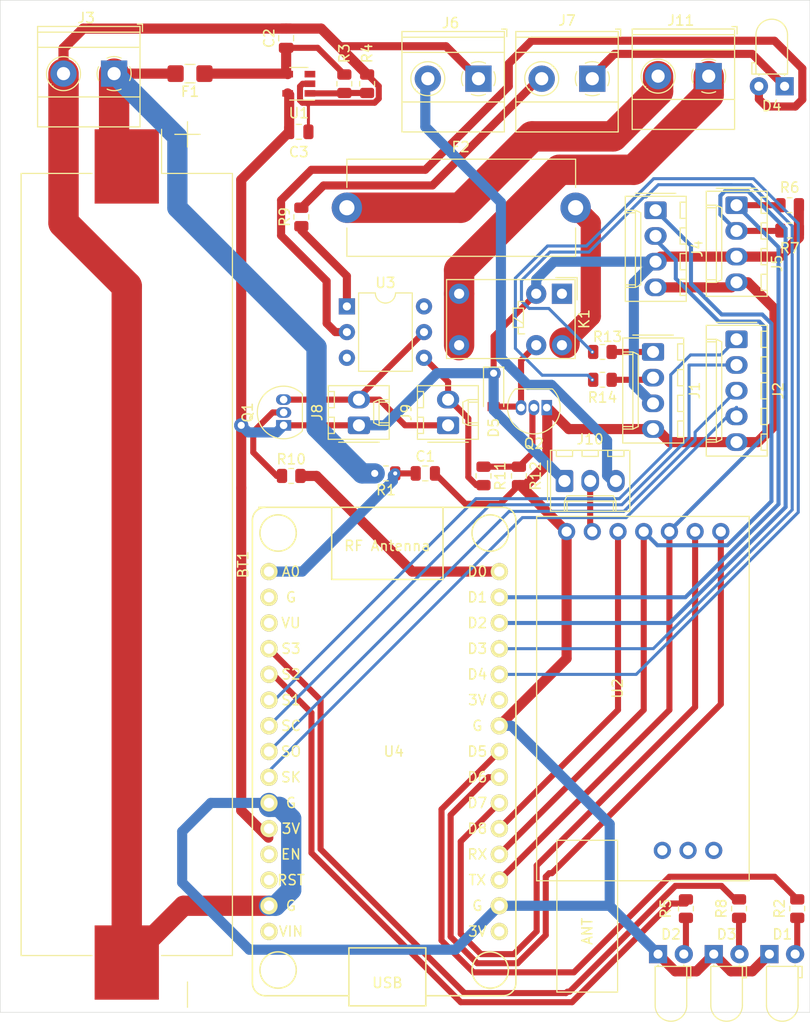
<source format=kicad_pcb>
(kicad_pcb (version 20171130) (host pcbnew 5.1.12-84ad8e8a86~92~ubuntu16.04.1)

  (general
    (thickness 1.6)
    (drawings 4)
    (tracks 372)
    (zones 0)
    (modules 43)
    (nets 54)
  )

  (page A4)
  (layers
    (0 F.Cu signal)
    (31 B.Cu signal)
    (32 B.Adhes user)
    (33 F.Adhes user)
    (34 B.Paste user)
    (35 F.Paste user)
    (36 B.SilkS user)
    (37 F.SilkS user)
    (38 B.Mask user)
    (39 F.Mask user)
    (40 Dwgs.User user)
    (41 Cmts.User user)
    (42 Eco1.User user)
    (43 Eco2.User user)
    (44 Edge.Cuts user)
    (45 Margin user)
    (46 B.CrtYd user hide)
    (47 F.CrtYd user hide)
    (48 B.Fab user hide)
    (49 F.Fab user hide)
  )

  (setup
    (last_trace_width 2)
    (user_trace_width 0.2)
    (user_trace_width 0.3)
    (user_trace_width 0.4)
    (user_trace_width 0.6)
    (user_trace_width 0.8)
    (user_trace_width 1)
    (user_trace_width 2)
    (user_trace_width 3)
    (trace_clearance 0.3)
    (zone_clearance 0.508)
    (zone_45_only no)
    (trace_min 0.2)
    (via_size 0.8)
    (via_drill 0.4)
    (via_min_size 0.4)
    (via_min_drill 0.2)
    (user_via 0.4 0.2)
    (user_via 0.8 0.4)
    (user_via 1.4 0.7)
    (uvia_size 0.1)
    (uvia_drill 0.05)
    (uvias_allowed no)
    (uvia_min_size 0.1)
    (uvia_min_drill 0.05)
    (edge_width 0.05)
    (segment_width 0.2)
    (pcb_text_width 0.3)
    (pcb_text_size 1.5 1.5)
    (mod_edge_width 0.12)
    (mod_text_size 1 1)
    (mod_text_width 0.15)
    (pad_size 2.39 2.39)
    (pad_drill 2.39)
    (pad_to_mask_clearance 0)
    (aux_axis_origin 0 0)
    (visible_elements FFFFFF7F)
    (pcbplotparams
      (layerselection 0x010fc_ffffffff)
      (usegerberextensions false)
      (usegerberattributes true)
      (usegerberadvancedattributes true)
      (creategerberjobfile true)
      (excludeedgelayer true)
      (linewidth 0.100000)
      (plotframeref false)
      (viasonmask false)
      (mode 1)
      (useauxorigin false)
      (hpglpennumber 1)
      (hpglpenspeed 20)
      (hpglpendiameter 15.000000)
      (psnegative false)
      (psa4output false)
      (plotreference true)
      (plotvalue true)
      (plotinvisibletext false)
      (padsonsilk false)
      (subtractmaskfromsilk false)
      (outputformat 1)
      (mirror false)
      (drillshape 1)
      (scaleselection 1)
      (outputdirectory ""))
  )

  (net 0 "")
  (net 1 GND)
  (net 2 Vbat)
  (net 3 ADC)
  (net 4 "Net-(C2-Pad1)")
  (net 5 3V3)
  (net 6 "Net-(D1-Pad2)")
  (net 7 "Net-(D2-Pad2)")
  (net 8 "Net-(D3-Pad2)")
  (net 9 "Net-(D4-Pad2)")
  (net 10 GND_ISO)
  (net 11 "Net-(D5-Pad2)")
  (net 12 "Net-(F2-Pad2)")
  (net 13 "Net-(F2-Pad1)")
  (net 14 DIO2)
  (net 15 DIO1)
  (net 16 SCLK)
  (net 17 MISO)
  (net 18 CS)
  (net 19 MOSI)
  (net 20 InputLora)
  (net 21 OutputLora)
  (net 22 SDA_MASTER)
  (net 23 SCL_MASTER)
  (net 24 "Net-(J8-Pad2)")
  (net 25 "Net-(J9-Pad2)")
  (net 26 Vext)
  (net 27 VLora)
  (net 28 "Net-(K1-Pad1)")
  (net 29 "Net-(Q1-Pad2)")
  (net 30 "Net-(Q2-Pad2)")
  (net 31 "Net-(U1-Pad3)")
  (net 32 "Net-(R3-Pad1)")
  (net 33 "Net-(U2-Pad10)")
  (net 34 "Net-(U2-Pad9)")
  (net 35 "Net-(U2-Pad8)")
  (net 36 StatusLora)
  (net 37 M1Lora)
  (net 38 M0Lora)
  (net 39 "Net-(U3-Pad6)")
  (net 40 "Net-(U3-Pad3)")
  (net 41 "Net-(R9-Pad1)")
  (net 42 NiCr)
  (net 43 "Net-(R13-Pad2)")
  (net 44 "Net-(R14-Pad1)")
  (net 45 LedAcionamento)
  (net 46 "Net-(U4-Pad13)")
  (net 47 "Net-(U4-Pad12)")
  (net 48 LedErro)
  (net 49 LedAlimentacao)
  (net 50 "Net-(U4-Pad3)")
  (net 51 "Net-(U4-Pad2)")
  (net 52 NiCr_ISO)
  (net 53 "Net-(J11-Pad1)")

  (net_class Default "This is the default net class."
    (clearance 0.3)
    (trace_width 0.2)
    (via_dia 0.8)
    (via_drill 0.4)
    (uvia_dia 0.1)
    (uvia_drill 0.05)
    (add_net 3V3)
    (add_net ADC)
    (add_net CS)
    (add_net DIO1)
    (add_net DIO2)
    (add_net GND)
    (add_net GND_ISO)
    (add_net InputLora)
    (add_net LedAcionamento)
    (add_net LedAlimentacao)
    (add_net LedErro)
    (add_net M0Lora)
    (add_net M1Lora)
    (add_net MISO)
    (add_net MOSI)
    (add_net "Net-(C2-Pad1)")
    (add_net "Net-(D1-Pad2)")
    (add_net "Net-(D2-Pad2)")
    (add_net "Net-(D3-Pad2)")
    (add_net "Net-(D4-Pad2)")
    (add_net "Net-(D5-Pad2)")
    (add_net "Net-(F2-Pad1)")
    (add_net "Net-(F2-Pad2)")
    (add_net "Net-(J11-Pad1)")
    (add_net "Net-(J8-Pad2)")
    (add_net "Net-(J9-Pad2)")
    (add_net "Net-(K1-Pad1)")
    (add_net "Net-(Q1-Pad2)")
    (add_net "Net-(Q2-Pad2)")
    (add_net "Net-(R13-Pad2)")
    (add_net "Net-(R14-Pad1)")
    (add_net "Net-(R3-Pad1)")
    (add_net "Net-(R9-Pad1)")
    (add_net "Net-(U1-Pad3)")
    (add_net "Net-(U2-Pad10)")
    (add_net "Net-(U2-Pad8)")
    (add_net "Net-(U2-Pad9)")
    (add_net "Net-(U3-Pad3)")
    (add_net "Net-(U3-Pad6)")
    (add_net "Net-(U4-Pad12)")
    (add_net "Net-(U4-Pad13)")
    (add_net "Net-(U4-Pad2)")
    (add_net "Net-(U4-Pad3)")
    (add_net NiCr)
    (add_net NiCr_ISO)
    (add_net OutputLora)
    (add_net SCLK)
    (add_net SCL_MASTER)
    (add_net SDA_MASTER)
    (add_net StatusLora)
    (add_net VLora)
    (add_net Vbat)
    (add_net Vext)
  )

  (module Battery:BatteryHolder_Keystone_1042_1x18650 (layer F.Cu) (tedit 622FC924) (tstamp 622FCC36)
    (at 200.75 78 270)
    (descr "Battery holder for 18650 cylindrical cells http://www.keyelco.com/product.cfm/product_id/918")
    (tags "18650 Keystone 1042 Li-ion")
    (path /62291D77)
    (attr smd)
    (fp_text reference BT1 (at 0 -11.5 90) (layer F.SilkS)
      (effects (font (size 1 1) (thickness 0.15)))
    )
    (fp_text value Battery_Cell (at 0 11.3 90) (layer F.Fab)
      (effects (font (size 1 1) (thickness 0.15)))
    )
    (fp_line (start -42.5 -4.75) (end -42.5 -7.25) (layer F.SilkS) (width 0.12))
    (fp_line (start -43.75 -6) (end -41.25 -6) (layer F.SilkS) (width 0.12))
    (fp_line (start -39.03 3.68) (end -43.5 3.68) (layer F.CrtYd) (width 0.05))
    (fp_line (start -43.5 3.68) (end -43.5 -3.68) (layer F.CrtYd) (width 0.05))
    (fp_line (start -43.5 -3.68) (end -39.03 -3.68) (layer F.CrtYd) (width 0.05))
    (fp_line (start 43.5 -3.68) (end 39.03 -3.68) (layer F.CrtYd) (width 0.05))
    (fp_line (start 39.03 3.68) (end 43.5 3.68) (layer F.CrtYd) (width 0.05))
    (fp_line (start -39.03 -10.83) (end -39.03 -3.68) (layer F.CrtYd) (width 0.05))
    (fp_line (start -39.03 10.83) (end -39.03 3.68) (layer F.CrtYd) (width 0.05))
    (fp_line (start 39.03 -10.83) (end 39.03 -3.68) (layer F.CrtYd) (width 0.05))
    (fp_line (start -39.03 -10.83) (end 39.03 -10.83) (layer F.CrtYd) (width 0.05))
    (fp_line (start -39.03 10.83) (end 39.03 10.83) (layer F.CrtYd) (width 0.05))
    (fp_line (start 38.53 -10.33) (end 38.53 10.33) (layer F.Fab) (width 0.1))
    (fp_line (start -33.3675 -10.33) (end 38.53 -10.33) (layer F.Fab) (width 0.1))
    (fp_line (start 43.75 -6) (end 41.25 -6) (layer F.SilkS) (width 0.12))
    (fp_line (start -38.53 -5.1675) (end -38.53 10.33) (layer F.Fab) (width 0.1))
    (fp_line (start -38.53 10.33) (end 38.53 10.33) (layer F.Fab) (width 0.1))
    (fp_line (start 38.64 -3.44) (end 38.64 -10.42) (layer F.SilkS) (width 0.12))
    (fp_line (start 38.64 -10.44) (end -38.64 -10.44) (layer F.SilkS) (width 0.12))
    (fp_line (start -38.64 -10.44) (end -38.64 -3.44) (layer F.SilkS) (width 0.12))
    (fp_line (start 38.64 3.44) (end 38.64 10.44) (layer F.SilkS) (width 0.12))
    (fp_line (start 38.64 10.44) (end -38.64 10.44) (layer F.SilkS) (width 0.12))
    (fp_line (start -38.64 10.44) (end -38.64 3.44) (layer F.SilkS) (width 0.12))
    (fp_line (start 39.03 10.83) (end 39.03 3.68) (layer F.CrtYd) (width 0.05))
    (fp_line (start 43.5 3.68) (end 43.5 -3.68) (layer F.CrtYd) (width 0.05))
    (fp_line (start -38.64 -3.44) (end -43 -3.44) (layer F.SilkS) (width 0.12))
    (fp_line (start -33.3675 -10.33) (end -38.53 -5.1675) (layer F.Fab) (width 0.1))
    (fp_text user %R (at 0 0 90) (layer F.Fab)
      (effects (font (size 1 1) (thickness 0.15)))
    )
    (pad "" np_thru_hole circle (at -35.93 -8 270) (size 2.39 2.39) (drill 2.39) (layers *.Cu *.Mask))
    (pad "" np_thru_hole circle (at -27.6 8 270) (size 3.45 3.45) (drill 3.45) (layers *.Cu *.Mask))
    (pad "" np_thru_hole circle (at 27.6 -8 270) (size 3.45 3.45) (drill 3.45) (layers *.Cu *.Mask))
    (pad 2 smd rect (at 39.33 0 270) (size 7.34 6.35) (layers F.Cu F.Paste F.Mask)
      (net 1 GND))
    (pad 1 smd rect (at -39.33 0 270) (size 7.34 6.35) (layers F.Cu F.Paste F.Mask)
      (net 2 Vbat))
    (model ${KISYS3DMOD}/Battery.3dshapes/BatteryHolder_Keystone_1042_1x18650.wrl
      (at (xyz 0 0 0))
      (scale (xyz 1 1 1))
      (rotate (xyz 0 0 0))
    )
  )

  (module ESP8266:ESP12F-Devkit-V3 locked (layer F.Cu) (tedit 622CE00B) (tstamp 622D4DF9)
    (at 226.5 97.75)
    (path /622BF832)
    (fp_text reference U4 (at 0.635 -1.27) (layer F.SilkS)
      (effects (font (size 1 1) (thickness 0.15)))
    )
    (fp_text value "NodeMCU1.0(ESP-12E)" (at 0 -6.35) (layer F.Fab)
      (effects (font (size 1 1) (thickness 0.15)))
    )
    (fp_text user USB (at 0 21.59) (layer F.SilkS)
      (effects (font (size 1 1) (thickness 0.15)))
    )
    (fp_text user "RF Antenna" (at 0 -21.59) (layer F.SilkS)
      (effects (font (size 1 1) (thickness 0.15)))
    )
    (fp_arc (start -12.065 -24.13) (end -13.335 -24.13) (angle 90) (layer F.SilkS) (width 0.15))
    (fp_arc (start 11.43 -24.13) (end 11.43 -25.4) (angle 90) (layer F.SilkS) (width 0.15))
    (fp_arc (start 11.43 21.59) (end 12.7 21.59) (angle 90) (layer F.SilkS) (width 0.15))
    (fp_arc (start -12.065 21.59) (end -12.065 22.86) (angle 90) (layer F.SilkS) (width 0.15))
    (fp_text user VIN (at -9.525 16.51) (layer F.SilkS)
      (effects (font (size 1 1) (thickness 0.15)))
    )
    (fp_text user G (at -9.525 13.97) (layer F.SilkS)
      (effects (font (size 1 1) (thickness 0.15)))
    )
    (fp_text user RST (at -9.525 11.43) (layer F.SilkS)
      (effects (font (size 1 1) (thickness 0.15)))
    )
    (fp_text user EN (at -9.525 8.89) (layer F.SilkS)
      (effects (font (size 1 1) (thickness 0.15)))
    )
    (fp_text user 3V (at -9.525 6.35) (layer F.SilkS)
      (effects (font (size 1 1) (thickness 0.15)))
    )
    (fp_text user G (at -9.525 3.81) (layer F.SilkS)
      (effects (font (size 1 1) (thickness 0.15)))
    )
    (fp_text user SK (at -9.525 1.27) (layer F.SilkS)
      (effects (font (size 1 1) (thickness 0.15)))
    )
    (fp_text user SO (at -9.525 -1.27) (layer F.SilkS)
      (effects (font (size 1 1) (thickness 0.15)))
    )
    (fp_text user SC (at -9.525 -3.81) (layer F.SilkS)
      (effects (font (size 1 1) (thickness 0.15)))
    )
    (fp_text user S1 (at -9.525 -6.35) (layer F.SilkS)
      (effects (font (size 1 1) (thickness 0.15)))
    )
    (fp_text user S2 (at -9.525 -8.89) (layer F.SilkS)
      (effects (font (size 1 1) (thickness 0.15)))
    )
    (fp_text user S3 (at -9.525 -11.43) (layer F.SilkS)
      (effects (font (size 1 1) (thickness 0.15)))
    )
    (fp_text user VU (at -9.525 -13.97) (layer F.SilkS)
      (effects (font (size 1 1) (thickness 0.15)))
    )
    (fp_text user G (at -9.525 -16.51) (layer F.SilkS)
      (effects (font (size 1 1) (thickness 0.15)))
    )
    (fp_text user A0 (at -9.525 -19.05) (layer F.SilkS)
      (effects (font (size 1 1) (thickness 0.15)))
    )
    (fp_text user 3V (at 8.89 16.51) (layer F.SilkS)
      (effects (font (size 1 1) (thickness 0.15)))
    )
    (fp_text user G (at 8.89 13.97) (layer F.SilkS)
      (effects (font (size 1 1) (thickness 0.15)))
    )
    (fp_text user TX (at 8.89 11.43) (layer F.SilkS)
      (effects (font (size 1 1) (thickness 0.15)))
    )
    (fp_text user RX (at 8.89 8.89) (layer F.SilkS)
      (effects (font (size 1 1) (thickness 0.15)))
    )
    (fp_text user D8 (at 8.89 6.35) (layer F.SilkS)
      (effects (font (size 1 1) (thickness 0.15)))
    )
    (fp_text user D7 (at 8.89 3.81) (layer F.SilkS)
      (effects (font (size 1 1) (thickness 0.15)))
    )
    (fp_text user D6 (at 8.89 1.27) (layer F.SilkS)
      (effects (font (size 1 1) (thickness 0.15)))
    )
    (fp_text user D5 (at 8.89 -1.27) (layer F.SilkS)
      (effects (font (size 1 1) (thickness 0.15)))
    )
    (fp_text user G (at 8.89 -3.81) (layer F.SilkS)
      (effects (font (size 1 1) (thickness 0.15)))
    )
    (fp_text user 3V (at 8.89 -6.35) (layer F.SilkS)
      (effects (font (size 1 1) (thickness 0.15)))
    )
    (fp_text user D4 (at 8.89 -8.89) (layer F.SilkS)
      (effects (font (size 1 1) (thickness 0.15)))
    )
    (fp_text user D3 (at 8.89 -11.43) (layer F.SilkS)
      (effects (font (size 1 1) (thickness 0.15)))
    )
    (fp_text user D2 (at 8.89 -13.97) (layer F.SilkS)
      (effects (font (size 1 1) (thickness 0.15)))
    )
    (fp_text user D1 (at 8.89 -16.51) (layer F.SilkS)
      (effects (font (size 1 1) (thickness 0.15)))
    )
    (fp_text user D0 (at 8.89 -19.05) (layer F.SilkS)
      (effects (font (size 1 1) (thickness 0.15)))
    )
    (fp_line (start 11.43 -25.4) (end -12.7 -25.4) (layer F.SilkS) (width 0.15))
    (fp_circle (center 10.16 -22.86) (end 11.43 -24.13) (layer F.SilkS) (width 0.15))
    (fp_circle (center -10.795 -22.86) (end -9.525 -24.13) (layer F.SilkS) (width 0.15))
    (fp_circle (center -10.795 20.32) (end -9.525 19.05) (layer F.SilkS) (width 0.15))
    (fp_circle (center 10.16 20.32) (end 11.43 19.05) (layer F.SilkS) (width 0.15))
    (fp_line (start -3.81 22.86) (end -12.065 22.86) (layer F.SilkS) (width 0.15))
    (fp_line (start -13.335 -24.13) (end -13.335 21.59) (layer F.SilkS) (width 0.15))
    (fp_line (start 12.7 -24.13) (end 12.7 21.59) (layer F.SilkS) (width 0.15))
    (fp_line (start 3.8 23.86) (end -3.8 23.86) (layer F.SilkS) (width 0.15))
    (fp_line (start 3.8 18.13) (end 3.8 23.86) (layer F.SilkS) (width 0.15))
    (fp_line (start -3.8 18.13) (end 3.8 18.13) (layer F.SilkS) (width 0.15))
    (fp_line (start -3.8 23.86) (end -3.8 18.13) (layer F.SilkS) (width 0.15))
    (fp_line (start -5.5 -18.27) (end -5.5 -25.4) (layer F.SilkS) (width 0.15))
    (fp_line (start 5.5 -25.4) (end 5.5 -18.27) (layer F.SilkS) (width 0.15))
    (fp_line (start 5.5 -18.27) (end -5.5 -18.27) (layer F.SilkS) (width 0.15))
    (fp_line (start 11.43 22.86) (end 3.81 22.86) (layer F.SilkS) (width 0.15))
    (pad 1 thru_hole circle (at -11.695 -19.05) (size 1.7 1.7) (drill 1) (layers *.Cu *.Mask F.SilkS)
      (net 3 ADC))
    (pad 2 thru_hole circle (at -11.695 -16.51) (size 1.7 1.7) (drill 1) (layers *.Cu *.Mask F.SilkS)
      (net 51 "Net-(U4-Pad2)"))
    (pad 3 thru_hole circle (at -11.695 -13.97) (size 1.7 1.7) (drill 1) (layers *.Cu *.Mask F.SilkS)
      (net 50 "Net-(U4-Pad3)"))
    (pad 4 thru_hole circle (at -11.695 -11.43) (size 1.7 1.7) (drill 1) (layers *.Cu *.Mask F.SilkS)
      (net 49 LedAlimentacao))
    (pad 5 thru_hole circle (at -11.695 -8.89) (size 1.7 1.7) (drill 1) (layers *.Cu *.Mask F.SilkS)
      (net 48 LedErro))
    (pad 6 thru_hole circle (at -11.695 -6.35) (size 1.7 1.7) (drill 1) (layers *.Cu *.Mask F.SilkS)
      (net 19 MOSI))
    (pad 7 thru_hole circle (at -11.695 -3.81) (size 1.7 1.7) (drill 1) (layers *.Cu *.Mask F.SilkS)
      (net 18 CS))
    (pad 8 thru_hole circle (at -11.695 -1.27) (size 1.7 1.7) (drill 1) (layers *.Cu *.Mask F.SilkS)
      (net 17 MISO))
    (pad 9 thru_hole circle (at -11.695 1.27) (size 1.7 1.7) (drill 1) (layers *.Cu *.Mask F.SilkS)
      (net 16 SCLK))
    (pad 10 thru_hole circle (at -11.695 3.81) (size 1.7 1.7) (drill 1) (layers *.Cu *.Mask F.SilkS)
      (net 1 GND))
    (pad 11 thru_hole circle (at -11.695 6.35) (size 1.7 1.7) (drill 1) (layers *.Cu *.Mask F.SilkS)
      (net 5 3V3))
    (pad 12 thru_hole circle (at -11.695 8.89) (size 1.7 1.7) (drill 1) (layers *.Cu *.Mask F.SilkS)
      (net 47 "Net-(U4-Pad12)"))
    (pad 13 thru_hole circle (at -11.695 11.43) (size 1.7 1.7) (drill 1) (layers *.Cu *.Mask F.SilkS)
      (net 46 "Net-(U4-Pad13)"))
    (pad 14 thru_hole circle (at -11.695 13.97) (size 1.7 1.7) (drill 1) (layers *.Cu *.Mask F.SilkS)
      (net 1 GND))
    (pad 15 thru_hole circle (at -11.695 16.51) (size 1.7 1.7) (drill 1) (layers *.Cu *.Mask F.SilkS)
      (net 5 3V3))
    (pad 16 thru_hole circle (at 11.06 16.51) (size 1.7 1.7) (drill 1) (layers *.Cu *.Mask F.SilkS)
      (net 5 3V3))
    (pad 17 thru_hole circle (at 11.06 13.97) (size 1.7 1.7) (drill 1) (layers *.Cu *.Mask F.SilkS)
      (net 1 GND))
    (pad 18 thru_hole circle (at 11.06 11.43) (size 1.7 1.7) (drill 1) (layers *.Cu *.Mask F.SilkS)
      (net 20 InputLora))
    (pad 19 thru_hole circle (at 11.06 8.89) (size 1.7 1.7) (drill 1) (layers *.Cu *.Mask F.SilkS)
      (net 21 OutputLora))
    (pad 20 thru_hole circle (at 11.06 6.35) (size 1.7 1.7) (drill 1) (layers *.Cu *.Mask F.SilkS)
      (net 36 StatusLora))
    (pad 21 thru_hole circle (at 11.06 3.81) (size 1.7 1.7) (drill 1) (layers *.Cu *.Mask F.SilkS)
      (net 37 M1Lora))
    (pad 22 thru_hole circle (at 11.06 1.27) (size 1.7 1.7) (drill 1) (layers *.Cu *.Mask F.SilkS)
      (net 38 M0Lora))
    (pad 23 thru_hole circle (at 11.06 -1.27) (size 1.7 1.7) (drill 1) (layers *.Cu *.Mask F.SilkS)
      (net 45 LedAcionamento))
    (pad 24 thru_hole circle (at 11.06 -3.81) (size 1.7 1.7) (drill 1) (layers *.Cu *.Mask F.SilkS)
      (net 1 GND))
    (pad 25 thru_hole circle (at 11.06 -6.35) (size 1.7 1.7) (drill 1) (layers *.Cu *.Mask F.SilkS)
      (net 5 3V3))
    (pad 26 thru_hole circle (at 11.06 -8.89) (size 1.7 1.7) (drill 1) (layers *.Cu *.Mask F.SilkS)
      (net 44 "Net-(R14-Pad1)"))
    (pad 27 thru_hole circle (at 11.06 -11.43) (size 1.7 1.7) (drill 1) (layers *.Cu *.Mask F.SilkS)
      (net 43 "Net-(R13-Pad2)"))
    (pad 28 thru_hole circle (at 11.06 -13.97) (size 1.7 1.7) (drill 1) (layers *.Cu *.Mask F.SilkS)
      (net 22 SDA_MASTER))
    (pad 29 thru_hole circle (at 11.06 -16.51) (size 1.7 1.7) (drill 1) (layers *.Cu *.Mask F.SilkS)
      (net 23 SCL_MASTER))
    (pad 30 thru_hole circle (at 11.06 -19.05) (size 1.7 1.7) (drill 1) (layers *.Cu *.Mask F.SilkS)
      (net 42 NiCr))
    (model "./Área de Trabalho/Unicamp/Antares/KiCad/teste/BaseAurora/lib/ESP8266.3dshapes/ESP8266_NodeMCU_Board.stp"
      (offset (xyz -0.25 1.3 3))
      (scale (xyz 1 1 1))
      (rotate (xyz -90 0 0))
    )
  )

  (module Resistor_SMD:R_0805_2012Metric (layer F.Cu) (tedit 5F68FEEE) (tstamp 622D63EF)
    (at 226.365 69 180)
    (descr "Resistor SMD 0805 (2012 Metric), square (rectangular) end terminal, IPC_7351 nominal, (Body size source: IPC-SM-782 page 72, https://www.pcb-3d.com/wordpress/wp-content/uploads/ipc-sm-782a_amendment_1_and_2.pdf), generated with kicad-footprint-generator")
    (tags resistor)
    (path /622D2B81)
    (attr smd)
    (fp_text reference R1 (at 0 -1.65) (layer F.SilkS)
      (effects (font (size 1 1) (thickness 0.15)))
    )
    (fp_text value 1M (at 0 1.65) (layer F.Fab)
      (effects (font (size 1 1) (thickness 0.15)))
    )
    (fp_line (start 1.68 0.95) (end -1.68 0.95) (layer F.CrtYd) (width 0.05))
    (fp_line (start 1.68 -0.95) (end 1.68 0.95) (layer F.CrtYd) (width 0.05))
    (fp_line (start -1.68 -0.95) (end 1.68 -0.95) (layer F.CrtYd) (width 0.05))
    (fp_line (start -1.68 0.95) (end -1.68 -0.95) (layer F.CrtYd) (width 0.05))
    (fp_line (start -0.227064 0.735) (end 0.227064 0.735) (layer F.SilkS) (width 0.12))
    (fp_line (start -0.227064 -0.735) (end 0.227064 -0.735) (layer F.SilkS) (width 0.12))
    (fp_line (start 1 0.625) (end -1 0.625) (layer F.Fab) (width 0.1))
    (fp_line (start 1 -0.625) (end 1 0.625) (layer F.Fab) (width 0.1))
    (fp_line (start -1 -0.625) (end 1 -0.625) (layer F.Fab) (width 0.1))
    (fp_line (start -1 0.625) (end -1 -0.625) (layer F.Fab) (width 0.1))
    (fp_text user %R (at 0 0) (layer F.Fab)
      (effects (font (size 0.5 0.5) (thickness 0.08)))
    )
    (pad 1 smd roundrect (at -0.9125 0 180) (size 1.025 1.4) (layers F.Cu F.Paste F.Mask) (roundrect_rratio 0.243902)
      (net 3 ADC))
    (pad 2 smd roundrect (at 0.9125 0 180) (size 1.025 1.4) (layers F.Cu F.Paste F.Mask) (roundrect_rratio 0.243902)
      (net 2 Vbat))
    (model ${KISYS3DMOD}/Resistor_SMD.3dshapes/R_0805_2012Metric.wrl
      (at (xyz 0 0 0))
      (scale (xyz 1 1 1))
      (rotate (xyz 0 0 0))
    )
  )

  (module Capacitor_SMD:C_0805_2012Metric (layer F.Cu) (tedit 5F68FEEE) (tstamp 622D4AD5)
    (at 230.25 69)
    (descr "Capacitor SMD 0805 (2012 Metric), square (rectangular) end terminal, IPC_7351 nominal, (Body size source: IPC-SM-782 page 76, https://www.pcb-3d.com/wordpress/wp-content/uploads/ipc-sm-782a_amendment_1_and_2.pdf, https://docs.google.com/spreadsheets/d/1BsfQQcO9C6DZCsRaXUlFlo91Tg2WpOkGARC1WS5S8t0/edit?usp=sharing), generated with kicad-footprint-generator")
    (tags capacitor)
    (path /622E405A)
    (attr smd)
    (fp_text reference C1 (at 0 -1.68) (layer F.SilkS)
      (effects (font (size 1 1) (thickness 0.15)))
    )
    (fp_text value 100n (at 0 1.68) (layer F.Fab)
      (effects (font (size 1 1) (thickness 0.15)))
    )
    (fp_line (start 1.7 0.98) (end -1.7 0.98) (layer F.CrtYd) (width 0.05))
    (fp_line (start 1.7 -0.98) (end 1.7 0.98) (layer F.CrtYd) (width 0.05))
    (fp_line (start -1.7 -0.98) (end 1.7 -0.98) (layer F.CrtYd) (width 0.05))
    (fp_line (start -1.7 0.98) (end -1.7 -0.98) (layer F.CrtYd) (width 0.05))
    (fp_line (start -0.261252 0.735) (end 0.261252 0.735) (layer F.SilkS) (width 0.12))
    (fp_line (start -0.261252 -0.735) (end 0.261252 -0.735) (layer F.SilkS) (width 0.12))
    (fp_line (start 1 0.625) (end -1 0.625) (layer F.Fab) (width 0.1))
    (fp_line (start 1 -0.625) (end 1 0.625) (layer F.Fab) (width 0.1))
    (fp_line (start -1 -0.625) (end 1 -0.625) (layer F.Fab) (width 0.1))
    (fp_line (start -1 0.625) (end -1 -0.625) (layer F.Fab) (width 0.1))
    (fp_text user %R (at 0 0) (layer F.Fab)
      (effects (font (size 0.5 0.5) (thickness 0.08)))
    )
    (pad 2 smd roundrect (at 0.95 0) (size 1 1.45) (layers F.Cu F.Paste F.Mask) (roundrect_rratio 0.25)
      (net 1 GND))
    (pad 1 smd roundrect (at -0.95 0) (size 1 1.45) (layers F.Cu F.Paste F.Mask) (roundrect_rratio 0.25)
      (net 3 ADC))
    (model ${KISYS3DMOD}/Capacitor_SMD.3dshapes/C_0805_2012Metric.wrl
      (at (xyz 0 0 0))
      (scale (xyz 1 1 1))
      (rotate (xyz 0 0 0))
    )
  )

  (module LoRA:E32-xxxT20D (layer F.Cu) (tedit 622CE9CE) (tstamp 622D4D89)
    (at 262.25 73.25 270)
    (path /6225D7FA)
    (fp_text reference U2 (at 17 13 90) (layer F.SilkS)
      (effects (font (size 1 1) (thickness 0.15)))
    )
    (fp_text value E32-915T20D (at 17 10 90) (layer F.Fab)
      (effects (font (size 1 1) (thickness 0.15)))
    )
    (fp_line (start 36 0) (end 0 0) (layer F.SilkS) (width 0.12))
    (fp_line (start 36 21) (end 36 0) (layer F.SilkS) (width 0.12))
    (fp_line (start 0 21) (end 36 21) (layer F.SilkS) (width 0.12))
    (fp_line (start 0 0) (end 0 21) (layer F.SilkS) (width 0.12))
    (fp_line (start 32 13) (end 47 13) (layer F.SilkS) (width 0.12))
    (fp_line (start 47 13) (end 47 19) (layer F.SilkS) (width 0.12))
    (fp_line (start 47 19) (end 32 19) (layer F.SilkS) (width 0.12))
    (fp_line (start 32 19) (end 32 13) (layer F.SilkS) (width 0.12))
    (fp_text user ANT (at 41 16 90) (layer F.SilkS)
      (effects (font (size 1 1) (thickness 0.15)))
    )
    (pad 10 thru_hole circle (at 33 3.5 270) (size 1.7 1.7) (drill 1) (layers *.Cu *.Mask)
      (net 33 "Net-(U2-Pad10)"))
    (pad 9 thru_hole circle (at 33 6.04 270) (size 1.7 1.7) (drill 1) (layers *.Cu *.Mask)
      (net 34 "Net-(U2-Pad9)"))
    (pad 8 thru_hole circle (at 33 8.58 270) (size 1.7 1.7) (drill 1) (layers *.Cu *.Mask)
      (net 35 "Net-(U2-Pad8)"))
    (pad 7 thru_hole circle (at 1.5 18.04 270) (size 1.7 1.7) (drill 1) (layers *.Cu *.Mask)
      (net 1 GND))
    (pad 6 thru_hole circle (at 1.5 15.5 270) (size 1.7 1.7) (drill 1) (layers *.Cu *.Mask)
      (net 27 VLora))
    (pad 5 thru_hole circle (at 1.5 12.96 270) (size 1.7 1.7) (drill 1) (layers *.Cu *.Mask)
      (net 36 StatusLora))
    (pad 4 thru_hole circle (at 1.5 10.42 270) (size 1.7 1.7) (drill 1) (layers *.Cu *.Mask)
      (net 21 OutputLora))
    (pad 3 thru_hole circle (at 1.5 7.88 270) (size 1.7 1.7) (drill 1) (layers *.Cu *.Mask)
      (net 20 InputLora))
    (pad 2 thru_hole circle (at 1.5 5.34 270) (size 1.7 1.7) (drill 1) (layers *.Cu *.Mask)
      (net 37 M1Lora))
    (pad 1 thru_hole circle (at 1.5 2.8 270) (size 1.7 1.7) (drill 1) (layers *.Cu *.Mask)
      (net 38 M0Lora))
    (model "./Área de Trabalho/Unicamp/Antares/KiCad/teste/BaseAurora/lib/E32.pretty/E32-433T20DT.stp"
      (offset (xyz -34.5 -10.5 -12))
      (scale (xyz 1 1 1))
      (rotate (xyz 0 0 0))
    )
  )

  (module Package_TO_SOT_THT:TO-92_Inline (layer F.Cu) (tedit 5A1DD157) (tstamp 622D4D5D)
    (at 242.25 62.5 180)
    (descr "TO-92 leads in-line, narrow, oval pads, drill 0.75mm (see NXP sot054_po.pdf)")
    (tags "to-92 sc-43 sc-43a sot54 PA33 transistor")
    (path /622AD80F)
    (fp_text reference Q2 (at 1.27 -3.56) (layer F.SilkS)
      (effects (font (size 1 1) (thickness 0.15)))
    )
    (fp_text value PN2222A (at 1.27 2.79) (layer F.Fab)
      (effects (font (size 1 1) (thickness 0.15)))
    )
    (fp_line (start 4 2.01) (end -1.46 2.01) (layer F.CrtYd) (width 0.05))
    (fp_line (start 4 2.01) (end 4 -2.73) (layer F.CrtYd) (width 0.05))
    (fp_line (start -1.46 -2.73) (end -1.46 2.01) (layer F.CrtYd) (width 0.05))
    (fp_line (start -1.46 -2.73) (end 4 -2.73) (layer F.CrtYd) (width 0.05))
    (fp_line (start -0.5 1.75) (end 3 1.75) (layer F.Fab) (width 0.1))
    (fp_line (start -0.53 1.85) (end 3.07 1.85) (layer F.SilkS) (width 0.12))
    (fp_arc (start 1.27 0) (end 1.27 -2.6) (angle 135) (layer F.SilkS) (width 0.12))
    (fp_arc (start 1.27 0) (end 1.27 -2.48) (angle -135) (layer F.Fab) (width 0.1))
    (fp_arc (start 1.27 0) (end 1.27 -2.6) (angle -135) (layer F.SilkS) (width 0.12))
    (fp_arc (start 1.27 0) (end 1.27 -2.48) (angle 135) (layer F.Fab) (width 0.1))
    (fp_text user %R (at 1.27 0) (layer F.Fab)
      (effects (font (size 1 1) (thickness 0.15)))
    )
    (pad 1 thru_hole rect (at 0 0 180) (size 1.05 1.5) (drill 0.75) (layers *.Cu *.Mask)
      (net 1 GND))
    (pad 3 thru_hole oval (at 2.54 0 180) (size 1.05 1.5) (drill 0.75) (layers *.Cu *.Mask)
      (net 11 "Net-(D5-Pad2)"))
    (pad 2 thru_hole oval (at 1.27 0 180) (size 1.05 1.5) (drill 0.75) (layers *.Cu *.Mask)
      (net 30 "Net-(Q2-Pad2)"))
    (model ${KISYS3DMOD}/Package_TO_SOT_THT.3dshapes/TO-92_Inline.wrl
      (at (xyz 0 0 0))
      (scale (xyz 1 1 1))
      (rotate (xyz 0 0 0))
    )
  )

  (module TerminalBlock_Phoenix:TerminalBlock_Phoenix_MKDS-1,5-2_1x02_P5.00mm_Horizontal (layer F.Cu) (tedit 5B294EE5) (tstamp 622D63B2)
    (at 246.75 30 180)
    (descr "Terminal Block Phoenix MKDS-1,5-2, 2 pins, pitch 5mm, size 10x9.8mm^2, drill diamater 1.3mm, pad diameter 2.6mm, see http://www.farnell.com/datasheets/100425.pdf, script-generated using https://github.com/pointhi/kicad-footprint-generator/scripts/TerminalBlock_Phoenix")
    (tags "THT Terminal Block Phoenix MKDS-1,5-2 pitch 5mm size 10x9.8mm^2 drill 1.3mm pad 2.6mm")
    (path /62332BCA)
    (fp_text reference J7 (at 2.5 5.75) (layer F.SilkS)
      (effects (font (size 1 1) (thickness 0.15)))
    )
    (fp_text value Screw_Terminal_01x02 (at 2.5 5.66) (layer F.Fab)
      (effects (font (size 1 1) (thickness 0.15)))
    )
    (fp_text user %R (at 2.5 3.2) (layer F.Fab)
      (effects (font (size 1 1) (thickness 0.15)))
    )
    (fp_arc (start 0 0) (end -0.684 1.535) (angle -25) (layer F.SilkS) (width 0.12))
    (fp_arc (start 0 0) (end -1.535 -0.684) (angle -48) (layer F.SilkS) (width 0.12))
    (fp_arc (start 0 0) (end 0.684 -1.535) (angle -48) (layer F.SilkS) (width 0.12))
    (fp_arc (start 0 0) (end 1.535 0.684) (angle -48) (layer F.SilkS) (width 0.12))
    (fp_arc (start 0 0) (end 0 1.68) (angle -24) (layer F.SilkS) (width 0.12))
    (fp_circle (center 0 0) (end 1.5 0) (layer F.Fab) (width 0.1))
    (fp_circle (center 5 0) (end 6.5 0) (layer F.Fab) (width 0.1))
    (fp_circle (center 5 0) (end 6.68 0) (layer F.SilkS) (width 0.12))
    (fp_line (start -2.5 -5.2) (end 7.5 -5.2) (layer F.Fab) (width 0.1))
    (fp_line (start 7.5 -5.2) (end 7.5 4.6) (layer F.Fab) (width 0.1))
    (fp_line (start 7.5 4.6) (end -2 4.6) (layer F.Fab) (width 0.1))
    (fp_line (start -2 4.6) (end -2.5 4.1) (layer F.Fab) (width 0.1))
    (fp_line (start -2.5 4.1) (end -2.5 -5.2) (layer F.Fab) (width 0.1))
    (fp_line (start -2.5 4.1) (end 7.5 4.1) (layer F.Fab) (width 0.1))
    (fp_line (start -2.56 4.1) (end 7.56 4.1) (layer F.SilkS) (width 0.12))
    (fp_line (start -2.5 2.6) (end 7.5 2.6) (layer F.Fab) (width 0.1))
    (fp_line (start -2.56 2.6) (end 7.56 2.6) (layer F.SilkS) (width 0.12))
    (fp_line (start -2.5 -2.3) (end 7.5 -2.3) (layer F.Fab) (width 0.1))
    (fp_line (start -2.56 -2.301) (end 7.56 -2.301) (layer F.SilkS) (width 0.12))
    (fp_line (start -2.56 -5.261) (end 7.56 -5.261) (layer F.SilkS) (width 0.12))
    (fp_line (start -2.56 4.66) (end 7.56 4.66) (layer F.SilkS) (width 0.12))
    (fp_line (start -2.56 -5.261) (end -2.56 4.66) (layer F.SilkS) (width 0.12))
    (fp_line (start 7.56 -5.261) (end 7.56 4.66) (layer F.SilkS) (width 0.12))
    (fp_line (start 1.138 -0.955) (end -0.955 1.138) (layer F.Fab) (width 0.1))
    (fp_line (start 0.955 -1.138) (end -1.138 0.955) (layer F.Fab) (width 0.1))
    (fp_line (start 6.138 -0.955) (end 4.046 1.138) (layer F.Fab) (width 0.1))
    (fp_line (start 5.955 -1.138) (end 3.863 0.955) (layer F.Fab) (width 0.1))
    (fp_line (start 6.275 -1.069) (end 6.228 -1.023) (layer F.SilkS) (width 0.12))
    (fp_line (start 3.966 1.239) (end 3.931 1.274) (layer F.SilkS) (width 0.12))
    (fp_line (start 6.07 -1.275) (end 6.035 -1.239) (layer F.SilkS) (width 0.12))
    (fp_line (start 3.773 1.023) (end 3.726 1.069) (layer F.SilkS) (width 0.12))
    (fp_line (start -2.8 4.16) (end -2.8 4.9) (layer F.SilkS) (width 0.12))
    (fp_line (start -2.8 4.9) (end -2.3 4.9) (layer F.SilkS) (width 0.12))
    (fp_line (start -3 -5.71) (end -3 5.1) (layer F.CrtYd) (width 0.05))
    (fp_line (start -3 5.1) (end 8 5.1) (layer F.CrtYd) (width 0.05))
    (fp_line (start 8 5.1) (end 8 -5.71) (layer F.CrtYd) (width 0.05))
    (fp_line (start 8 -5.71) (end -3 -5.71) (layer F.CrtYd) (width 0.05))
    (pad 2 thru_hole circle (at 5 0 180) (size 2.6 2.6) (drill 1.3) (layers *.Cu *.Mask)
      (net 52 NiCr_ISO))
    (pad 1 thru_hole rect (at 0 0 180) (size 2.6 2.6) (drill 1.3) (layers *.Cu *.Mask)
      (net 10 GND_ISO))
    (model ${KISYS3DMOD}/TerminalBlock_Phoenix.3dshapes/TerminalBlock_Phoenix_MKDS-1,5-2_1x02_P5.00mm_Horizontal.wrl
      (at (xyz 0 0 0))
      (scale (xyz 1 1 1))
      (rotate (xyz 0 0 0))
    )
  )

  (module Package_DIP:DIP-6_W7.62mm (layer F.Cu) (tedit 5A02E8C5) (tstamp 622D4DA3)
    (at 222.5 52.5)
    (descr "6-lead though-hole mounted DIP package, row spacing 7.62 mm (300 mils)")
    (tags "THT DIP DIL PDIP 2.54mm 7.62mm 300mil")
    (path /622DCA70)
    (fp_text reference U3 (at 3.81 -2.33) (layer F.SilkS)
      (effects (font (size 1 1) (thickness 0.15)))
    )
    (fp_text value 4N32M (at 3.81 7.41) (layer F.Fab)
      (effects (font (size 1 1) (thickness 0.15)))
    )
    (fp_line (start 8.7 -1.55) (end -1.1 -1.55) (layer F.CrtYd) (width 0.05))
    (fp_line (start 8.7 6.6) (end 8.7 -1.55) (layer F.CrtYd) (width 0.05))
    (fp_line (start -1.1 6.6) (end 8.7 6.6) (layer F.CrtYd) (width 0.05))
    (fp_line (start -1.1 -1.55) (end -1.1 6.6) (layer F.CrtYd) (width 0.05))
    (fp_line (start 6.46 -1.33) (end 4.81 -1.33) (layer F.SilkS) (width 0.12))
    (fp_line (start 6.46 6.41) (end 6.46 -1.33) (layer F.SilkS) (width 0.12))
    (fp_line (start 1.16 6.41) (end 6.46 6.41) (layer F.SilkS) (width 0.12))
    (fp_line (start 1.16 -1.33) (end 1.16 6.41) (layer F.SilkS) (width 0.12))
    (fp_line (start 2.81 -1.33) (end 1.16 -1.33) (layer F.SilkS) (width 0.12))
    (fp_line (start 0.635 -0.27) (end 1.635 -1.27) (layer F.Fab) (width 0.1))
    (fp_line (start 0.635 6.35) (end 0.635 -0.27) (layer F.Fab) (width 0.1))
    (fp_line (start 6.985 6.35) (end 0.635 6.35) (layer F.Fab) (width 0.1))
    (fp_line (start 6.985 -1.27) (end 6.985 6.35) (layer F.Fab) (width 0.1))
    (fp_line (start 1.635 -1.27) (end 6.985 -1.27) (layer F.Fab) (width 0.1))
    (fp_text user %R (at 3.81 2.54) (layer F.Fab)
      (effects (font (size 1 1) (thickness 0.15)))
    )
    (fp_arc (start 3.81 -1.33) (end 2.81 -1.33) (angle -180) (layer F.SilkS) (width 0.12))
    (pad 6 thru_hole oval (at 7.62 0) (size 1.6 1.6) (drill 0.8) (layers *.Cu *.Mask)
      (net 39 "Net-(U3-Pad6)"))
    (pad 3 thru_hole oval (at 0 5.08) (size 1.6 1.6) (drill 0.8) (layers *.Cu *.Mask)
      (net 40 "Net-(U3-Pad3)"))
    (pad 5 thru_hole oval (at 7.62 2.54) (size 1.6 1.6) (drill 0.8) (layers *.Cu *.Mask)
      (net 24 "Net-(J8-Pad2)"))
    (pad 2 thru_hole oval (at 0 2.54) (size 1.6 1.6) (drill 0.8) (layers *.Cu *.Mask)
      (net 9 "Net-(D4-Pad2)"))
    (pad 4 thru_hole oval (at 7.62 5.08) (size 1.6 1.6) (drill 0.8) (layers *.Cu *.Mask)
      (net 25 "Net-(J9-Pad2)"))
    (pad 1 thru_hole rect (at 0 0) (size 1.6 1.6) (drill 0.8) (layers *.Cu *.Mask)
      (net 41 "Net-(R9-Pad1)"))
    (model ${KISYS3DMOD}/Package_DIP.3dshapes/DIP-6_W7.62mm.wrl
      (at (xyz 0 0 0))
      (scale (xyz 1 1 1))
      (rotate (xyz 0 0 0))
    )
  )

  (module Package_TO_SOT_SMD:SOT-23-5 (layer F.Cu) (tedit 5A02FF57) (tstamp 622FD5FB)
    (at 217.75 30.5 180)
    (descr "5-pin SOT23 package")
    (tags SOT-23-5)
    (path /622A02C3)
    (attr smd)
    (fp_text reference U1 (at 0 -2.9) (layer F.SilkS)
      (effects (font (size 1 1) (thickness 0.15)))
    )
    (fp_text value ME6217C33M5G (at 0 2.9) (layer F.Fab)
      (effects (font (size 1 1) (thickness 0.15)))
    )
    (fp_line (start 0.9 -1.55) (end 0.9 1.55) (layer F.Fab) (width 0.1))
    (fp_line (start 0.9 1.55) (end -0.9 1.55) (layer F.Fab) (width 0.1))
    (fp_line (start -0.9 -0.9) (end -0.9 1.55) (layer F.Fab) (width 0.1))
    (fp_line (start 0.9 -1.55) (end -0.25 -1.55) (layer F.Fab) (width 0.1))
    (fp_line (start -0.9 -0.9) (end -0.25 -1.55) (layer F.Fab) (width 0.1))
    (fp_line (start -1.9 1.8) (end -1.9 -1.8) (layer F.CrtYd) (width 0.05))
    (fp_line (start 1.9 1.8) (end -1.9 1.8) (layer F.CrtYd) (width 0.05))
    (fp_line (start 1.9 -1.8) (end 1.9 1.8) (layer F.CrtYd) (width 0.05))
    (fp_line (start -1.9 -1.8) (end 1.9 -1.8) (layer F.CrtYd) (width 0.05))
    (fp_line (start 0.9 -1.61) (end -1.55 -1.61) (layer F.SilkS) (width 0.12))
    (fp_line (start -0.9 1.61) (end 0.9 1.61) (layer F.SilkS) (width 0.12))
    (fp_text user %R (at 0 0 90) (layer F.Fab)
      (effects (font (size 0.5 0.5) (thickness 0.075)))
    )
    (pad 5 smd rect (at 1.1 -0.95 180) (size 1.06 0.65) (layers F.Cu F.Paste F.Mask)
      (net 5 3V3))
    (pad 4 smd rect (at 1.1 0.95 180) (size 1.06 0.65) (layers F.Cu F.Paste F.Mask)
      (net 4 "Net-(C2-Pad1)"))
    (pad 3 smd rect (at -1.1 0.95 180) (size 1.06 0.65) (layers F.Cu F.Paste F.Mask)
      (net 31 "Net-(U1-Pad3)"))
    (pad 2 smd rect (at -1.1 0 180) (size 1.06 0.65) (layers F.Cu F.Paste F.Mask)
      (net 1 GND))
    (pad 1 smd rect (at -1.1 -0.95 180) (size 1.06 0.65) (layers F.Cu F.Paste F.Mask)
      (net 32 "Net-(R3-Pad1)"))
    (model ${KISYS3DMOD}/Package_TO_SOT_SMD.3dshapes/SOT-23-5.wrl
      (at (xyz 0 0 0))
      (scale (xyz 1 1 1))
      (rotate (xyz 0 0 0))
    )
  )

  (module Package_TO_SOT_THT:TO-92_Inline (layer F.Cu) (tedit 5A1DD157) (tstamp 622D4D4B)
    (at 216.25 64.25 90)
    (descr "TO-92 leads in-line, narrow, oval pads, drill 0.75mm (see NXP sot054_po.pdf)")
    (tags "to-92 sc-43 sc-43a sot54 PA33 transistor")
    (path /622B3DFD)
    (fp_text reference Q1 (at 1.27 -3.56 90) (layer F.SilkS)
      (effects (font (size 1 1) (thickness 0.15)))
    )
    (fp_text value 2N3906 (at 1.27 2.79 90) (layer F.Fab)
      (effects (font (size 1 1) (thickness 0.15)))
    )
    (fp_line (start 4 2.01) (end -1.46 2.01) (layer F.CrtYd) (width 0.05))
    (fp_line (start 4 2.01) (end 4 -2.73) (layer F.CrtYd) (width 0.05))
    (fp_line (start -1.46 -2.73) (end -1.46 2.01) (layer F.CrtYd) (width 0.05))
    (fp_line (start -1.46 -2.73) (end 4 -2.73) (layer F.CrtYd) (width 0.05))
    (fp_line (start -0.5 1.75) (end 3 1.75) (layer F.Fab) (width 0.1))
    (fp_line (start -0.53 1.85) (end 3.07 1.85) (layer F.SilkS) (width 0.12))
    (fp_arc (start 1.27 0) (end 1.27 -2.6) (angle 135) (layer F.SilkS) (width 0.12))
    (fp_arc (start 1.27 0) (end 1.27 -2.48) (angle -135) (layer F.Fab) (width 0.1))
    (fp_arc (start 1.27 0) (end 1.27 -2.6) (angle -135) (layer F.SilkS) (width 0.12))
    (fp_arc (start 1.27 0) (end 1.27 -2.48) (angle 135) (layer F.Fab) (width 0.1))
    (fp_text user %R (at 1.27 0 90) (layer F.Fab)
      (effects (font (size 1 1) (thickness 0.15)))
    )
    (pad 1 thru_hole rect (at 0 0 90) (size 1.05 1.5) (drill 0.75) (layers *.Cu *.Mask)
      (net 5 3V3))
    (pad 3 thru_hole oval (at 2.54 0 90) (size 1.05 1.5) (drill 0.75) (layers *.Cu *.Mask)
      (net 24 "Net-(J8-Pad2)"))
    (pad 2 thru_hole oval (at 1.27 0 90) (size 1.05 1.5) (drill 0.75) (layers *.Cu *.Mask)
      (net 29 "Net-(Q1-Pad2)"))
    (model ${KISYS3DMOD}/Package_TO_SOT_THT.3dshapes/TO-92_Inline.wrl
      (at (xyz 0 0 0))
      (scale (xyz 1 1 1))
      (rotate (xyz 0 0 0))
    )
  )

  (module Relay_THT:Relay_SPDT_Omron_G5V-1 (layer F.Cu) (tedit 5A57D9C3) (tstamp 622D4D39)
    (at 243.75 51.25 270)
    (descr "Relay Omron G5V-1, see http://omronfs.omron.com/en_US/ecb/products/pdf/en-g5v_1.pdf")
    (tags "Relay Omron G5V-1")
    (path /622C6182)
    (fp_text reference K1 (at 2.5 -2.2 90) (layer F.SilkS)
      (effects (font (size 1 1) (thickness 0.15)))
    )
    (fp_text value HK4100F-DC3V-SHG (at 7.75 5 180) (layer F.Fab)
      (effects (font (size 1 1) (thickness 0.15)))
    )
    (fp_line (start 6.45 11.45) (end -1.45 11.45) (layer F.CrtYd) (width 0.05))
    (fp_line (start 6.45 11.45) (end 6.45 -1.35) (layer F.CrtYd) (width 0.05))
    (fp_line (start -1.45 -1.35) (end -1.45 11.45) (layer F.CrtYd) (width 0.05))
    (fp_line (start -1.45 -1.35) (end 6.45 -1.35) (layer F.CrtYd) (width 0.05))
    (fp_line (start 3.327 3.81) (end 3.327 4.826) (layer F.SilkS) (width 0.12))
    (fp_line (start 1.422 4.826) (end 3.327 4.826) (layer F.SilkS) (width 0.12))
    (fp_line (start 1.422 3.81) (end 1.422 4.826) (layer F.SilkS) (width 0.12))
    (fp_line (start 3.327 3.81) (end 1.422 3.81) (layer F.SilkS) (width 0.12))
    (fp_line (start 3.962 4.318) (end 3.327 4.318) (layer F.SilkS) (width 0.12))
    (fp_line (start 3.962 3.683) (end 3.962 4.318) (layer F.SilkS) (width 0.12))
    (fp_line (start 0.762 4.318) (end 1.422 4.318) (layer F.SilkS) (width 0.12))
    (fp_line (start 0.762 3.683) (end 0.762 4.318) (layer F.SilkS) (width 0.12))
    (fp_line (start 2.946 3.81) (end 2.311 4.826) (layer F.SilkS) (width 0.12))
    (fp_line (start -0.1 -1.1) (end 6.2 -1.1) (layer F.Fab) (width 0.12))
    (fp_line (start 6.2 -1.1) (end 6.2 11.2) (layer F.Fab) (width 0.12))
    (fp_line (start 6.2 11.2) (end -1.2 11.2) (layer F.Fab) (width 0.12))
    (fp_line (start -1.2 11.2) (end -1.2 -0.1) (layer F.Fab) (width 0.12))
    (fp_line (start -1.2 -0.1) (end -0.1 -1.1) (layer F.Fab) (width 0.12))
    (fp_line (start -1.4 -1.3) (end 6.4 -1.3) (layer F.SilkS) (width 0.12))
    (fp_line (start 6.4 -1.3) (end 6.4 11.4) (layer F.SilkS) (width 0.12))
    (fp_line (start 6.4 11.4) (end -1.4 11.4) (layer F.SilkS) (width 0.12))
    (fp_line (start -1.4 11.4) (end -1.4 -1.3) (layer F.SilkS) (width 0.12))
    (fp_line (start -1.6 0.6) (end -1.6 -1.5) (layer F.SilkS) (width 0.12))
    (fp_line (start -1.6 -1.5) (end 0.6 -1.5) (layer F.SilkS) (width 0.12))
    (fp_text user %R (at 2.54 6.35 90) (layer F.Fab)
      (effects (font (size 1 1) (thickness 0.15)))
    )
    (pad 5 thru_hole circle (at 0 10.16 270) (size 2 2) (drill 1) (layers *.Cu *.Mask)
      (net 53 "Net-(J11-Pad1)"))
    (pad 6 thru_hole circle (at 5.08 10.16 270) (size 2 2) (drill 1) (layers *.Cu *.Mask)
      (net 53 "Net-(J11-Pad1)"))
    (pad 2 thru_hole circle (at 0 2.54 270) (size 2 2) (drill 1) (layers *.Cu *.Mask)
      (net 5 3V3))
    (pad 1 thru_hole rect (at 0 0 270) (size 2 2) (drill 1) (layers *.Cu *.Mask)
      (net 28 "Net-(K1-Pad1)"))
    (pad 9 thru_hole circle (at 5.08 2.54 270) (size 2 2) (drill 1) (layers *.Cu *.Mask)
      (net 11 "Net-(D5-Pad2)"))
    (pad 10 thru_hole circle (at 5.08 0 270) (size 2 2) (drill 1) (layers *.Cu *.Mask)
      (net 12 "Net-(F2-Pad2)"))
    (model ${KISYS3DMOD}/Relay_THT.3dshapes/Relay_SPDT_Omron_G5V-1.wrl
      (at (xyz 0 0 0))
      (scale (xyz 1 1 1))
      (rotate (xyz 0 0 0))
    )
  )

  (module Connector_Molex:Molex_KK-254_AE-6410-03A_1x03_P2.54mm_Vertical (layer F.Cu) (tedit 5EA53D3B) (tstamp 622FEE3F)
    (at 244 69.75)
    (descr "Molex KK-254 Interconnect System, old/engineering part number: AE-6410-03A example for new part number: 22-27-2031, 3 Pins (http://www.molex.com/pdm_docs/sd/022272021_sd.pdf), generated with kicad-footprint-generator")
    (tags "connector Molex KK-254 vertical")
    (path /622BB358)
    (fp_text reference J10 (at 2.54 -4.12) (layer F.SilkS)
      (effects (font (size 1 1) (thickness 0.15)))
    )
    (fp_text value Conn_01x03_Male (at 2.54 4.08) (layer F.Fab)
      (effects (font (size 1 1) (thickness 0.15)))
    )
    (fp_line (start 6.85 -3.42) (end -1.77 -3.42) (layer F.CrtYd) (width 0.05))
    (fp_line (start 6.85 3.38) (end 6.85 -3.42) (layer F.CrtYd) (width 0.05))
    (fp_line (start -1.77 3.38) (end 6.85 3.38) (layer F.CrtYd) (width 0.05))
    (fp_line (start -1.77 -3.42) (end -1.77 3.38) (layer F.CrtYd) (width 0.05))
    (fp_line (start 5.88 -2.43) (end 5.88 -3.03) (layer F.SilkS) (width 0.12))
    (fp_line (start 4.28 -2.43) (end 5.88 -2.43) (layer F.SilkS) (width 0.12))
    (fp_line (start 4.28 -3.03) (end 4.28 -2.43) (layer F.SilkS) (width 0.12))
    (fp_line (start 3.34 -2.43) (end 3.34 -3.03) (layer F.SilkS) (width 0.12))
    (fp_line (start 1.74 -2.43) (end 3.34 -2.43) (layer F.SilkS) (width 0.12))
    (fp_line (start 1.74 -3.03) (end 1.74 -2.43) (layer F.SilkS) (width 0.12))
    (fp_line (start 0.8 -2.43) (end 0.8 -3.03) (layer F.SilkS) (width 0.12))
    (fp_line (start -0.8 -2.43) (end 0.8 -2.43) (layer F.SilkS) (width 0.12))
    (fp_line (start -0.8 -3.03) (end -0.8 -2.43) (layer F.SilkS) (width 0.12))
    (fp_line (start 4.83 2.99) (end 4.83 1.99) (layer F.SilkS) (width 0.12))
    (fp_line (start 0.25 2.99) (end 0.25 1.99) (layer F.SilkS) (width 0.12))
    (fp_line (start 4.83 1.46) (end 5.08 1.99) (layer F.SilkS) (width 0.12))
    (fp_line (start 0.25 1.46) (end 4.83 1.46) (layer F.SilkS) (width 0.12))
    (fp_line (start 0 1.99) (end 0.25 1.46) (layer F.SilkS) (width 0.12))
    (fp_line (start 5.08 1.99) (end 5.08 2.99) (layer F.SilkS) (width 0.12))
    (fp_line (start 0 1.99) (end 5.08 1.99) (layer F.SilkS) (width 0.12))
    (fp_line (start 0 2.99) (end 0 1.99) (layer F.SilkS) (width 0.12))
    (fp_line (start -0.562893 0) (end -1.27 0.5) (layer F.Fab) (width 0.1))
    (fp_line (start -1.27 -0.5) (end -0.562893 0) (layer F.Fab) (width 0.1))
    (fp_line (start -1.67 -2) (end -1.67 2) (layer F.SilkS) (width 0.12))
    (fp_line (start 6.46 -3.03) (end -1.38 -3.03) (layer F.SilkS) (width 0.12))
    (fp_line (start 6.46 2.99) (end 6.46 -3.03) (layer F.SilkS) (width 0.12))
    (fp_line (start -1.38 2.99) (end 6.46 2.99) (layer F.SilkS) (width 0.12))
    (fp_line (start -1.38 -3.03) (end -1.38 2.99) (layer F.SilkS) (width 0.12))
    (fp_line (start 6.35 -2.92) (end -1.27 -2.92) (layer F.Fab) (width 0.1))
    (fp_line (start 6.35 2.88) (end 6.35 -2.92) (layer F.Fab) (width 0.1))
    (fp_line (start -1.27 2.88) (end 6.35 2.88) (layer F.Fab) (width 0.1))
    (fp_line (start -1.27 -2.92) (end -1.27 2.88) (layer F.Fab) (width 0.1))
    (fp_text user %R (at 2.54 -2.22) (layer F.Fab)
      (effects (font (size 1 1) (thickness 0.15)))
    )
    (pad 3 thru_hole oval (at 5.08 0) (size 1.74 2.19) (drill 1.19) (layers *.Cu *.Mask)
      (net 26 Vext))
    (pad 2 thru_hole oval (at 2.54 0) (size 1.74 2.19) (drill 1.19) (layers *.Cu *.Mask)
      (net 27 VLora))
    (pad 1 thru_hole roundrect (at 0 0) (size 1.74 2.19) (drill 1.19) (layers *.Cu *.Mask) (roundrect_rratio 0.143678)
      (net 5 3V3))
    (model ${KISYS3DMOD}/Connector_Molex.3dshapes/Molex_KK-254_AE-6410-03A_1x03_P2.54mm_Vertical.wrl
      (at (xyz 0 0 0))
      (scale (xyz 1 1 1))
      (rotate (xyz 0 0 0))
    )
  )

  (module Connector_Molex:Molex_KK-254_AE-6410-02A_1x02_P2.54mm_Vertical (layer F.Cu) (tedit 5EA53D3B) (tstamp 622D4CEE)
    (at 232.5 64.25 90)
    (descr "Molex KK-254 Interconnect System, old/engineering part number: AE-6410-02A example for new part number: 22-27-2021, 2 Pins (http://www.molex.com/pdm_docs/sd/022272021_sd.pdf), generated with kicad-footprint-generator")
    (tags "connector Molex KK-254 vertical")
    (path /622CA082)
    (fp_text reference J9 (at 1.27 -4.12 90) (layer F.SilkS)
      (effects (font (size 1 1) (thickness 0.15)))
    )
    (fp_text value Header_1x2 (at 1.27 4.08 90) (layer F.Fab)
      (effects (font (size 1 1) (thickness 0.15)))
    )
    (fp_line (start 4.31 -3.42) (end -1.77 -3.42) (layer F.CrtYd) (width 0.05))
    (fp_line (start 4.31 3.38) (end 4.31 -3.42) (layer F.CrtYd) (width 0.05))
    (fp_line (start -1.77 3.38) (end 4.31 3.38) (layer F.CrtYd) (width 0.05))
    (fp_line (start -1.77 -3.42) (end -1.77 3.38) (layer F.CrtYd) (width 0.05))
    (fp_line (start 3.34 -2.43) (end 3.34 -3.03) (layer F.SilkS) (width 0.12))
    (fp_line (start 1.74 -2.43) (end 3.34 -2.43) (layer F.SilkS) (width 0.12))
    (fp_line (start 1.74 -3.03) (end 1.74 -2.43) (layer F.SilkS) (width 0.12))
    (fp_line (start 0.8 -2.43) (end 0.8 -3.03) (layer F.SilkS) (width 0.12))
    (fp_line (start -0.8 -2.43) (end 0.8 -2.43) (layer F.SilkS) (width 0.12))
    (fp_line (start -0.8 -3.03) (end -0.8 -2.43) (layer F.SilkS) (width 0.12))
    (fp_line (start 2.29 2.99) (end 2.29 1.99) (layer F.SilkS) (width 0.12))
    (fp_line (start 0.25 2.99) (end 0.25 1.99) (layer F.SilkS) (width 0.12))
    (fp_line (start 2.29 1.46) (end 2.54 1.99) (layer F.SilkS) (width 0.12))
    (fp_line (start 0.25 1.46) (end 2.29 1.46) (layer F.SilkS) (width 0.12))
    (fp_line (start 0 1.99) (end 0.25 1.46) (layer F.SilkS) (width 0.12))
    (fp_line (start 2.54 1.99) (end 2.54 2.99) (layer F.SilkS) (width 0.12))
    (fp_line (start 0 1.99) (end 2.54 1.99) (layer F.SilkS) (width 0.12))
    (fp_line (start 0 2.99) (end 0 1.99) (layer F.SilkS) (width 0.12))
    (fp_line (start -0.562893 0) (end -1.27 0.5) (layer F.Fab) (width 0.1))
    (fp_line (start -1.27 -0.5) (end -0.562893 0) (layer F.Fab) (width 0.1))
    (fp_line (start -1.67 -2) (end -1.67 2) (layer F.SilkS) (width 0.12))
    (fp_line (start 3.92 -3.03) (end -1.38 -3.03) (layer F.SilkS) (width 0.12))
    (fp_line (start 3.92 2.99) (end 3.92 -3.03) (layer F.SilkS) (width 0.12))
    (fp_line (start -1.38 2.99) (end 3.92 2.99) (layer F.SilkS) (width 0.12))
    (fp_line (start -1.38 -3.03) (end -1.38 2.99) (layer F.SilkS) (width 0.12))
    (fp_line (start 3.81 -2.92) (end -1.27 -2.92) (layer F.Fab) (width 0.1))
    (fp_line (start 3.81 2.88) (end 3.81 -2.92) (layer F.Fab) (width 0.1))
    (fp_line (start -1.27 2.88) (end 3.81 2.88) (layer F.Fab) (width 0.1))
    (fp_line (start -1.27 -2.92) (end -1.27 2.88) (layer F.Fab) (width 0.1))
    (fp_text user %R (at 1.27 -2.22 90) (layer F.Fab)
      (effects (font (size 1 1) (thickness 0.15)))
    )
    (pad 2 thru_hole oval (at 2.54 0 90) (size 1.74 2.19) (drill 1.19) (layers *.Cu *.Mask)
      (net 25 "Net-(J9-Pad2)"))
    (pad 1 thru_hole roundrect (at 0 0 90) (size 1.74 2.19) (drill 1.19) (layers *.Cu *.Mask) (roundrect_rratio 0.143678)
      (net 24 "Net-(J8-Pad2)"))
    (model ${KISYS3DMOD}/Connector_Molex.3dshapes/Molex_KK-254_AE-6410-02A_1x02_P2.54mm_Vertical.wrl
      (at (xyz 0 0 0))
      (scale (xyz 1 1 1))
      (rotate (xyz 0 0 0))
    )
  )

  (module Connector_Molex:Molex_KK-254_AE-6410-02A_1x02_P2.54mm_Vertical (layer F.Cu) (tedit 5EA53D3B) (tstamp 622D4CCA)
    (at 223.69 64.25 90)
    (descr "Molex KK-254 Interconnect System, old/engineering part number: AE-6410-02A example for new part number: 22-27-2021, 2 Pins (http://www.molex.com/pdm_docs/sd/022272021_sd.pdf), generated with kicad-footprint-generator")
    (tags "connector Molex KK-254 vertical")
    (path /622D3BB9)
    (fp_text reference J8 (at 1.27 -4.12 90) (layer F.SilkS)
      (effects (font (size 1 1) (thickness 0.15)))
    )
    (fp_text value Header_1x2 (at 1.27 4.08 90) (layer F.Fab)
      (effects (font (size 1 1) (thickness 0.15)))
    )
    (fp_line (start 4.31 -3.42) (end -1.77 -3.42) (layer F.CrtYd) (width 0.05))
    (fp_line (start 4.31 3.38) (end 4.31 -3.42) (layer F.CrtYd) (width 0.05))
    (fp_line (start -1.77 3.38) (end 4.31 3.38) (layer F.CrtYd) (width 0.05))
    (fp_line (start -1.77 -3.42) (end -1.77 3.38) (layer F.CrtYd) (width 0.05))
    (fp_line (start 3.34 -2.43) (end 3.34 -3.03) (layer F.SilkS) (width 0.12))
    (fp_line (start 1.74 -2.43) (end 3.34 -2.43) (layer F.SilkS) (width 0.12))
    (fp_line (start 1.74 -3.03) (end 1.74 -2.43) (layer F.SilkS) (width 0.12))
    (fp_line (start 0.8 -2.43) (end 0.8 -3.03) (layer F.SilkS) (width 0.12))
    (fp_line (start -0.8 -2.43) (end 0.8 -2.43) (layer F.SilkS) (width 0.12))
    (fp_line (start -0.8 -3.03) (end -0.8 -2.43) (layer F.SilkS) (width 0.12))
    (fp_line (start 2.29 2.99) (end 2.29 1.99) (layer F.SilkS) (width 0.12))
    (fp_line (start 0.25 2.99) (end 0.25 1.99) (layer F.SilkS) (width 0.12))
    (fp_line (start 2.29 1.46) (end 2.54 1.99) (layer F.SilkS) (width 0.12))
    (fp_line (start 0.25 1.46) (end 2.29 1.46) (layer F.SilkS) (width 0.12))
    (fp_line (start 0 1.99) (end 0.25 1.46) (layer F.SilkS) (width 0.12))
    (fp_line (start 2.54 1.99) (end 2.54 2.99) (layer F.SilkS) (width 0.12))
    (fp_line (start 0 1.99) (end 2.54 1.99) (layer F.SilkS) (width 0.12))
    (fp_line (start 0 2.99) (end 0 1.99) (layer F.SilkS) (width 0.12))
    (fp_line (start -0.562893 0) (end -1.27 0.5) (layer F.Fab) (width 0.1))
    (fp_line (start -1.27 -0.5) (end -0.562893 0) (layer F.Fab) (width 0.1))
    (fp_line (start -1.67 -2) (end -1.67 2) (layer F.SilkS) (width 0.12))
    (fp_line (start 3.92 -3.03) (end -1.38 -3.03) (layer F.SilkS) (width 0.12))
    (fp_line (start 3.92 2.99) (end 3.92 -3.03) (layer F.SilkS) (width 0.12))
    (fp_line (start -1.38 2.99) (end 3.92 2.99) (layer F.SilkS) (width 0.12))
    (fp_line (start -1.38 -3.03) (end -1.38 2.99) (layer F.SilkS) (width 0.12))
    (fp_line (start 3.81 -2.92) (end -1.27 -2.92) (layer F.Fab) (width 0.1))
    (fp_line (start 3.81 2.88) (end 3.81 -2.92) (layer F.Fab) (width 0.1))
    (fp_line (start -1.27 2.88) (end 3.81 2.88) (layer F.Fab) (width 0.1))
    (fp_line (start -1.27 -2.92) (end -1.27 2.88) (layer F.Fab) (width 0.1))
    (fp_text user %R (at 1.27 -2.22 90) (layer F.Fab)
      (effects (font (size 1 1) (thickness 0.15)))
    )
    (pad 2 thru_hole oval (at 2.54 0 90) (size 1.74 2.19) (drill 1.19) (layers *.Cu *.Mask)
      (net 24 "Net-(J8-Pad2)"))
    (pad 1 thru_hole roundrect (at 0 0 90) (size 1.74 2.19) (drill 1.19) (layers *.Cu *.Mask) (roundrect_rratio 0.143678)
      (net 5 3V3))
    (model ${KISYS3DMOD}/Connector_Molex.3dshapes/Molex_KK-254_AE-6410-02A_1x02_P2.54mm_Vertical.wrl
      (at (xyz 0 0 0))
      (scale (xyz 1 1 1))
      (rotate (xyz 0 0 0))
    )
  )

  (module Connector_Molex:Molex_KK-254_AE-6410-04A_1x04_P2.54mm_Vertical (layer F.Cu) (tedit 5EA53D3B) (tstamp 622D710C)
    (at 261 42.5 270)
    (descr "Molex KK-254 Interconnect System, old/engineering part number: AE-6410-04A example for new part number: 22-27-2041, 4 Pins (http://www.molex.com/pdm_docs/sd/022272021_sd.pdf), generated with kicad-footprint-generator")
    (tags "connector Molex KK-254 vertical")
    (path /62294DF4)
    (fp_text reference J5 (at 5.75 -4 90) (layer F.SilkS)
      (effects (font (size 1 1) (thickness 0.15)))
    )
    (fp_text value Conn_01x04_Male (at 3.81 4.08 90) (layer F.Fab)
      (effects (font (size 1 1) (thickness 0.15)))
    )
    (fp_line (start 9.39 -3.42) (end -1.77 -3.42) (layer F.CrtYd) (width 0.05))
    (fp_line (start 9.39 3.38) (end 9.39 -3.42) (layer F.CrtYd) (width 0.05))
    (fp_line (start -1.77 3.38) (end 9.39 3.38) (layer F.CrtYd) (width 0.05))
    (fp_line (start -1.77 -3.42) (end -1.77 3.38) (layer F.CrtYd) (width 0.05))
    (fp_line (start 8.42 -2.43) (end 8.42 -3.03) (layer F.SilkS) (width 0.12))
    (fp_line (start 6.82 -2.43) (end 8.42 -2.43) (layer F.SilkS) (width 0.12))
    (fp_line (start 6.82 -3.03) (end 6.82 -2.43) (layer F.SilkS) (width 0.12))
    (fp_line (start 5.88 -2.43) (end 5.88 -3.03) (layer F.SilkS) (width 0.12))
    (fp_line (start 4.28 -2.43) (end 5.88 -2.43) (layer F.SilkS) (width 0.12))
    (fp_line (start 4.28 -3.03) (end 4.28 -2.43) (layer F.SilkS) (width 0.12))
    (fp_line (start 3.34 -2.43) (end 3.34 -3.03) (layer F.SilkS) (width 0.12))
    (fp_line (start 1.74 -2.43) (end 3.34 -2.43) (layer F.SilkS) (width 0.12))
    (fp_line (start 1.74 -3.03) (end 1.74 -2.43) (layer F.SilkS) (width 0.12))
    (fp_line (start 0.8 -2.43) (end 0.8 -3.03) (layer F.SilkS) (width 0.12))
    (fp_line (start -0.8 -2.43) (end 0.8 -2.43) (layer F.SilkS) (width 0.12))
    (fp_line (start -0.8 -3.03) (end -0.8 -2.43) (layer F.SilkS) (width 0.12))
    (fp_line (start 7.37 2.99) (end 7.37 1.99) (layer F.SilkS) (width 0.12))
    (fp_line (start 0.25 2.99) (end 0.25 1.99) (layer F.SilkS) (width 0.12))
    (fp_line (start 7.37 1.46) (end 7.62 1.99) (layer F.SilkS) (width 0.12))
    (fp_line (start 0.25 1.46) (end 7.37 1.46) (layer F.SilkS) (width 0.12))
    (fp_line (start 0 1.99) (end 0.25 1.46) (layer F.SilkS) (width 0.12))
    (fp_line (start 7.62 1.99) (end 7.62 2.99) (layer F.SilkS) (width 0.12))
    (fp_line (start 0 1.99) (end 7.62 1.99) (layer F.SilkS) (width 0.12))
    (fp_line (start 0 2.99) (end 0 1.99) (layer F.SilkS) (width 0.12))
    (fp_line (start -0.562893 0) (end -1.27 0.5) (layer F.Fab) (width 0.1))
    (fp_line (start -1.27 -0.5) (end -0.562893 0) (layer F.Fab) (width 0.1))
    (fp_line (start -1.67 -2) (end -1.67 2) (layer F.SilkS) (width 0.12))
    (fp_line (start 9 -3.03) (end -1.38 -3.03) (layer F.SilkS) (width 0.12))
    (fp_line (start 9 2.99) (end 9 -3.03) (layer F.SilkS) (width 0.12))
    (fp_line (start -1.38 2.99) (end 9 2.99) (layer F.SilkS) (width 0.12))
    (fp_line (start -1.38 -3.03) (end -1.38 2.99) (layer F.SilkS) (width 0.12))
    (fp_line (start 8.89 -2.92) (end -1.27 -2.92) (layer F.Fab) (width 0.1))
    (fp_line (start 8.89 2.88) (end 8.89 -2.92) (layer F.Fab) (width 0.1))
    (fp_line (start -1.27 2.88) (end 8.89 2.88) (layer F.Fab) (width 0.1))
    (fp_line (start -1.27 -2.92) (end -1.27 2.88) (layer F.Fab) (width 0.1))
    (fp_text user %R (at 3.81 -2.22 90) (layer F.Fab)
      (effects (font (size 1 1) (thickness 0.15)))
    )
    (pad 4 thru_hole oval (at 7.62 0 270) (size 1.74 2.19) (drill 1.19) (layers *.Cu *.Mask)
      (net 1 GND))
    (pad 3 thru_hole oval (at 5.08 0 270) (size 1.74 2.19) (drill 1.19) (layers *.Cu *.Mask)
      (net 5 3V3))
    (pad 2 thru_hole oval (at 2.54 0 270) (size 1.74 2.19) (drill 1.19) (layers *.Cu *.Mask)
      (net 22 SDA_MASTER))
    (pad 1 thru_hole roundrect (at 0 0 270) (size 1.74 2.19) (drill 1.19) (layers *.Cu *.Mask) (roundrect_rratio 0.143678)
      (net 23 SCL_MASTER))
    (model ${KISYS3DMOD}/Connector_Molex.3dshapes/Molex_KK-254_AE-6410-04A_1x04_P2.54mm_Vertical.wrl
      (at (xyz 0 0 0))
      (scale (xyz 1 1 1))
      (rotate (xyz 0 0 0))
    )
  )

  (module Connector_Molex:Molex_KK-254_AE-6410-04A_1x04_P2.54mm_Vertical (layer F.Cu) (tedit 5EA53D3B) (tstamp 622D4C7A)
    (at 253 43 270)
    (descr "Molex KK-254 Interconnect System, old/engineering part number: AE-6410-04A example for new part number: 22-27-2041, 4 Pins (http://www.molex.com/pdm_docs/sd/022272021_sd.pdf), generated with kicad-footprint-generator")
    (tags "connector Molex KK-254 vertical")
    (path /62291118)
    (fp_text reference J4 (at 3.81 -4.12 90) (layer F.SilkS)
      (effects (font (size 1 1) (thickness 0.15)))
    )
    (fp_text value Conn_01x04_Male (at 3.81 4.08 90) (layer F.Fab)
      (effects (font (size 1 1) (thickness 0.15)))
    )
    (fp_line (start 9.39 -3.42) (end -1.77 -3.42) (layer F.CrtYd) (width 0.05))
    (fp_line (start 9.39 3.38) (end 9.39 -3.42) (layer F.CrtYd) (width 0.05))
    (fp_line (start -1.77 3.38) (end 9.39 3.38) (layer F.CrtYd) (width 0.05))
    (fp_line (start -1.77 -3.42) (end -1.77 3.38) (layer F.CrtYd) (width 0.05))
    (fp_line (start 8.42 -2.43) (end 8.42 -3.03) (layer F.SilkS) (width 0.12))
    (fp_line (start 6.82 -2.43) (end 8.42 -2.43) (layer F.SilkS) (width 0.12))
    (fp_line (start 6.82 -3.03) (end 6.82 -2.43) (layer F.SilkS) (width 0.12))
    (fp_line (start 5.88 -2.43) (end 5.88 -3.03) (layer F.SilkS) (width 0.12))
    (fp_line (start 4.28 -2.43) (end 5.88 -2.43) (layer F.SilkS) (width 0.12))
    (fp_line (start 4.28 -3.03) (end 4.28 -2.43) (layer F.SilkS) (width 0.12))
    (fp_line (start 3.34 -2.43) (end 3.34 -3.03) (layer F.SilkS) (width 0.12))
    (fp_line (start 1.74 -2.43) (end 3.34 -2.43) (layer F.SilkS) (width 0.12))
    (fp_line (start 1.74 -3.03) (end 1.74 -2.43) (layer F.SilkS) (width 0.12))
    (fp_line (start 0.8 -2.43) (end 0.8 -3.03) (layer F.SilkS) (width 0.12))
    (fp_line (start -0.8 -2.43) (end 0.8 -2.43) (layer F.SilkS) (width 0.12))
    (fp_line (start -0.8 -3.03) (end -0.8 -2.43) (layer F.SilkS) (width 0.12))
    (fp_line (start 7.37 2.99) (end 7.37 1.99) (layer F.SilkS) (width 0.12))
    (fp_line (start 0.25 2.99) (end 0.25 1.99) (layer F.SilkS) (width 0.12))
    (fp_line (start 7.37 1.46) (end 7.62 1.99) (layer F.SilkS) (width 0.12))
    (fp_line (start 0.25 1.46) (end 7.37 1.46) (layer F.SilkS) (width 0.12))
    (fp_line (start 0 1.99) (end 0.25 1.46) (layer F.SilkS) (width 0.12))
    (fp_line (start 7.62 1.99) (end 7.62 2.99) (layer F.SilkS) (width 0.12))
    (fp_line (start 0 1.99) (end 7.62 1.99) (layer F.SilkS) (width 0.12))
    (fp_line (start 0 2.99) (end 0 1.99) (layer F.SilkS) (width 0.12))
    (fp_line (start -0.562893 0) (end -1.27 0.5) (layer F.Fab) (width 0.1))
    (fp_line (start -1.27 -0.5) (end -0.562893 0) (layer F.Fab) (width 0.1))
    (fp_line (start -1.67 -2) (end -1.67 2) (layer F.SilkS) (width 0.12))
    (fp_line (start 9 -3.03) (end -1.38 -3.03) (layer F.SilkS) (width 0.12))
    (fp_line (start 9 2.99) (end 9 -3.03) (layer F.SilkS) (width 0.12))
    (fp_line (start -1.38 2.99) (end 9 2.99) (layer F.SilkS) (width 0.12))
    (fp_line (start -1.38 -3.03) (end -1.38 2.99) (layer F.SilkS) (width 0.12))
    (fp_line (start 8.89 -2.92) (end -1.27 -2.92) (layer F.Fab) (width 0.1))
    (fp_line (start 8.89 2.88) (end 8.89 -2.92) (layer F.Fab) (width 0.1))
    (fp_line (start -1.27 2.88) (end 8.89 2.88) (layer F.Fab) (width 0.1))
    (fp_line (start -1.27 -2.92) (end -1.27 2.88) (layer F.Fab) (width 0.1))
    (fp_text user %R (at 3.81 -2.22 90) (layer F.Fab)
      (effects (font (size 1 1) (thickness 0.15)))
    )
    (pad 4 thru_hole oval (at 7.62 0 270) (size 1.74 2.19) (drill 1.19) (layers *.Cu *.Mask)
      (net 1 GND))
    (pad 3 thru_hole oval (at 5.08 0 270) (size 1.74 2.19) (drill 1.19) (layers *.Cu *.Mask)
      (net 5 3V3))
    (pad 2 thru_hole oval (at 2.54 0 270) (size 1.74 2.19) (drill 1.19) (layers *.Cu *.Mask)
      (net 20 InputLora))
    (pad 1 thru_hole roundrect (at 0 0 270) (size 1.74 2.19) (drill 1.19) (layers *.Cu *.Mask) (roundrect_rratio 0.143678)
      (net 21 OutputLora))
    (model ${KISYS3DMOD}/Connector_Molex.3dshapes/Molex_KK-254_AE-6410-04A_1x04_P2.54mm_Vertical.wrl
      (at (xyz 0 0 0))
      (scale (xyz 1 1 1))
      (rotate (xyz 0 0 0))
    )
  )

  (module Connector_Molex:Molex_KK-254_AE-6410-05A_1x05_P2.54mm_Vertical (layer F.Cu) (tedit 5EA53D3B) (tstamp 622D6E07)
    (at 261 55.75 270)
    (descr "Molex KK-254 Interconnect System, old/engineering part number: AE-6410-05A example for new part number: 22-27-2051, 5 Pins (http://www.molex.com/pdm_docs/sd/022272021_sd.pdf), generated with kicad-footprint-generator")
    (tags "connector Molex KK-254 vertical")
    (path /622E8205)
    (fp_text reference J2 (at 5.08 -4.12 90) (layer F.SilkS)
      (effects (font (size 1 1) (thickness 0.15)))
    )
    (fp_text value Conn_01x05_Male (at 5.08 4.08 90) (layer F.Fab)
      (effects (font (size 1 1) (thickness 0.15)))
    )
    (fp_line (start 11.93 -3.42) (end -1.77 -3.42) (layer F.CrtYd) (width 0.05))
    (fp_line (start 11.93 3.38) (end 11.93 -3.42) (layer F.CrtYd) (width 0.05))
    (fp_line (start -1.77 3.38) (end 11.93 3.38) (layer F.CrtYd) (width 0.05))
    (fp_line (start -1.77 -3.42) (end -1.77 3.38) (layer F.CrtYd) (width 0.05))
    (fp_line (start 10.96 -2.43) (end 10.96 -3.03) (layer F.SilkS) (width 0.12))
    (fp_line (start 9.36 -2.43) (end 10.96 -2.43) (layer F.SilkS) (width 0.12))
    (fp_line (start 9.36 -3.03) (end 9.36 -2.43) (layer F.SilkS) (width 0.12))
    (fp_line (start 8.42 -2.43) (end 8.42 -3.03) (layer F.SilkS) (width 0.12))
    (fp_line (start 6.82 -2.43) (end 8.42 -2.43) (layer F.SilkS) (width 0.12))
    (fp_line (start 6.82 -3.03) (end 6.82 -2.43) (layer F.SilkS) (width 0.12))
    (fp_line (start 5.88 -2.43) (end 5.88 -3.03) (layer F.SilkS) (width 0.12))
    (fp_line (start 4.28 -2.43) (end 5.88 -2.43) (layer F.SilkS) (width 0.12))
    (fp_line (start 4.28 -3.03) (end 4.28 -2.43) (layer F.SilkS) (width 0.12))
    (fp_line (start 3.34 -2.43) (end 3.34 -3.03) (layer F.SilkS) (width 0.12))
    (fp_line (start 1.74 -2.43) (end 3.34 -2.43) (layer F.SilkS) (width 0.12))
    (fp_line (start 1.74 -3.03) (end 1.74 -2.43) (layer F.SilkS) (width 0.12))
    (fp_line (start 0.8 -2.43) (end 0.8 -3.03) (layer F.SilkS) (width 0.12))
    (fp_line (start -0.8 -2.43) (end 0.8 -2.43) (layer F.SilkS) (width 0.12))
    (fp_line (start -0.8 -3.03) (end -0.8 -2.43) (layer F.SilkS) (width 0.12))
    (fp_line (start 9.91 2.99) (end 9.91 1.99) (layer F.SilkS) (width 0.12))
    (fp_line (start 0.25 2.99) (end 0.25 1.99) (layer F.SilkS) (width 0.12))
    (fp_line (start 9.91 1.46) (end 10.16 1.99) (layer F.SilkS) (width 0.12))
    (fp_line (start 0.25 1.46) (end 9.91 1.46) (layer F.SilkS) (width 0.12))
    (fp_line (start 0 1.99) (end 0.25 1.46) (layer F.SilkS) (width 0.12))
    (fp_line (start 10.16 1.99) (end 10.16 2.99) (layer F.SilkS) (width 0.12))
    (fp_line (start 0 1.99) (end 10.16 1.99) (layer F.SilkS) (width 0.12))
    (fp_line (start 0 2.99) (end 0 1.99) (layer F.SilkS) (width 0.12))
    (fp_line (start -0.562893 0) (end -1.27 0.5) (layer F.Fab) (width 0.1))
    (fp_line (start -1.27 -0.5) (end -0.562893 0) (layer F.Fab) (width 0.1))
    (fp_line (start -1.67 -2) (end -1.67 2) (layer F.SilkS) (width 0.12))
    (fp_line (start 11.54 -3.03) (end -1.38 -3.03) (layer F.SilkS) (width 0.12))
    (fp_line (start 11.54 2.99) (end 11.54 -3.03) (layer F.SilkS) (width 0.12))
    (fp_line (start -1.38 2.99) (end 11.54 2.99) (layer F.SilkS) (width 0.12))
    (fp_line (start -1.38 -3.03) (end -1.38 2.99) (layer F.SilkS) (width 0.12))
    (fp_line (start 11.43 -2.92) (end -1.27 -2.92) (layer F.Fab) (width 0.1))
    (fp_line (start 11.43 2.88) (end 11.43 -2.92) (layer F.Fab) (width 0.1))
    (fp_line (start -1.27 2.88) (end 11.43 2.88) (layer F.Fab) (width 0.1))
    (fp_line (start -1.27 -2.92) (end -1.27 2.88) (layer F.Fab) (width 0.1))
    (fp_text user %R (at 5.08 -2.22 90) (layer F.Fab)
      (effects (font (size 1 1) (thickness 0.15)))
    )
    (pad 5 thru_hole oval (at 10.16 0 270) (size 1.74 2.19) (drill 1.19) (layers *.Cu *.Mask)
      (net 1 GND))
    (pad 4 thru_hole oval (at 7.62 0 270) (size 1.74 2.19) (drill 1.19) (layers *.Cu *.Mask)
      (net 16 SCLK))
    (pad 3 thru_hole oval (at 5.08 0 270) (size 1.74 2.19) (drill 1.19) (layers *.Cu *.Mask)
      (net 17 MISO))
    (pad 2 thru_hole oval (at 2.54 0 270) (size 1.74 2.19) (drill 1.19) (layers *.Cu *.Mask)
      (net 18 CS))
    (pad 1 thru_hole roundrect (at 0 0 270) (size 1.74 2.19) (drill 1.19) (layers *.Cu *.Mask) (roundrect_rratio 0.143678)
      (net 19 MOSI))
    (model ${KISYS3DMOD}/Connector_Molex.3dshapes/Molex_KK-254_AE-6410-05A_1x05_P2.54mm_Vertical.wrl
      (at (xyz 0 0 0))
      (scale (xyz 1 1 1))
      (rotate (xyz 0 0 0))
    )
  )

  (module Connector_Molex:Molex_KK-254_AE-6410-04A_1x04_P2.54mm_Vertical (layer F.Cu) (tedit 5EA53D3B) (tstamp 622FE1DE)
    (at 252.75 57 270)
    (descr "Molex KK-254 Interconnect System, old/engineering part number: AE-6410-04A example for new part number: 22-27-2041, 4 Pins (http://www.molex.com/pdm_docs/sd/022272021_sd.pdf), generated with kicad-footprint-generator")
    (tags "connector Molex KK-254 vertical")
    (path /622A0932)
    (fp_text reference J1 (at 3.81 -4.12 90) (layer F.SilkS)
      (effects (font (size 1 1) (thickness 0.15)))
    )
    (fp_text value Conn_01x04_Male (at 3.81 4.08 90) (layer F.Fab)
      (effects (font (size 1 1) (thickness 0.15)))
    )
    (fp_line (start 9.39 -3.42) (end -1.77 -3.42) (layer F.CrtYd) (width 0.05))
    (fp_line (start 9.39 3.38) (end 9.39 -3.42) (layer F.CrtYd) (width 0.05))
    (fp_line (start -1.77 3.38) (end 9.39 3.38) (layer F.CrtYd) (width 0.05))
    (fp_line (start -1.77 -3.42) (end -1.77 3.38) (layer F.CrtYd) (width 0.05))
    (fp_line (start 8.42 -2.43) (end 8.42 -3.03) (layer F.SilkS) (width 0.12))
    (fp_line (start 6.82 -2.43) (end 8.42 -2.43) (layer F.SilkS) (width 0.12))
    (fp_line (start 6.82 -3.03) (end 6.82 -2.43) (layer F.SilkS) (width 0.12))
    (fp_line (start 5.88 -2.43) (end 5.88 -3.03) (layer F.SilkS) (width 0.12))
    (fp_line (start 4.28 -2.43) (end 5.88 -2.43) (layer F.SilkS) (width 0.12))
    (fp_line (start 4.28 -3.03) (end 4.28 -2.43) (layer F.SilkS) (width 0.12))
    (fp_line (start 3.34 -2.43) (end 3.34 -3.03) (layer F.SilkS) (width 0.12))
    (fp_line (start 1.74 -2.43) (end 3.34 -2.43) (layer F.SilkS) (width 0.12))
    (fp_line (start 1.74 -3.03) (end 1.74 -2.43) (layer F.SilkS) (width 0.12))
    (fp_line (start 0.8 -2.43) (end 0.8 -3.03) (layer F.SilkS) (width 0.12))
    (fp_line (start -0.8 -2.43) (end 0.8 -2.43) (layer F.SilkS) (width 0.12))
    (fp_line (start -0.8 -3.03) (end -0.8 -2.43) (layer F.SilkS) (width 0.12))
    (fp_line (start 7.37 2.99) (end 7.37 1.99) (layer F.SilkS) (width 0.12))
    (fp_line (start 0.25 2.99) (end 0.25 1.99) (layer F.SilkS) (width 0.12))
    (fp_line (start 7.37 1.46) (end 7.62 1.99) (layer F.SilkS) (width 0.12))
    (fp_line (start 0.25 1.46) (end 7.37 1.46) (layer F.SilkS) (width 0.12))
    (fp_line (start 0 1.99) (end 0.25 1.46) (layer F.SilkS) (width 0.12))
    (fp_line (start 7.62 1.99) (end 7.62 2.99) (layer F.SilkS) (width 0.12))
    (fp_line (start 0 1.99) (end 7.62 1.99) (layer F.SilkS) (width 0.12))
    (fp_line (start 0 2.99) (end 0 1.99) (layer F.SilkS) (width 0.12))
    (fp_line (start -0.562893 0) (end -1.27 0.5) (layer F.Fab) (width 0.1))
    (fp_line (start -1.27 -0.5) (end -0.562893 0) (layer F.Fab) (width 0.1))
    (fp_line (start -1.67 -2) (end -1.67 2) (layer F.SilkS) (width 0.12))
    (fp_line (start 9 -3.03) (end -1.38 -3.03) (layer F.SilkS) (width 0.12))
    (fp_line (start 9 2.99) (end 9 -3.03) (layer F.SilkS) (width 0.12))
    (fp_line (start -1.38 2.99) (end 9 2.99) (layer F.SilkS) (width 0.12))
    (fp_line (start -1.38 -3.03) (end -1.38 2.99) (layer F.SilkS) (width 0.12))
    (fp_line (start 8.89 -2.92) (end -1.27 -2.92) (layer F.Fab) (width 0.1))
    (fp_line (start 8.89 2.88) (end 8.89 -2.92) (layer F.Fab) (width 0.1))
    (fp_line (start -1.27 2.88) (end 8.89 2.88) (layer F.Fab) (width 0.1))
    (fp_line (start -1.27 -2.92) (end -1.27 2.88) (layer F.Fab) (width 0.1))
    (fp_text user %R (at 3.81 -2.22 90) (layer F.Fab)
      (effects (font (size 1 1) (thickness 0.15)))
    )
    (pad 4 thru_hole oval (at 7.62 0 270) (size 1.74 2.19) (drill 1.19) (layers *.Cu *.Mask)
      (net 1 GND))
    (pad 3 thru_hole oval (at 5.08 0 270) (size 1.74 2.19) (drill 1.19) (layers *.Cu *.Mask)
      (net 5 3V3))
    (pad 2 thru_hole oval (at 2.54 0 270) (size 1.74 2.19) (drill 1.19) (layers *.Cu *.Mask)
      (net 14 DIO2))
    (pad 1 thru_hole roundrect (at 0 0 270) (size 1.74 2.19) (drill 1.19) (layers *.Cu *.Mask) (roundrect_rratio 0.143678)
      (net 15 DIO1))
    (model ${KISYS3DMOD}/Connector_Molex.3dshapes/Molex_KK-254_AE-6410-04A_1x04_P2.54mm_Vertical.wrl
      (at (xyz 0 0 0))
      (scale (xyz 1 1 1))
      (rotate (xyz 0 0 0))
    )
  )

  (module Fuse:Fuseholder_Cylinder-5x20mm_Stelvio-Kontek_PTF78_Horizontal_Open (layer F.Cu) (tedit 5B7EAE13) (tstamp 622D4BF2)
    (at 222.5 42.75)
    (descr https://www.tme.eu/en/Document/3b48dbe2b9714a62652c97b08fcd464b/PTF78.pdf)
    (tags "Fuseholder horizontal open 5x20 Stelvio-Kontek PTF/78")
    (path /622AA3E7)
    (fp_text reference F2 (at 11.25 -6) (layer F.SilkS)
      (effects (font (size 1 1) (thickness 0.15)))
    )
    (fp_text value Fuse (at 13 6) (layer F.Fab)
      (effects (font (size 1 1) (thickness 0.15)))
    )
    (fp_line (start -1.85 -0.45) (end -1.45 -1.25) (layer F.CrtYd) (width 0.05))
    (fp_line (start -1.45 1.25) (end -1.85 0.45) (layer F.CrtYd) (width 0.05))
    (fp_line (start -0.4 1.85) (end -0.15 1.85) (layer F.CrtYd) (width 0.05))
    (fp_line (start -0.75 1.75) (end -0.4 1.85) (layer F.CrtYd) (width 0.05))
    (fp_line (start -1.45 1.25) (end -0.75 1.75) (layer F.CrtYd) (width 0.05))
    (fp_line (start -1.85 -0.45) (end -1.85 0.45) (layer F.CrtYd) (width 0.05))
    (fp_line (start -0.75 -1.75) (end -1.45 -1.25) (layer F.CrtYd) (width 0.05))
    (fp_line (start -0.4 -1.85) (end -0.75 -1.75) (layer F.CrtYd) (width 0.05))
    (fp_line (start -0.15 -1.85) (end -0.4 -1.85) (layer F.CrtYd) (width 0.05))
    (fp_line (start 24.05 1.25) (end 24.45 0.45) (layer F.CrtYd) (width 0.05))
    (fp_line (start 23.35 1.75) (end 24.05 1.25) (layer F.CrtYd) (width 0.05))
    (fp_line (start 23 1.85) (end 23.35 1.75) (layer F.CrtYd) (width 0.05))
    (fp_line (start 22.75 1.85) (end 23 1.85) (layer F.CrtYd) (width 0.05))
    (fp_line (start 23.35 -1.75) (end 23 -1.85) (layer F.CrtYd) (width 0.05))
    (fp_line (start 24.05 -1.25) (end 23.35 -1.75) (layer F.CrtYd) (width 0.05))
    (fp_line (start 24.45 -0.45) (end 24.05 -1.25) (layer F.CrtYd) (width 0.05))
    (fp_line (start 24.45 0.45) (end 24.45 -0.45) (layer F.CrtYd) (width 0.05))
    (fp_line (start 22.75 -1.85) (end 23 -1.85) (layer F.CrtYd) (width 0.05))
    (fp_line (start 0 4.8) (end 0 2) (layer F.SilkS) (width 0.12))
    (fp_line (start 22.75 1.85) (end 22.75 4.95) (layer F.CrtYd) (width 0.05))
    (fp_line (start 22.75 -1.85) (end 22.75 -4.95) (layer F.CrtYd) (width 0.05))
    (fp_line (start -0.15 -1.85) (end -0.15 -4.95) (layer F.CrtYd) (width 0.05))
    (fp_line (start 0 4.8) (end 22.6 4.8) (layer F.SilkS) (width 0.12))
    (fp_line (start -0.15 -4.95) (end 22.75 -4.95) (layer F.CrtYd) (width 0.05))
    (fp_line (start 22.75 4.95) (end -0.15 4.95) (layer F.CrtYd) (width 0.05))
    (fp_line (start 0 -4.8) (end 22.6 -4.8) (layer F.SilkS) (width 0.12))
    (fp_line (start 0 -2) (end 0 -4.8) (layer F.SilkS) (width 0.12))
    (fp_line (start 22.6 -2) (end 22.6 -4.8) (layer F.SilkS) (width 0.12))
    (fp_line (start 22.6 4.8) (end 22.6 2) (layer F.SilkS) (width 0.12))
    (fp_line (start -0.15 4.95) (end -0.15 1.85) (layer F.CrtYd) (width 0.05))
    (fp_line (start 22.5 -4.7) (end 0.1 -4.7) (layer F.Fab) (width 0.1))
    (fp_line (start 22.5 4.7) (end 22.5 -4.7) (layer F.Fab) (width 0.1))
    (fp_line (start 0.1 4.7) (end 22.5 4.7) (layer F.Fab) (width 0.1))
    (fp_line (start 0.1 -4.7) (end 0.1 4.7) (layer F.Fab) (width 0.1))
    (fp_text user %R (at 11.25 4) (layer F.Fab)
      (effects (font (size 1 1) (thickness 0.15)))
    )
    (pad 2 thru_hole circle (at 22.6 0) (size 3 3) (drill 1.5) (layers *.Cu *.Mask)
      (net 12 "Net-(F2-Pad2)"))
    (pad 1 thru_hole circle (at 0 0) (size 3 3) (drill 1.5) (layers *.Cu *.Mask)
      (net 13 "Net-(F2-Pad1)"))
    (model ${KISYS3DMOD}/Fuse.3dshapes/Fuseholder_Cylinder-5x20mm_Stelvio-Kontek_PTF78_Horizontal_Open.wrl
      (at (xyz 0 0 0))
      (scale (xyz 1 1 1))
      (rotate (xyz 0 0 0))
    )
  )

  (module Fuse:Fuse_1206_3216Metric_Castellated (layer F.Cu) (tedit 5F68FEF1) (tstamp 622FD597)
    (at 207 29.5 180)
    (descr "Fuse SMD 1206 (3216 Metric), castellated end terminal, IPC_7351. (Body size source: http://www.tortai-tech.com/upload/download/2011102023233369053.pdf), generated with kicad-footprint-generator")
    (tags "fuse castellated")
    (path /622CDA69)
    (attr smd)
    (fp_text reference F1 (at 0 -1.78) (layer F.SilkS)
      (effects (font (size 1 1) (thickness 0.15)))
    )
    (fp_text value Polyfuse_Small (at 0 1.78) (layer F.Fab)
      (effects (font (size 1 1) (thickness 0.15)))
    )
    (fp_line (start 2.48 1.08) (end -2.48 1.08) (layer F.CrtYd) (width 0.05))
    (fp_line (start 2.48 -1.08) (end 2.48 1.08) (layer F.CrtYd) (width 0.05))
    (fp_line (start -2.48 -1.08) (end 2.48 -1.08) (layer F.CrtYd) (width 0.05))
    (fp_line (start -2.48 1.08) (end -2.48 -1.08) (layer F.CrtYd) (width 0.05))
    (fp_line (start -0.490455 0.91) (end 0.490455 0.91) (layer F.SilkS) (width 0.12))
    (fp_line (start -0.490455 -0.91) (end 0.490455 -0.91) (layer F.SilkS) (width 0.12))
    (fp_line (start 1.6 0.8) (end -1.6 0.8) (layer F.Fab) (width 0.1))
    (fp_line (start 1.6 -0.8) (end 1.6 0.8) (layer F.Fab) (width 0.1))
    (fp_line (start -1.6 -0.8) (end 1.6 -0.8) (layer F.Fab) (width 0.1))
    (fp_line (start -1.6 0.8) (end -1.6 -0.8) (layer F.Fab) (width 0.1))
    (fp_text user %R (at 0 0) (layer F.Fab)
      (effects (font (size 0.8 0.8) (thickness 0.12)))
    )
    (pad 2 smd roundrect (at 1.425 0 180) (size 1.6 1.65) (layers F.Cu F.Paste F.Mask) (roundrect_rratio 0.15625)
      (net 2 Vbat))
    (pad 1 smd roundrect (at -1.425 0 180) (size 1.6 1.65) (layers F.Cu F.Paste F.Mask) (roundrect_rratio 0.15625)
      (net 4 "Net-(C2-Pad1)"))
    (model ${KISYS3DMOD}/Fuse.3dshapes/Fuse_1206_3216Metric_Castellated.wrl
      (at (xyz 0 0 0))
      (scale (xyz 1 1 1))
      (rotate (xyz 0 0 0))
    )
  )

  (module Diode_SMD:D_SOD-123 (layer F.Cu) (tedit 58645DC7) (tstamp 622D4BB8)
    (at 237 60.75 270)
    (descr SOD-123)
    (tags SOD-123)
    (path /622CB521)
    (attr smd)
    (fp_text reference D5 (at 3.75 0 90) (layer F.SilkS)
      (effects (font (size 1 1) (thickness 0.15)))
    )
    (fp_text value 1N4148 (at 0 2.1 90) (layer F.Fab)
      (effects (font (size 1 1) (thickness 0.15)))
    )
    (fp_line (start -2.25 -1) (end 1.65 -1) (layer F.SilkS) (width 0.12))
    (fp_line (start -2.25 1) (end 1.65 1) (layer F.SilkS) (width 0.12))
    (fp_line (start -2.35 -1.15) (end -2.35 1.15) (layer F.CrtYd) (width 0.05))
    (fp_line (start 2.35 1.15) (end -2.35 1.15) (layer F.CrtYd) (width 0.05))
    (fp_line (start 2.35 -1.15) (end 2.35 1.15) (layer F.CrtYd) (width 0.05))
    (fp_line (start -2.35 -1.15) (end 2.35 -1.15) (layer F.CrtYd) (width 0.05))
    (fp_line (start -1.4 -0.9) (end 1.4 -0.9) (layer F.Fab) (width 0.1))
    (fp_line (start 1.4 -0.9) (end 1.4 0.9) (layer F.Fab) (width 0.1))
    (fp_line (start 1.4 0.9) (end -1.4 0.9) (layer F.Fab) (width 0.1))
    (fp_line (start -1.4 0.9) (end -1.4 -0.9) (layer F.Fab) (width 0.1))
    (fp_line (start -0.75 0) (end -0.35 0) (layer F.Fab) (width 0.1))
    (fp_line (start -0.35 0) (end -0.35 -0.55) (layer F.Fab) (width 0.1))
    (fp_line (start -0.35 0) (end -0.35 0.55) (layer F.Fab) (width 0.1))
    (fp_line (start -0.35 0) (end 0.25 -0.4) (layer F.Fab) (width 0.1))
    (fp_line (start 0.25 -0.4) (end 0.25 0.4) (layer F.Fab) (width 0.1))
    (fp_line (start 0.25 0.4) (end -0.35 0) (layer F.Fab) (width 0.1))
    (fp_line (start 0.25 0) (end 0.75 0) (layer F.Fab) (width 0.1))
    (fp_line (start -2.25 -1) (end -2.25 1) (layer F.SilkS) (width 0.12))
    (fp_text user %R (at 0 -2 90) (layer F.Fab)
      (effects (font (size 1 1) (thickness 0.15)))
    )
    (pad 2 smd rect (at 1.65 0 270) (size 0.9 1.2) (layers F.Cu F.Paste F.Mask)
      (net 11 "Net-(D5-Pad2)"))
    (pad 1 smd rect (at -1.65 0 270) (size 0.9 1.2) (layers F.Cu F.Paste F.Mask)
      (net 5 3V3))
    (model ${KISYS3DMOD}/Diode_SMD.3dshapes/D_SOD-123.wrl
      (at (xyz 0 0 0))
      (scale (xyz 1 1 1))
      (rotate (xyz 0 0 0))
    )
  )

  (module LED_THT:LED_D3.0mm_Horizontal_O1.27mm_Z2.0mm (layer F.Cu) (tedit 5880A862) (tstamp 622D4B9F)
    (at 265.75 30.75 180)
    (descr "LED, diameter 3.0mm z-position of LED center 2.0mm, 2 pins")
    (tags "LED diameter 3.0mm z-position of LED center 2.0mm 2 pins")
    (path /62311A01)
    (fp_text reference D4 (at 1.27 -1.96) (layer F.SilkS)
      (effects (font (size 1 1) (thickness 0.15)))
    )
    (fp_text value Red (at 1.27 7.63) (layer F.Fab)
      (effects (font (size 1 1) (thickness 0.15)))
    )
    (fp_line (start 3.75 -1.25) (end -1.25 -1.25) (layer F.CrtYd) (width 0.05))
    (fp_line (start 3.75 6.9) (end 3.75 -1.25) (layer F.CrtYd) (width 0.05))
    (fp_line (start -1.25 6.9) (end 3.75 6.9) (layer F.CrtYd) (width 0.05))
    (fp_line (start -1.25 -1.25) (end -1.25 6.9) (layer F.CrtYd) (width 0.05))
    (fp_line (start 2.54 1.08) (end 2.54 1.08) (layer F.SilkS) (width 0.12))
    (fp_line (start 2.54 1.21) (end 2.54 1.08) (layer F.SilkS) (width 0.12))
    (fp_line (start 2.54 1.21) (end 2.54 1.21) (layer F.SilkS) (width 0.12))
    (fp_line (start 2.54 1.08) (end 2.54 1.21) (layer F.SilkS) (width 0.12))
    (fp_line (start 0 1.08) (end 0 1.08) (layer F.SilkS) (width 0.12))
    (fp_line (start 0 1.21) (end 0 1.08) (layer F.SilkS) (width 0.12))
    (fp_line (start 0 1.21) (end 0 1.21) (layer F.SilkS) (width 0.12))
    (fp_line (start 0 1.08) (end 0 1.21) (layer F.SilkS) (width 0.12))
    (fp_line (start 2.83 1.21) (end 3.23 1.21) (layer F.SilkS) (width 0.12))
    (fp_line (start 2.83 2.33) (end 2.83 1.21) (layer F.SilkS) (width 0.12))
    (fp_line (start 3.23 2.33) (end 2.83 2.33) (layer F.SilkS) (width 0.12))
    (fp_line (start 3.23 1.21) (end 3.23 2.33) (layer F.SilkS) (width 0.12))
    (fp_line (start -0.29 1.21) (end 2.83 1.21) (layer F.SilkS) (width 0.12))
    (fp_line (start 2.83 1.21) (end 2.83 5.07) (layer F.SilkS) (width 0.12))
    (fp_line (start -0.29 1.21) (end -0.29 5.07) (layer F.SilkS) (width 0.12))
    (fp_line (start 2.54 0) (end 2.54 0) (layer F.Fab) (width 0.1))
    (fp_line (start 2.54 1.27) (end 2.54 0) (layer F.Fab) (width 0.1))
    (fp_line (start 2.54 1.27) (end 2.54 1.27) (layer F.Fab) (width 0.1))
    (fp_line (start 2.54 0) (end 2.54 1.27) (layer F.Fab) (width 0.1))
    (fp_line (start 0 0) (end 0 0) (layer F.Fab) (width 0.1))
    (fp_line (start 0 1.27) (end 0 0) (layer F.Fab) (width 0.1))
    (fp_line (start 0 1.27) (end 0 1.27) (layer F.Fab) (width 0.1))
    (fp_line (start 0 0) (end 0 1.27) (layer F.Fab) (width 0.1))
    (fp_line (start 2.77 1.27) (end 3.17 1.27) (layer F.Fab) (width 0.1))
    (fp_line (start 2.77 2.27) (end 2.77 1.27) (layer F.Fab) (width 0.1))
    (fp_line (start 3.17 2.27) (end 2.77 2.27) (layer F.Fab) (width 0.1))
    (fp_line (start 3.17 1.27) (end 3.17 2.27) (layer F.Fab) (width 0.1))
    (fp_line (start -0.23 1.27) (end 2.77 1.27) (layer F.Fab) (width 0.1))
    (fp_line (start 2.77 1.27) (end 2.77 5.07) (layer F.Fab) (width 0.1))
    (fp_line (start -0.23 1.27) (end -0.23 5.07) (layer F.Fab) (width 0.1))
    (fp_arc (start 1.27 5.07) (end -0.29 5.07) (angle -180) (layer F.SilkS) (width 0.12))
    (fp_arc (start 1.27 5.07) (end -0.23 5.07) (angle -180) (layer F.Fab) (width 0.1))
    (pad 2 thru_hole circle (at 2.54 0 180) (size 1.8 1.8) (drill 0.9) (layers *.Cu *.Mask)
      (net 9 "Net-(D4-Pad2)"))
    (pad 1 thru_hole rect (at 0 0 180) (size 1.8 1.8) (drill 0.9) (layers *.Cu *.Mask)
      (net 10 GND_ISO))
    (model ${KISYS3DMOD}/LED_THT.3dshapes/LED_D3.0mm_Horizontal_O1.27mm_Z2.0mm.wrl
      (at (xyz 0 0 0))
      (scale (xyz 1 1 1))
      (rotate (xyz 0 0 0))
    )
  )

  (module LED_THT:LED_D3.0mm_Horizontal_O1.27mm_Z2.0mm (layer F.Cu) (tedit 5880A862) (tstamp 622D4B75)
    (at 258.75 116.5)
    (descr "LED, diameter 3.0mm z-position of LED center 2.0mm, 2 pins")
    (tags "LED diameter 3.0mm z-position of LED center 2.0mm 2 pins")
    (path /622889DB)
    (fp_text reference D3 (at 1.27 -1.96) (layer F.SilkS)
      (effects (font (size 1 1) (thickness 0.15)))
    )
    (fp_text value Yellow (at 1.27 7.63) (layer F.Fab)
      (effects (font (size 1 1) (thickness 0.15)))
    )
    (fp_line (start 3.75 -1.25) (end -1.25 -1.25) (layer F.CrtYd) (width 0.05))
    (fp_line (start 3.75 6.9) (end 3.75 -1.25) (layer F.CrtYd) (width 0.05))
    (fp_line (start -1.25 6.9) (end 3.75 6.9) (layer F.CrtYd) (width 0.05))
    (fp_line (start -1.25 -1.25) (end -1.25 6.9) (layer F.CrtYd) (width 0.05))
    (fp_line (start 2.54 1.08) (end 2.54 1.08) (layer F.SilkS) (width 0.12))
    (fp_line (start 2.54 1.21) (end 2.54 1.08) (layer F.SilkS) (width 0.12))
    (fp_line (start 2.54 1.21) (end 2.54 1.21) (layer F.SilkS) (width 0.12))
    (fp_line (start 2.54 1.08) (end 2.54 1.21) (layer F.SilkS) (width 0.12))
    (fp_line (start 0 1.08) (end 0 1.08) (layer F.SilkS) (width 0.12))
    (fp_line (start 0 1.21) (end 0 1.08) (layer F.SilkS) (width 0.12))
    (fp_line (start 0 1.21) (end 0 1.21) (layer F.SilkS) (width 0.12))
    (fp_line (start 0 1.08) (end 0 1.21) (layer F.SilkS) (width 0.12))
    (fp_line (start 2.83 1.21) (end 3.23 1.21) (layer F.SilkS) (width 0.12))
    (fp_line (start 2.83 2.33) (end 2.83 1.21) (layer F.SilkS) (width 0.12))
    (fp_line (start 3.23 2.33) (end 2.83 2.33) (layer F.SilkS) (width 0.12))
    (fp_line (start 3.23 1.21) (end 3.23 2.33) (layer F.SilkS) (width 0.12))
    (fp_line (start -0.29 1.21) (end 2.83 1.21) (layer F.SilkS) (width 0.12))
    (fp_line (start 2.83 1.21) (end 2.83 5.07) (layer F.SilkS) (width 0.12))
    (fp_line (start -0.29 1.21) (end -0.29 5.07) (layer F.SilkS) (width 0.12))
    (fp_line (start 2.54 0) (end 2.54 0) (layer F.Fab) (width 0.1))
    (fp_line (start 2.54 1.27) (end 2.54 0) (layer F.Fab) (width 0.1))
    (fp_line (start 2.54 1.27) (end 2.54 1.27) (layer F.Fab) (width 0.1))
    (fp_line (start 2.54 0) (end 2.54 1.27) (layer F.Fab) (width 0.1))
    (fp_line (start 0 0) (end 0 0) (layer F.Fab) (width 0.1))
    (fp_line (start 0 1.27) (end 0 0) (layer F.Fab) (width 0.1))
    (fp_line (start 0 1.27) (end 0 1.27) (layer F.Fab) (width 0.1))
    (fp_line (start 0 0) (end 0 1.27) (layer F.Fab) (width 0.1))
    (fp_line (start 2.77 1.27) (end 3.17 1.27) (layer F.Fab) (width 0.1))
    (fp_line (start 2.77 2.27) (end 2.77 1.27) (layer F.Fab) (width 0.1))
    (fp_line (start 3.17 2.27) (end 2.77 2.27) (layer F.Fab) (width 0.1))
    (fp_line (start 3.17 1.27) (end 3.17 2.27) (layer F.Fab) (width 0.1))
    (fp_line (start -0.23 1.27) (end 2.77 1.27) (layer F.Fab) (width 0.1))
    (fp_line (start 2.77 1.27) (end 2.77 5.07) (layer F.Fab) (width 0.1))
    (fp_line (start -0.23 1.27) (end -0.23 5.07) (layer F.Fab) (width 0.1))
    (fp_arc (start 1.27 5.07) (end -0.29 5.07) (angle -180) (layer F.SilkS) (width 0.12))
    (fp_arc (start 1.27 5.07) (end -0.23 5.07) (angle -180) (layer F.Fab) (width 0.1))
    (pad 2 thru_hole circle (at 2.54 0) (size 1.8 1.8) (drill 0.9) (layers *.Cu *.Mask)
      (net 8 "Net-(D3-Pad2)"))
    (pad 1 thru_hole rect (at 0 0) (size 1.8 1.8) (drill 0.9) (layers *.Cu *.Mask)
      (net 1 GND))
    (model ${KISYS3DMOD}/LED_THT.3dshapes/LED_D3.0mm_Horizontal_O1.27mm_Z2.0mm.wrl
      (at (xyz 0 0 0))
      (scale (xyz 1 1 1))
      (rotate (xyz 0 0 0))
    )
  )

  (module LED_THT:LED_D3.0mm_Horizontal_O1.27mm_Z2.0mm (layer F.Cu) (tedit 5880A862) (tstamp 622D4B4B)
    (at 253.25 116.5)
    (descr "LED, diameter 3.0mm z-position of LED center 2.0mm, 2 pins")
    (tags "LED diameter 3.0mm z-position of LED center 2.0mm 2 pins")
    (path /622880AD)
    (fp_text reference D2 (at 1.27 -1.96) (layer F.SilkS)
      (effects (font (size 1 1) (thickness 0.15)))
    )
    (fp_text value Red (at 1.27 7.63) (layer F.Fab)
      (effects (font (size 1 1) (thickness 0.15)))
    )
    (fp_line (start 3.75 -1.25) (end -1.25 -1.25) (layer F.CrtYd) (width 0.05))
    (fp_line (start 3.75 6.9) (end 3.75 -1.25) (layer F.CrtYd) (width 0.05))
    (fp_line (start -1.25 6.9) (end 3.75 6.9) (layer F.CrtYd) (width 0.05))
    (fp_line (start -1.25 -1.25) (end -1.25 6.9) (layer F.CrtYd) (width 0.05))
    (fp_line (start 2.54 1.08) (end 2.54 1.08) (layer F.SilkS) (width 0.12))
    (fp_line (start 2.54 1.21) (end 2.54 1.08) (layer F.SilkS) (width 0.12))
    (fp_line (start 2.54 1.21) (end 2.54 1.21) (layer F.SilkS) (width 0.12))
    (fp_line (start 2.54 1.08) (end 2.54 1.21) (layer F.SilkS) (width 0.12))
    (fp_line (start 0 1.08) (end 0 1.08) (layer F.SilkS) (width 0.12))
    (fp_line (start 0 1.21) (end 0 1.08) (layer F.SilkS) (width 0.12))
    (fp_line (start 0 1.21) (end 0 1.21) (layer F.SilkS) (width 0.12))
    (fp_line (start 0 1.08) (end 0 1.21) (layer F.SilkS) (width 0.12))
    (fp_line (start 2.83 1.21) (end 3.23 1.21) (layer F.SilkS) (width 0.12))
    (fp_line (start 2.83 2.33) (end 2.83 1.21) (layer F.SilkS) (width 0.12))
    (fp_line (start 3.23 2.33) (end 2.83 2.33) (layer F.SilkS) (width 0.12))
    (fp_line (start 3.23 1.21) (end 3.23 2.33) (layer F.SilkS) (width 0.12))
    (fp_line (start -0.29 1.21) (end 2.83 1.21) (layer F.SilkS) (width 0.12))
    (fp_line (start 2.83 1.21) (end 2.83 5.07) (layer F.SilkS) (width 0.12))
    (fp_line (start -0.29 1.21) (end -0.29 5.07) (layer F.SilkS) (width 0.12))
    (fp_line (start 2.54 0) (end 2.54 0) (layer F.Fab) (width 0.1))
    (fp_line (start 2.54 1.27) (end 2.54 0) (layer F.Fab) (width 0.1))
    (fp_line (start 2.54 1.27) (end 2.54 1.27) (layer F.Fab) (width 0.1))
    (fp_line (start 2.54 0) (end 2.54 1.27) (layer F.Fab) (width 0.1))
    (fp_line (start 0 0) (end 0 0) (layer F.Fab) (width 0.1))
    (fp_line (start 0 1.27) (end 0 0) (layer F.Fab) (width 0.1))
    (fp_line (start 0 1.27) (end 0 1.27) (layer F.Fab) (width 0.1))
    (fp_line (start 0 0) (end 0 1.27) (layer F.Fab) (width 0.1))
    (fp_line (start 2.77 1.27) (end 3.17 1.27) (layer F.Fab) (width 0.1))
    (fp_line (start 2.77 2.27) (end 2.77 1.27) (layer F.Fab) (width 0.1))
    (fp_line (start 3.17 2.27) (end 2.77 2.27) (layer F.Fab) (width 0.1))
    (fp_line (start 3.17 1.27) (end 3.17 2.27) (layer F.Fab) (width 0.1))
    (fp_line (start -0.23 1.27) (end 2.77 1.27) (layer F.Fab) (width 0.1))
    (fp_line (start 2.77 1.27) (end 2.77 5.07) (layer F.Fab) (width 0.1))
    (fp_line (start -0.23 1.27) (end -0.23 5.07) (layer F.Fab) (width 0.1))
    (fp_arc (start 1.27 5.07) (end -0.29 5.07) (angle -180) (layer F.SilkS) (width 0.12))
    (fp_arc (start 1.27 5.07) (end -0.23 5.07) (angle -180) (layer F.Fab) (width 0.1))
    (pad 2 thru_hole circle (at 2.54 0) (size 1.8 1.8) (drill 0.9) (layers *.Cu *.Mask)
      (net 7 "Net-(D2-Pad2)"))
    (pad 1 thru_hole rect (at 0 0) (size 1.8 1.8) (drill 0.9) (layers *.Cu *.Mask)
      (net 1 GND))
    (model ${KISYS3DMOD}/LED_THT.3dshapes/LED_D3.0mm_Horizontal_O1.27mm_Z2.0mm.wrl
      (at (xyz 0 0 0))
      (scale (xyz 1 1 1))
      (rotate (xyz 0 0 0))
    )
  )

  (module LED_THT:LED_D3.0mm_Horizontal_O1.27mm_Z2.0mm (layer F.Cu) (tedit 5880A862) (tstamp 622D4B21)
    (at 264.25 116.5)
    (descr "LED, diameter 3.0mm z-position of LED center 2.0mm, 2 pins")
    (tags "LED diameter 3.0mm z-position of LED center 2.0mm 2 pins")
    (path /62285F2B)
    (fp_text reference D1 (at 1.27 -1.96) (layer F.SilkS)
      (effects (font (size 1 1) (thickness 0.15)))
    )
    (fp_text value Green (at 1.27 7.63) (layer F.Fab)
      (effects (font (size 1 1) (thickness 0.15)))
    )
    (fp_line (start 3.75 -1.25) (end -1.25 -1.25) (layer F.CrtYd) (width 0.05))
    (fp_line (start 3.75 6.9) (end 3.75 -1.25) (layer F.CrtYd) (width 0.05))
    (fp_line (start -1.25 6.9) (end 3.75 6.9) (layer F.CrtYd) (width 0.05))
    (fp_line (start -1.25 -1.25) (end -1.25 6.9) (layer F.CrtYd) (width 0.05))
    (fp_line (start 2.54 1.08) (end 2.54 1.08) (layer F.SilkS) (width 0.12))
    (fp_line (start 2.54 1.21) (end 2.54 1.08) (layer F.SilkS) (width 0.12))
    (fp_line (start 2.54 1.21) (end 2.54 1.21) (layer F.SilkS) (width 0.12))
    (fp_line (start 2.54 1.08) (end 2.54 1.21) (layer F.SilkS) (width 0.12))
    (fp_line (start 0 1.08) (end 0 1.08) (layer F.SilkS) (width 0.12))
    (fp_line (start 0 1.21) (end 0 1.08) (layer F.SilkS) (width 0.12))
    (fp_line (start 0 1.21) (end 0 1.21) (layer F.SilkS) (width 0.12))
    (fp_line (start 0 1.08) (end 0 1.21) (layer F.SilkS) (width 0.12))
    (fp_line (start 2.83 1.21) (end 3.23 1.21) (layer F.SilkS) (width 0.12))
    (fp_line (start 2.83 2.33) (end 2.83 1.21) (layer F.SilkS) (width 0.12))
    (fp_line (start 3.23 2.33) (end 2.83 2.33) (layer F.SilkS) (width 0.12))
    (fp_line (start 3.23 1.21) (end 3.23 2.33) (layer F.SilkS) (width 0.12))
    (fp_line (start -0.29 1.21) (end 2.83 1.21) (layer F.SilkS) (width 0.12))
    (fp_line (start 2.83 1.21) (end 2.83 5.07) (layer F.SilkS) (width 0.12))
    (fp_line (start -0.29 1.21) (end -0.29 5.07) (layer F.SilkS) (width 0.12))
    (fp_line (start 2.54 0) (end 2.54 0) (layer F.Fab) (width 0.1))
    (fp_line (start 2.54 1.27) (end 2.54 0) (layer F.Fab) (width 0.1))
    (fp_line (start 2.54 1.27) (end 2.54 1.27) (layer F.Fab) (width 0.1))
    (fp_line (start 2.54 0) (end 2.54 1.27) (layer F.Fab) (width 0.1))
    (fp_line (start 0 0) (end 0 0) (layer F.Fab) (width 0.1))
    (fp_line (start 0 1.27) (end 0 0) (layer F.Fab) (width 0.1))
    (fp_line (start 0 1.27) (end 0 1.27) (layer F.Fab) (width 0.1))
    (fp_line (start 0 0) (end 0 1.27) (layer F.Fab) (width 0.1))
    (fp_line (start 2.77 1.27) (end 3.17 1.27) (layer F.Fab) (width 0.1))
    (fp_line (start 2.77 2.27) (end 2.77 1.27) (layer F.Fab) (width 0.1))
    (fp_line (start 3.17 2.27) (end 2.77 2.27) (layer F.Fab) (width 0.1))
    (fp_line (start 3.17 1.27) (end 3.17 2.27) (layer F.Fab) (width 0.1))
    (fp_line (start -0.23 1.27) (end 2.77 1.27) (layer F.Fab) (width 0.1))
    (fp_line (start 2.77 1.27) (end 2.77 5.07) (layer F.Fab) (width 0.1))
    (fp_line (start -0.23 1.27) (end -0.23 5.07) (layer F.Fab) (width 0.1))
    (fp_arc (start 1.27 5.07) (end -0.29 5.07) (angle -180) (layer F.SilkS) (width 0.12))
    (fp_arc (start 1.27 5.07) (end -0.23 5.07) (angle -180) (layer F.Fab) (width 0.1))
    (pad 2 thru_hole circle (at 2.54 0) (size 1.8 1.8) (drill 0.9) (layers *.Cu *.Mask)
      (net 6 "Net-(D1-Pad2)"))
    (pad 1 thru_hole rect (at 0 0) (size 1.8 1.8) (drill 0.9) (layers *.Cu *.Mask)
      (net 1 GND))
    (model ${KISYS3DMOD}/LED_THT.3dshapes/LED_D3.0mm_Horizontal_O1.27mm_Z2.0mm.wrl
      (at (xyz 0 0 0))
      (scale (xyz 1 1 1))
      (rotate (xyz 0 0 0))
    )
  )

  (module Capacitor_SMD:C_0805_2012Metric (layer F.Cu) (tedit 5F68FEEE) (tstamp 622D4AF7)
    (at 217.75 35.25)
    (descr "Capacitor SMD 0805 (2012 Metric), square (rectangular) end terminal, IPC_7351 nominal, (Body size source: IPC-SM-782 page 76, https://www.pcb-3d.com/wordpress/wp-content/uploads/ipc-sm-782a_amendment_1_and_2.pdf, https://docs.google.com/spreadsheets/d/1BsfQQcO9C6DZCsRaXUlFlo91Tg2WpOkGARC1WS5S8t0/edit?usp=sharing), generated with kicad-footprint-generator")
    (tags capacitor)
    (path /622B058C)
    (attr smd)
    (fp_text reference C3 (at 0 2) (layer F.SilkS)
      (effects (font (size 1 1) (thickness 0.15)))
    )
    (fp_text value 10u (at 0 1.68) (layer F.Fab)
      (effects (font (size 1 1) (thickness 0.15)))
    )
    (fp_line (start 1.7 0.98) (end -1.7 0.98) (layer F.CrtYd) (width 0.05))
    (fp_line (start 1.7 -0.98) (end 1.7 0.98) (layer F.CrtYd) (width 0.05))
    (fp_line (start -1.7 -0.98) (end 1.7 -0.98) (layer F.CrtYd) (width 0.05))
    (fp_line (start -1.7 0.98) (end -1.7 -0.98) (layer F.CrtYd) (width 0.05))
    (fp_line (start -0.261252 0.735) (end 0.261252 0.735) (layer F.SilkS) (width 0.12))
    (fp_line (start -0.261252 -0.735) (end 0.261252 -0.735) (layer F.SilkS) (width 0.12))
    (fp_line (start 1 0.625) (end -1 0.625) (layer F.Fab) (width 0.1))
    (fp_line (start 1 -0.625) (end 1 0.625) (layer F.Fab) (width 0.1))
    (fp_line (start -1 -0.625) (end 1 -0.625) (layer F.Fab) (width 0.1))
    (fp_line (start -1 0.625) (end -1 -0.625) (layer F.Fab) (width 0.1))
    (fp_text user %R (at 0 0) (layer F.Fab)
      (effects (font (size 0.5 0.5) (thickness 0.08)))
    )
    (pad 2 smd roundrect (at 0.95 0) (size 1 1.45) (layers F.Cu F.Paste F.Mask) (roundrect_rratio 0.25)
      (net 1 GND))
    (pad 1 smd roundrect (at -0.95 0) (size 1 1.45) (layers F.Cu F.Paste F.Mask) (roundrect_rratio 0.25)
      (net 5 3V3))
    (model ${KISYS3DMOD}/Capacitor_SMD.3dshapes/C_0805_2012Metric.wrl
      (at (xyz 0 0 0))
      (scale (xyz 1 1 1))
      (rotate (xyz 0 0 0))
    )
  )

  (module Capacitor_SMD:C_0805_2012Metric (layer F.Cu) (tedit 5F68FEEE) (tstamp 622FD5C7)
    (at 216.5 26 90)
    (descr "Capacitor SMD 0805 (2012 Metric), square (rectangular) end terminal, IPC_7351 nominal, (Body size source: IPC-SM-782 page 76, https://www.pcb-3d.com/wordpress/wp-content/uploads/ipc-sm-782a_amendment_1_and_2.pdf, https://docs.google.com/spreadsheets/d/1BsfQQcO9C6DZCsRaXUlFlo91Tg2WpOkGARC1WS5S8t0/edit?usp=sharing), generated with kicad-footprint-generator")
    (tags capacitor)
    (path /622A6F44)
    (attr smd)
    (fp_text reference C2 (at 0 -1.68 90) (layer F.SilkS)
      (effects (font (size 1 1) (thickness 0.15)))
    )
    (fp_text value 10u (at 0 1.68 90) (layer F.Fab)
      (effects (font (size 1 1) (thickness 0.15)))
    )
    (fp_line (start 1.7 0.98) (end -1.7 0.98) (layer F.CrtYd) (width 0.05))
    (fp_line (start 1.7 -0.98) (end 1.7 0.98) (layer F.CrtYd) (width 0.05))
    (fp_line (start -1.7 -0.98) (end 1.7 -0.98) (layer F.CrtYd) (width 0.05))
    (fp_line (start -1.7 0.98) (end -1.7 -0.98) (layer F.CrtYd) (width 0.05))
    (fp_line (start -0.261252 0.735) (end 0.261252 0.735) (layer F.SilkS) (width 0.12))
    (fp_line (start -0.261252 -0.735) (end 0.261252 -0.735) (layer F.SilkS) (width 0.12))
    (fp_line (start 1 0.625) (end -1 0.625) (layer F.Fab) (width 0.1))
    (fp_line (start 1 -0.625) (end 1 0.625) (layer F.Fab) (width 0.1))
    (fp_line (start -1 -0.625) (end 1 -0.625) (layer F.Fab) (width 0.1))
    (fp_line (start -1 0.625) (end -1 -0.625) (layer F.Fab) (width 0.1))
    (fp_text user %R (at 0 0 90) (layer F.Fab)
      (effects (font (size 0.5 0.5) (thickness 0.08)))
    )
    (pad 2 smd roundrect (at 0.95 0 90) (size 1 1.45) (layers F.Cu F.Paste F.Mask) (roundrect_rratio 0.25)
      (net 1 GND))
    (pad 1 smd roundrect (at -0.95 0 90) (size 1 1.45) (layers F.Cu F.Paste F.Mask) (roundrect_rratio 0.25)
      (net 4 "Net-(C2-Pad1)"))
    (model ${KISYS3DMOD}/Capacitor_SMD.3dshapes/C_0805_2012Metric.wrl
      (at (xyz 0 0 0))
      (scale (xyz 1 1 1))
      (rotate (xyz 0 0 0))
    )
  )

  (module TerminalBlock_Phoenix:TerminalBlock_Phoenix_MKDS-1,5-2_1x02_P5.00mm_Horizontal (layer F.Cu) (tedit 5B294EE5) (tstamp 622D635A)
    (at 199.5 29.5 180)
    (descr "Terminal Block Phoenix MKDS-1,5-2, 2 pins, pitch 5mm, size 10x9.8mm^2, drill diamater 1.3mm, pad diameter 2.6mm, see http://www.farnell.com/datasheets/100425.pdf, script-generated using https://github.com/pointhi/kicad-footprint-generator/scripts/TerminalBlock_Phoenix")
    (tags "THT Terminal Block Phoenix MKDS-1,5-2 pitch 5mm size 10x9.8mm^2 drill 1.3mm pad 2.6mm")
    (path /622910AB)
    (fp_text reference J3 (at 2.75 5.5) (layer F.SilkS)
      (effects (font (size 1 1) (thickness 0.15)))
    )
    (fp_text value Screw_Terminal_01x02 (at 2.5 5.66) (layer F.Fab)
      (effects (font (size 1 1) (thickness 0.15)))
    )
    (fp_line (start 8 -5.71) (end -3 -5.71) (layer F.CrtYd) (width 0.05))
    (fp_line (start 8 5.1) (end 8 -5.71) (layer F.CrtYd) (width 0.05))
    (fp_line (start -3 5.1) (end 8 5.1) (layer F.CrtYd) (width 0.05))
    (fp_line (start -3 -5.71) (end -3 5.1) (layer F.CrtYd) (width 0.05))
    (fp_line (start -2.8 4.9) (end -2.3 4.9) (layer F.SilkS) (width 0.12))
    (fp_line (start -2.8 4.16) (end -2.8 4.9) (layer F.SilkS) (width 0.12))
    (fp_line (start 3.773 1.023) (end 3.726 1.069) (layer F.SilkS) (width 0.12))
    (fp_line (start 6.07 -1.275) (end 6.035 -1.239) (layer F.SilkS) (width 0.12))
    (fp_line (start 3.966 1.239) (end 3.931 1.274) (layer F.SilkS) (width 0.12))
    (fp_line (start 6.275 -1.069) (end 6.228 -1.023) (layer F.SilkS) (width 0.12))
    (fp_line (start 5.955 -1.138) (end 3.863 0.955) (layer F.Fab) (width 0.1))
    (fp_line (start 6.138 -0.955) (end 4.046 1.138) (layer F.Fab) (width 0.1))
    (fp_line (start 0.955 -1.138) (end -1.138 0.955) (layer F.Fab) (width 0.1))
    (fp_line (start 1.138 -0.955) (end -0.955 1.138) (layer F.Fab) (width 0.1))
    (fp_line (start 7.56 -5.261) (end 7.56 4.66) (layer F.SilkS) (width 0.12))
    (fp_line (start -2.56 -5.261) (end -2.56 4.66) (layer F.SilkS) (width 0.12))
    (fp_line (start -2.56 4.66) (end 7.56 4.66) (layer F.SilkS) (width 0.12))
    (fp_line (start -2.56 -5.261) (end 7.56 -5.261) (layer F.SilkS) (width 0.12))
    (fp_line (start -2.56 -2.301) (end 7.56 -2.301) (layer F.SilkS) (width 0.12))
    (fp_line (start -2.5 -2.3) (end 7.5 -2.3) (layer F.Fab) (width 0.1))
    (fp_line (start -2.56 2.6) (end 7.56 2.6) (layer F.SilkS) (width 0.12))
    (fp_line (start -2.5 2.6) (end 7.5 2.6) (layer F.Fab) (width 0.1))
    (fp_line (start -2.56 4.1) (end 7.56 4.1) (layer F.SilkS) (width 0.12))
    (fp_line (start -2.5 4.1) (end 7.5 4.1) (layer F.Fab) (width 0.1))
    (fp_line (start -2.5 4.1) (end -2.5 -5.2) (layer F.Fab) (width 0.1))
    (fp_line (start -2 4.6) (end -2.5 4.1) (layer F.Fab) (width 0.1))
    (fp_line (start 7.5 4.6) (end -2 4.6) (layer F.Fab) (width 0.1))
    (fp_line (start 7.5 -5.2) (end 7.5 4.6) (layer F.Fab) (width 0.1))
    (fp_line (start -2.5 -5.2) (end 7.5 -5.2) (layer F.Fab) (width 0.1))
    (fp_circle (center 5 0) (end 6.68 0) (layer F.SilkS) (width 0.12))
    (fp_circle (center 5 0) (end 6.5 0) (layer F.Fab) (width 0.1))
    (fp_circle (center 0 0) (end 1.5 0) (layer F.Fab) (width 0.1))
    (fp_arc (start 0 0) (end 0 1.68) (angle -24) (layer F.SilkS) (width 0.12))
    (fp_arc (start 0 0) (end 1.535 0.684) (angle -48) (layer F.SilkS) (width 0.12))
    (fp_arc (start 0 0) (end 0.684 -1.535) (angle -48) (layer F.SilkS) (width 0.12))
    (fp_arc (start 0 0) (end -1.535 -0.684) (angle -48) (layer F.SilkS) (width 0.12))
    (fp_arc (start 0 0) (end -0.684 1.535) (angle -25) (layer F.SilkS) (width 0.12))
    (fp_text user %R (at 2.5 3.2) (layer F.Fab)
      (effects (font (size 1 1) (thickness 0.15)))
    )
    (pad 1 thru_hole rect (at 0 0 180) (size 2.6 2.6) (drill 1.3) (layers *.Cu *.Mask)
      (net 2 Vbat))
    (pad 2 thru_hole circle (at 5 0 180) (size 2.6 2.6) (drill 1.3) (layers *.Cu *.Mask)
      (net 1 GND))
    (model ${KISYS3DMOD}/TerminalBlock_Phoenix.3dshapes/TerminalBlock_Phoenix_MKDS-1,5-2_1x02_P5.00mm_Horizontal.wrl
      (at (xyz 0 0 0))
      (scale (xyz 1 1 1))
      (rotate (xyz 0 0 0))
    )
  )

  (module TerminalBlock_Phoenix:TerminalBlock_Phoenix_MKDS-1,5-2_1x02_P5.00mm_Horizontal (layer F.Cu) (tedit 5B294EE5) (tstamp 622D6386)
    (at 235.5 30 180)
    (descr "Terminal Block Phoenix MKDS-1,5-2, 2 pins, pitch 5mm, size 10x9.8mm^2, drill diamater 1.3mm, pad diameter 2.6mm, see http://www.farnell.com/datasheets/100425.pdf, script-generated using https://github.com/pointhi/kicad-footprint-generator/scripts/TerminalBlock_Phoenix")
    (tags "THT Terminal Block Phoenix MKDS-1,5-2 pitch 5mm size 10x9.8mm^2 drill 1.3mm pad 2.6mm")
    (path /622A99CD)
    (fp_text reference J6 (at 2.75 5.5) (layer F.SilkS)
      (effects (font (size 1 1) (thickness 0.15)))
    )
    (fp_text value Screw_Terminal_01x02 (at 2.5 5.66) (layer F.Fab)
      (effects (font (size 1 1) (thickness 0.15)))
    )
    (fp_line (start 8 -5.71) (end -3 -5.71) (layer F.CrtYd) (width 0.05))
    (fp_line (start 8 5.1) (end 8 -5.71) (layer F.CrtYd) (width 0.05))
    (fp_line (start -3 5.1) (end 8 5.1) (layer F.CrtYd) (width 0.05))
    (fp_line (start -3 -5.71) (end -3 5.1) (layer F.CrtYd) (width 0.05))
    (fp_line (start -2.8 4.9) (end -2.3 4.9) (layer F.SilkS) (width 0.12))
    (fp_line (start -2.8 4.16) (end -2.8 4.9) (layer F.SilkS) (width 0.12))
    (fp_line (start 3.773 1.023) (end 3.726 1.069) (layer F.SilkS) (width 0.12))
    (fp_line (start 6.07 -1.275) (end 6.035 -1.239) (layer F.SilkS) (width 0.12))
    (fp_line (start 3.966 1.239) (end 3.931 1.274) (layer F.SilkS) (width 0.12))
    (fp_line (start 6.275 -1.069) (end 6.228 -1.023) (layer F.SilkS) (width 0.12))
    (fp_line (start 5.955 -1.138) (end 3.863 0.955) (layer F.Fab) (width 0.1))
    (fp_line (start 6.138 -0.955) (end 4.046 1.138) (layer F.Fab) (width 0.1))
    (fp_line (start 0.955 -1.138) (end -1.138 0.955) (layer F.Fab) (width 0.1))
    (fp_line (start 1.138 -0.955) (end -0.955 1.138) (layer F.Fab) (width 0.1))
    (fp_line (start 7.56 -5.261) (end 7.56 4.66) (layer F.SilkS) (width 0.12))
    (fp_line (start -2.56 -5.261) (end -2.56 4.66) (layer F.SilkS) (width 0.12))
    (fp_line (start -2.56 4.66) (end 7.56 4.66) (layer F.SilkS) (width 0.12))
    (fp_line (start -2.56 -5.261) (end 7.56 -5.261) (layer F.SilkS) (width 0.12))
    (fp_line (start -2.56 -2.301) (end 7.56 -2.301) (layer F.SilkS) (width 0.12))
    (fp_line (start -2.5 -2.3) (end 7.5 -2.3) (layer F.Fab) (width 0.1))
    (fp_line (start -2.56 2.6) (end 7.56 2.6) (layer F.SilkS) (width 0.12))
    (fp_line (start -2.5 2.6) (end 7.5 2.6) (layer F.Fab) (width 0.1))
    (fp_line (start -2.56 4.1) (end 7.56 4.1) (layer F.SilkS) (width 0.12))
    (fp_line (start -2.5 4.1) (end 7.5 4.1) (layer F.Fab) (width 0.1))
    (fp_line (start -2.5 4.1) (end -2.5 -5.2) (layer F.Fab) (width 0.1))
    (fp_line (start -2 4.6) (end -2.5 4.1) (layer F.Fab) (width 0.1))
    (fp_line (start 7.5 4.6) (end -2 4.6) (layer F.Fab) (width 0.1))
    (fp_line (start 7.5 -5.2) (end 7.5 4.6) (layer F.Fab) (width 0.1))
    (fp_line (start -2.5 -5.2) (end 7.5 -5.2) (layer F.Fab) (width 0.1))
    (fp_circle (center 5 0) (end 6.68 0) (layer F.SilkS) (width 0.12))
    (fp_circle (center 5 0) (end 6.5 0) (layer F.Fab) (width 0.1))
    (fp_circle (center 0 0) (end 1.5 0) (layer F.Fab) (width 0.1))
    (fp_arc (start 0 0) (end 0 1.68) (angle -24) (layer F.SilkS) (width 0.12))
    (fp_arc (start 0 0) (end 1.535 0.684) (angle -48) (layer F.SilkS) (width 0.12))
    (fp_arc (start 0 0) (end 0.684 -1.535) (angle -48) (layer F.SilkS) (width 0.12))
    (fp_arc (start 0 0) (end -1.535 -0.684) (angle -48) (layer F.SilkS) (width 0.12))
    (fp_arc (start 0 0) (end -0.684 1.535) (angle -25) (layer F.SilkS) (width 0.12))
    (fp_text user %R (at 2.5 3.2) (layer F.Fab)
      (effects (font (size 1 1) (thickness 0.15)))
    )
    (pad 1 thru_hole rect (at 0 0 180) (size 2.6 2.6) (drill 1.3) (layers *.Cu *.Mask)
      (net 1 GND))
    (pad 2 thru_hole circle (at 5 0 180) (size 2.6 2.6) (drill 1.3) (layers *.Cu *.Mask)
      (net 26 Vext))
    (model ${KISYS3DMOD}/TerminalBlock_Phoenix.3dshapes/TerminalBlock_Phoenix_MKDS-1,5-2_1x02_P5.00mm_Horizontal.wrl
      (at (xyz 0 0 0))
      (scale (xyz 1 1 1))
      (rotate (xyz 0 0 0))
    )
  )

  (module TerminalBlock_Phoenix:TerminalBlock_Phoenix_MKDS-1,5-2_1x02_P5.00mm_Horizontal (layer F.Cu) (tedit 5B294EE5) (tstamp 622FDD12)
    (at 258.25 29.75 180)
    (descr "Terminal Block Phoenix MKDS-1,5-2, 2 pins, pitch 5mm, size 10x9.8mm^2, drill diamater 1.3mm, pad diameter 2.6mm, see http://www.farnell.com/datasheets/100425.pdf, script-generated using https://github.com/pointhi/kicad-footprint-generator/scripts/TerminalBlock_Phoenix")
    (tags "THT Terminal Block Phoenix MKDS-1,5-2 pitch 5mm size 10x9.8mm^2 drill 1.3mm pad 2.6mm")
    (path /622A590C)
    (fp_text reference J11 (at 2.75 5.5) (layer F.SilkS)
      (effects (font (size 1 1) (thickness 0.15)))
    )
    (fp_text value Screw_Terminal_01x02 (at 2.5 5.66) (layer F.Fab)
      (effects (font (size 1 1) (thickness 0.15)))
    )
    (fp_text user %R (at 2.5 3.2) (layer F.Fab)
      (effects (font (size 1 1) (thickness 0.15)))
    )
    (fp_arc (start 0 0) (end -0.684 1.535) (angle -25) (layer F.SilkS) (width 0.12))
    (fp_arc (start 0 0) (end -1.535 -0.684) (angle -48) (layer F.SilkS) (width 0.12))
    (fp_arc (start 0 0) (end 0.684 -1.535) (angle -48) (layer F.SilkS) (width 0.12))
    (fp_arc (start 0 0) (end 1.535 0.684) (angle -48) (layer F.SilkS) (width 0.12))
    (fp_arc (start 0 0) (end 0 1.68) (angle -24) (layer F.SilkS) (width 0.12))
    (fp_circle (center 0 0) (end 1.5 0) (layer F.Fab) (width 0.1))
    (fp_circle (center 5 0) (end 6.5 0) (layer F.Fab) (width 0.1))
    (fp_circle (center 5 0) (end 6.68 0) (layer F.SilkS) (width 0.12))
    (fp_line (start -2.5 -5.2) (end 7.5 -5.2) (layer F.Fab) (width 0.1))
    (fp_line (start 7.5 -5.2) (end 7.5 4.6) (layer F.Fab) (width 0.1))
    (fp_line (start 7.5 4.6) (end -2 4.6) (layer F.Fab) (width 0.1))
    (fp_line (start -2 4.6) (end -2.5 4.1) (layer F.Fab) (width 0.1))
    (fp_line (start -2.5 4.1) (end -2.5 -5.2) (layer F.Fab) (width 0.1))
    (fp_line (start -2.5 4.1) (end 7.5 4.1) (layer F.Fab) (width 0.1))
    (fp_line (start -2.56 4.1) (end 7.56 4.1) (layer F.SilkS) (width 0.12))
    (fp_line (start -2.5 2.6) (end 7.5 2.6) (layer F.Fab) (width 0.1))
    (fp_line (start -2.56 2.6) (end 7.56 2.6) (layer F.SilkS) (width 0.12))
    (fp_line (start -2.5 -2.3) (end 7.5 -2.3) (layer F.Fab) (width 0.1))
    (fp_line (start -2.56 -2.301) (end 7.56 -2.301) (layer F.SilkS) (width 0.12))
    (fp_line (start -2.56 -5.261) (end 7.56 -5.261) (layer F.SilkS) (width 0.12))
    (fp_line (start -2.56 4.66) (end 7.56 4.66) (layer F.SilkS) (width 0.12))
    (fp_line (start -2.56 -5.261) (end -2.56 4.66) (layer F.SilkS) (width 0.12))
    (fp_line (start 7.56 -5.261) (end 7.56 4.66) (layer F.SilkS) (width 0.12))
    (fp_line (start 1.138 -0.955) (end -0.955 1.138) (layer F.Fab) (width 0.1))
    (fp_line (start 0.955 -1.138) (end -1.138 0.955) (layer F.Fab) (width 0.1))
    (fp_line (start 6.138 -0.955) (end 4.046 1.138) (layer F.Fab) (width 0.1))
    (fp_line (start 5.955 -1.138) (end 3.863 0.955) (layer F.Fab) (width 0.1))
    (fp_line (start 6.275 -1.069) (end 6.228 -1.023) (layer F.SilkS) (width 0.12))
    (fp_line (start 3.966 1.239) (end 3.931 1.274) (layer F.SilkS) (width 0.12))
    (fp_line (start 6.07 -1.275) (end 6.035 -1.239) (layer F.SilkS) (width 0.12))
    (fp_line (start 3.773 1.023) (end 3.726 1.069) (layer F.SilkS) (width 0.12))
    (fp_line (start -2.8 4.16) (end -2.8 4.9) (layer F.SilkS) (width 0.12))
    (fp_line (start -2.8 4.9) (end -2.3 4.9) (layer F.SilkS) (width 0.12))
    (fp_line (start -3 -5.71) (end -3 5.1) (layer F.CrtYd) (width 0.05))
    (fp_line (start -3 5.1) (end 8 5.1) (layer F.CrtYd) (width 0.05))
    (fp_line (start 8 5.1) (end 8 -5.71) (layer F.CrtYd) (width 0.05))
    (fp_line (start 8 -5.71) (end -3 -5.71) (layer F.CrtYd) (width 0.05))
    (pad 2 thru_hole circle (at 5 0 180) (size 2.6 2.6) (drill 1.3) (layers *.Cu *.Mask)
      (net 13 "Net-(F2-Pad1)"))
    (pad 1 thru_hole rect (at 0 0 180) (size 2.6 2.6) (drill 1.3) (layers *.Cu *.Mask)
      (net 53 "Net-(J11-Pad1)"))
    (model ${KISYS3DMOD}/TerminalBlock_Phoenix.3dshapes/TerminalBlock_Phoenix_MKDS-1,5-2_1x02_P5.00mm_Horizontal.wrl
      (at (xyz 0 0 0))
      (scale (xyz 1 1 1))
      (rotate (xyz 0 0 0))
    )
  )

  (module Resistor_SMD:R_0805_2012Metric (layer F.Cu) (tedit 5F68FEEE) (tstamp 622D6400)
    (at 267 112 270)
    (descr "Resistor SMD 0805 (2012 Metric), square (rectangular) end terminal, IPC_7351 nominal, (Body size source: IPC-SM-782 page 72, https://www.pcb-3d.com/wordpress/wp-content/uploads/ipc-sm-782a_amendment_1_and_2.pdf), generated with kicad-footprint-generator")
    (tags resistor)
    (path /622874A4)
    (attr smd)
    (fp_text reference R2 (at 0 1.75 90) (layer F.SilkS)
      (effects (font (size 1 1) (thickness 0.15)))
    )
    (fp_text value 125 (at 0 1.65 90) (layer F.Fab)
      (effects (font (size 1 1) (thickness 0.15)))
    )
    (fp_text user %R (at 0 0 90) (layer F.Fab)
      (effects (font (size 0.5 0.5) (thickness 0.08)))
    )
    (fp_line (start -1 0.625) (end -1 -0.625) (layer F.Fab) (width 0.1))
    (fp_line (start -1 -0.625) (end 1 -0.625) (layer F.Fab) (width 0.1))
    (fp_line (start 1 -0.625) (end 1 0.625) (layer F.Fab) (width 0.1))
    (fp_line (start 1 0.625) (end -1 0.625) (layer F.Fab) (width 0.1))
    (fp_line (start -0.227064 -0.735) (end 0.227064 -0.735) (layer F.SilkS) (width 0.12))
    (fp_line (start -0.227064 0.735) (end 0.227064 0.735) (layer F.SilkS) (width 0.12))
    (fp_line (start -1.68 0.95) (end -1.68 -0.95) (layer F.CrtYd) (width 0.05))
    (fp_line (start -1.68 -0.95) (end 1.68 -0.95) (layer F.CrtYd) (width 0.05))
    (fp_line (start 1.68 -0.95) (end 1.68 0.95) (layer F.CrtYd) (width 0.05))
    (fp_line (start 1.68 0.95) (end -1.68 0.95) (layer F.CrtYd) (width 0.05))
    (pad 2 smd roundrect (at 0.9125 0 270) (size 1.025 1.4) (layers F.Cu F.Paste F.Mask) (roundrect_rratio 0.243902)
      (net 6 "Net-(D1-Pad2)"))
    (pad 1 smd roundrect (at -0.9125 0 270) (size 1.025 1.4) (layers F.Cu F.Paste F.Mask) (roundrect_rratio 0.243902)
      (net 45 LedAcionamento))
    (model ${KISYS3DMOD}/Resistor_SMD.3dshapes/R_0805_2012Metric.wrl
      (at (xyz 0 0 0))
      (scale (xyz 1 1 1))
      (rotate (xyz 0 0 0))
    )
  )

  (module Resistor_SMD:R_0805_2012Metric (layer F.Cu) (tedit 5F68FEEE) (tstamp 622FD567)
    (at 222.25 30.5 90)
    (descr "Resistor SMD 0805 (2012 Metric), square (rectangular) end terminal, IPC_7351 nominal, (Body size source: IPC-SM-782 page 72, https://www.pcb-3d.com/wordpress/wp-content/uploads/ipc-sm-782a_amendment_1_and_2.pdf), generated with kicad-footprint-generator")
    (tags resistor)
    (path /622B3B40)
    (attr smd)
    (fp_text reference R3 (at 3 0 270) (layer F.SilkS)
      (effects (font (size 1 1) (thickness 0.15)))
    )
    (fp_text value 0 (at 0 1.65 90) (layer F.Fab)
      (effects (font (size 1 1) (thickness 0.15)))
    )
    (fp_text user %R (at 0 0 90) (layer F.Fab)
      (effects (font (size 0.5 0.5) (thickness 0.08)))
    )
    (fp_line (start -1 0.625) (end -1 -0.625) (layer F.Fab) (width 0.1))
    (fp_line (start -1 -0.625) (end 1 -0.625) (layer F.Fab) (width 0.1))
    (fp_line (start 1 -0.625) (end 1 0.625) (layer F.Fab) (width 0.1))
    (fp_line (start 1 0.625) (end -1 0.625) (layer F.Fab) (width 0.1))
    (fp_line (start -0.227064 -0.735) (end 0.227064 -0.735) (layer F.SilkS) (width 0.12))
    (fp_line (start -0.227064 0.735) (end 0.227064 0.735) (layer F.SilkS) (width 0.12))
    (fp_line (start -1.68 0.95) (end -1.68 -0.95) (layer F.CrtYd) (width 0.05))
    (fp_line (start -1.68 -0.95) (end 1.68 -0.95) (layer F.CrtYd) (width 0.05))
    (fp_line (start 1.68 -0.95) (end 1.68 0.95) (layer F.CrtYd) (width 0.05))
    (fp_line (start 1.68 0.95) (end -1.68 0.95) (layer F.CrtYd) (width 0.05))
    (pad 2 smd roundrect (at 0.9125 0 90) (size 1.025 1.4) (layers F.Cu F.Paste F.Mask) (roundrect_rratio 0.243902)
      (net 4 "Net-(C2-Pad1)"))
    (pad 1 smd roundrect (at -0.9125 0 90) (size 1.025 1.4) (layers F.Cu F.Paste F.Mask) (roundrect_rratio 0.243902)
      (net 32 "Net-(R3-Pad1)"))
    (model ${KISYS3DMOD}/Resistor_SMD.3dshapes/R_0805_2012Metric.wrl
      (at (xyz 0 0 0))
      (scale (xyz 1 1 1))
      (rotate (xyz 0 0 0))
    )
  )

  (module Resistor_SMD:R_0805_2012Metric (layer F.Cu) (tedit 5F68FEEE) (tstamp 622FD537)
    (at 224.5 30.5 90)
    (descr "Resistor SMD 0805 (2012 Metric), square (rectangular) end terminal, IPC_7351 nominal, (Body size source: IPC-SM-782 page 72, https://www.pcb-3d.com/wordpress/wp-content/uploads/ipc-sm-782a_amendment_1_and_2.pdf), generated with kicad-footprint-generator")
    (tags resistor)
    (path /622B362C)
    (attr smd)
    (fp_text reference R4 (at 3 0 90) (layer F.SilkS)
      (effects (font (size 1 1) (thickness 0.15)))
    )
    (fp_text value 1M (at 0 1.65 90) (layer F.Fab)
      (effects (font (size 1 1) (thickness 0.15)))
    )
    (fp_line (start 1.68 0.95) (end -1.68 0.95) (layer F.CrtYd) (width 0.05))
    (fp_line (start 1.68 -0.95) (end 1.68 0.95) (layer F.CrtYd) (width 0.05))
    (fp_line (start -1.68 -0.95) (end 1.68 -0.95) (layer F.CrtYd) (width 0.05))
    (fp_line (start -1.68 0.95) (end -1.68 -0.95) (layer F.CrtYd) (width 0.05))
    (fp_line (start -0.227064 0.735) (end 0.227064 0.735) (layer F.SilkS) (width 0.12))
    (fp_line (start -0.227064 -0.735) (end 0.227064 -0.735) (layer F.SilkS) (width 0.12))
    (fp_line (start 1 0.625) (end -1 0.625) (layer F.Fab) (width 0.1))
    (fp_line (start 1 -0.625) (end 1 0.625) (layer F.Fab) (width 0.1))
    (fp_line (start -1 -0.625) (end 1 -0.625) (layer F.Fab) (width 0.1))
    (fp_line (start -1 0.625) (end -1 -0.625) (layer F.Fab) (width 0.1))
    (fp_text user %R (at 0 0 90) (layer F.Fab)
      (effects (font (size 0.5 0.5) (thickness 0.08)))
    )
    (pad 1 smd roundrect (at -0.9125 0 90) (size 1.025 1.4) (layers F.Cu F.Paste F.Mask) (roundrect_rratio 0.243902)
      (net 32 "Net-(R3-Pad1)"))
    (pad 2 smd roundrect (at 0.9125 0 90) (size 1.025 1.4) (layers F.Cu F.Paste F.Mask) (roundrect_rratio 0.243902)
      (net 1 GND))
    (model ${KISYS3DMOD}/Resistor_SMD.3dshapes/R_0805_2012Metric.wrl
      (at (xyz 0 0 0))
      (scale (xyz 1 1 1))
      (rotate (xyz 0 0 0))
    )
  )

  (module Resistor_SMD:R_0805_2012Metric (layer F.Cu) (tedit 5F68FEEE) (tstamp 622D6433)
    (at 256 112 270)
    (descr "Resistor SMD 0805 (2012 Metric), square (rectangular) end terminal, IPC_7351 nominal, (Body size source: IPC-SM-782 page 72, https://www.pcb-3d.com/wordpress/wp-content/uploads/ipc-sm-782a_amendment_1_and_2.pdf), generated with kicad-footprint-generator")
    (tags resistor)
    (path /622891C0)
    (attr smd)
    (fp_text reference R5 (at 0 2 90) (layer F.SilkS)
      (effects (font (size 1 1) (thickness 0.15)))
    )
    (fp_text value 125 (at 0 1.65 90) (layer F.Fab)
      (effects (font (size 1 1) (thickness 0.15)))
    )
    (fp_line (start 1.68 0.95) (end -1.68 0.95) (layer F.CrtYd) (width 0.05))
    (fp_line (start 1.68 -0.95) (end 1.68 0.95) (layer F.CrtYd) (width 0.05))
    (fp_line (start -1.68 -0.95) (end 1.68 -0.95) (layer F.CrtYd) (width 0.05))
    (fp_line (start -1.68 0.95) (end -1.68 -0.95) (layer F.CrtYd) (width 0.05))
    (fp_line (start -0.227064 0.735) (end 0.227064 0.735) (layer F.SilkS) (width 0.12))
    (fp_line (start -0.227064 -0.735) (end 0.227064 -0.735) (layer F.SilkS) (width 0.12))
    (fp_line (start 1 0.625) (end -1 0.625) (layer F.Fab) (width 0.1))
    (fp_line (start 1 -0.625) (end 1 0.625) (layer F.Fab) (width 0.1))
    (fp_line (start -1 -0.625) (end 1 -0.625) (layer F.Fab) (width 0.1))
    (fp_line (start -1 0.625) (end -1 -0.625) (layer F.Fab) (width 0.1))
    (fp_text user %R (at 0 0 90) (layer F.Fab)
      (effects (font (size 0.5 0.5) (thickness 0.08)))
    )
    (pad 1 smd roundrect (at -0.9125 0 270) (size 1.025 1.4) (layers F.Cu F.Paste F.Mask) (roundrect_rratio 0.243902)
      (net 48 LedErro))
    (pad 2 smd roundrect (at 0.9125 0 270) (size 1.025 1.4) (layers F.Cu F.Paste F.Mask) (roundrect_rratio 0.243902)
      (net 7 "Net-(D2-Pad2)"))
    (model ${KISYS3DMOD}/Resistor_SMD.3dshapes/R_0805_2012Metric.wrl
      (at (xyz 0 0 0))
      (scale (xyz 1 1 1))
      (rotate (xyz 0 0 0))
    )
  )

  (module Resistor_SMD:R_0805_2012Metric (layer F.Cu) (tedit 5F68FEEE) (tstamp 6230BA53)
    (at 266.25 42.5 180)
    (descr "Resistor SMD 0805 (2012 Metric), square (rectangular) end terminal, IPC_7351 nominal, (Body size source: IPC-SM-782 page 72, https://www.pcb-3d.com/wordpress/wp-content/uploads/ipc-sm-782a_amendment_1_and_2.pdf), generated with kicad-footprint-generator")
    (tags resistor)
    (path /62295D85)
    (attr smd)
    (fp_text reference R6 (at 0 1.75 180) (layer F.SilkS)
      (effects (font (size 1 1) (thickness 0.15)))
    )
    (fp_text value 4.7K (at 0 1.65) (layer F.Fab)
      (effects (font (size 1 1) (thickness 0.15)))
    )
    (fp_text user %R (at 0 0) (layer F.Fab)
      (effects (font (size 0.5 0.5) (thickness 0.08)))
    )
    (fp_line (start -1 0.625) (end -1 -0.625) (layer F.Fab) (width 0.1))
    (fp_line (start -1 -0.625) (end 1 -0.625) (layer F.Fab) (width 0.1))
    (fp_line (start 1 -0.625) (end 1 0.625) (layer F.Fab) (width 0.1))
    (fp_line (start 1 0.625) (end -1 0.625) (layer F.Fab) (width 0.1))
    (fp_line (start -0.227064 -0.735) (end 0.227064 -0.735) (layer F.SilkS) (width 0.12))
    (fp_line (start -0.227064 0.735) (end 0.227064 0.735) (layer F.SilkS) (width 0.12))
    (fp_line (start -1.68 0.95) (end -1.68 -0.95) (layer F.CrtYd) (width 0.05))
    (fp_line (start -1.68 -0.95) (end 1.68 -0.95) (layer F.CrtYd) (width 0.05))
    (fp_line (start 1.68 -0.95) (end 1.68 0.95) (layer F.CrtYd) (width 0.05))
    (fp_line (start 1.68 0.95) (end -1.68 0.95) (layer F.CrtYd) (width 0.05))
    (pad 2 smd roundrect (at 0.9125 0 180) (size 1.025 1.4) (layers F.Cu F.Paste F.Mask) (roundrect_rratio 0.243902)
      (net 23 SCL_MASTER))
    (pad 1 smd roundrect (at -0.9125 0 180) (size 1.025 1.4) (layers F.Cu F.Paste F.Mask) (roundrect_rratio 0.243902)
      (net 5 3V3))
    (model ${KISYS3DMOD}/Resistor_SMD.3dshapes/R_0805_2012Metric.wrl
      (at (xyz 0 0 0))
      (scale (xyz 1 1 1))
      (rotate (xyz 0 0 0))
    )
  )

  (module Resistor_SMD:R_0805_2012Metric (layer F.Cu) (tedit 5F68FEEE) (tstamp 622D6455)
    (at 266.25 45 180)
    (descr "Resistor SMD 0805 (2012 Metric), square (rectangular) end terminal, IPC_7351 nominal, (Body size source: IPC-SM-782 page 72, https://www.pcb-3d.com/wordpress/wp-content/uploads/ipc-sm-782a_amendment_1_and_2.pdf), generated with kicad-footprint-generator")
    (tags resistor)
    (path /62298EF0)
    (attr smd)
    (fp_text reference R7 (at 0 -1.75) (layer F.SilkS)
      (effects (font (size 1 1) (thickness 0.15)))
    )
    (fp_text value 4.7K (at 0 1.65) (layer F.Fab)
      (effects (font (size 1 1) (thickness 0.15)))
    )
    (fp_line (start 1.68 0.95) (end -1.68 0.95) (layer F.CrtYd) (width 0.05))
    (fp_line (start 1.68 -0.95) (end 1.68 0.95) (layer F.CrtYd) (width 0.05))
    (fp_line (start -1.68 -0.95) (end 1.68 -0.95) (layer F.CrtYd) (width 0.05))
    (fp_line (start -1.68 0.95) (end -1.68 -0.95) (layer F.CrtYd) (width 0.05))
    (fp_line (start -0.227064 0.735) (end 0.227064 0.735) (layer F.SilkS) (width 0.12))
    (fp_line (start -0.227064 -0.735) (end 0.227064 -0.735) (layer F.SilkS) (width 0.12))
    (fp_line (start 1 0.625) (end -1 0.625) (layer F.Fab) (width 0.1))
    (fp_line (start 1 -0.625) (end 1 0.625) (layer F.Fab) (width 0.1))
    (fp_line (start -1 -0.625) (end 1 -0.625) (layer F.Fab) (width 0.1))
    (fp_line (start -1 0.625) (end -1 -0.625) (layer F.Fab) (width 0.1))
    (fp_text user %R (at 0 0) (layer F.Fab)
      (effects (font (size 0.5 0.5) (thickness 0.08)))
    )
    (pad 1 smd roundrect (at -0.9125 0 180) (size 1.025 1.4) (layers F.Cu F.Paste F.Mask) (roundrect_rratio 0.243902)
      (net 5 3V3))
    (pad 2 smd roundrect (at 0.9125 0 180) (size 1.025 1.4) (layers F.Cu F.Paste F.Mask) (roundrect_rratio 0.243902)
      (net 22 SDA_MASTER))
    (model ${KISYS3DMOD}/Resistor_SMD.3dshapes/R_0805_2012Metric.wrl
      (at (xyz 0 0 0))
      (scale (xyz 1 1 1))
      (rotate (xyz 0 0 0))
    )
  )

  (module Resistor_SMD:R_0805_2012Metric (layer F.Cu) (tedit 5F68FEEE) (tstamp 622D6466)
    (at 261.25 112 270)
    (descr "Resistor SMD 0805 (2012 Metric), square (rectangular) end terminal, IPC_7351 nominal, (Body size source: IPC-SM-782 page 72, https://www.pcb-3d.com/wordpress/wp-content/uploads/ipc-sm-782a_amendment_1_and_2.pdf), generated with kicad-footprint-generator")
    (tags resistor)
    (path /622895C0)
    (attr smd)
    (fp_text reference R8 (at 0 1.75 90) (layer F.SilkS)
      (effects (font (size 1 1) (thickness 0.15)))
    )
    (fp_text value 125 (at 0 1.65 90) (layer F.Fab)
      (effects (font (size 1 1) (thickness 0.15)))
    )
    (fp_line (start 1.68 0.95) (end -1.68 0.95) (layer F.CrtYd) (width 0.05))
    (fp_line (start 1.68 -0.95) (end 1.68 0.95) (layer F.CrtYd) (width 0.05))
    (fp_line (start -1.68 -0.95) (end 1.68 -0.95) (layer F.CrtYd) (width 0.05))
    (fp_line (start -1.68 0.95) (end -1.68 -0.95) (layer F.CrtYd) (width 0.05))
    (fp_line (start -0.227064 0.735) (end 0.227064 0.735) (layer F.SilkS) (width 0.12))
    (fp_line (start -0.227064 -0.735) (end 0.227064 -0.735) (layer F.SilkS) (width 0.12))
    (fp_line (start 1 0.625) (end -1 0.625) (layer F.Fab) (width 0.1))
    (fp_line (start 1 -0.625) (end 1 0.625) (layer F.Fab) (width 0.1))
    (fp_line (start -1 -0.625) (end 1 -0.625) (layer F.Fab) (width 0.1))
    (fp_line (start -1 0.625) (end -1 -0.625) (layer F.Fab) (width 0.1))
    (fp_text user %R (at 0 0 90) (layer F.Fab)
      (effects (font (size 0.5 0.5) (thickness 0.08)))
    )
    (pad 1 smd roundrect (at -0.9125 0 270) (size 1.025 1.4) (layers F.Cu F.Paste F.Mask) (roundrect_rratio 0.243902)
      (net 49 LedAlimentacao))
    (pad 2 smd roundrect (at 0.9125 0 270) (size 1.025 1.4) (layers F.Cu F.Paste F.Mask) (roundrect_rratio 0.243902)
      (net 8 "Net-(D3-Pad2)"))
    (model ${KISYS3DMOD}/Resistor_SMD.3dshapes/R_0805_2012Metric.wrl
      (at (xyz 0 0 0))
      (scale (xyz 1 1 1))
      (rotate (xyz 0 0 0))
    )
  )

  (module Resistor_SMD:R_0805_2012Metric (layer F.Cu) (tedit 5F68FEEE) (tstamp 622D6477)
    (at 218 43.6625 90)
    (descr "Resistor SMD 0805 (2012 Metric), square (rectangular) end terminal, IPC_7351 nominal, (Body size source: IPC-SM-782 page 72, https://www.pcb-3d.com/wordpress/wp-content/uploads/ipc-sm-782a_amendment_1_and_2.pdf), generated with kicad-footprint-generator")
    (tags resistor)
    (path /622CA644)
    (attr smd)
    (fp_text reference R9 (at 0 -1.65 90) (layer F.SilkS)
      (effects (font (size 1 1) (thickness 0.15)))
    )
    (fp_text value 75 (at 0 1.65 90) (layer F.Fab)
      (effects (font (size 1 1) (thickness 0.15)))
    )
    (fp_text user %R (at 0 0 90) (layer F.Fab)
      (effects (font (size 0.5 0.5) (thickness 0.08)))
    )
    (fp_line (start -1 0.625) (end -1 -0.625) (layer F.Fab) (width 0.1))
    (fp_line (start -1 -0.625) (end 1 -0.625) (layer F.Fab) (width 0.1))
    (fp_line (start 1 -0.625) (end 1 0.625) (layer F.Fab) (width 0.1))
    (fp_line (start 1 0.625) (end -1 0.625) (layer F.Fab) (width 0.1))
    (fp_line (start -0.227064 -0.735) (end 0.227064 -0.735) (layer F.SilkS) (width 0.12))
    (fp_line (start -0.227064 0.735) (end 0.227064 0.735) (layer F.SilkS) (width 0.12))
    (fp_line (start -1.68 0.95) (end -1.68 -0.95) (layer F.CrtYd) (width 0.05))
    (fp_line (start -1.68 -0.95) (end 1.68 -0.95) (layer F.CrtYd) (width 0.05))
    (fp_line (start 1.68 -0.95) (end 1.68 0.95) (layer F.CrtYd) (width 0.05))
    (fp_line (start 1.68 0.95) (end -1.68 0.95) (layer F.CrtYd) (width 0.05))
    (pad 2 smd roundrect (at 0.9125 0 90) (size 1.025 1.4) (layers F.Cu F.Paste F.Mask) (roundrect_rratio 0.243902)
      (net 52 NiCr_ISO))
    (pad 1 smd roundrect (at -0.9125 0 90) (size 1.025 1.4) (layers F.Cu F.Paste F.Mask) (roundrect_rratio 0.243902)
      (net 41 "Net-(R9-Pad1)"))
    (model ${KISYS3DMOD}/Resistor_SMD.3dshapes/R_0805_2012Metric.wrl
      (at (xyz 0 0 0))
      (scale (xyz 1 1 1))
      (rotate (xyz 0 0 0))
    )
  )

  (module Resistor_SMD:R_0805_2012Metric (layer F.Cu) (tedit 5F68FEEE) (tstamp 622D6488)
    (at 217 69.25)
    (descr "Resistor SMD 0805 (2012 Metric), square (rectangular) end terminal, IPC_7351 nominal, (Body size source: IPC-SM-782 page 72, https://www.pcb-3d.com/wordpress/wp-content/uploads/ipc-sm-782a_amendment_1_and_2.pdf), generated with kicad-footprint-generator")
    (tags resistor)
    (path /622DA12E)
    (attr smd)
    (fp_text reference R10 (at 0 -1.65) (layer F.SilkS)
      (effects (font (size 1 1) (thickness 0.15)))
    )
    (fp_text value 3.3K (at 0 1.65) (layer F.Fab)
      (effects (font (size 1 1) (thickness 0.15)))
    )
    (fp_text user %R (at 0 0) (layer F.Fab)
      (effects (font (size 0.5 0.5) (thickness 0.08)))
    )
    (fp_line (start -1 0.625) (end -1 -0.625) (layer F.Fab) (width 0.1))
    (fp_line (start -1 -0.625) (end 1 -0.625) (layer F.Fab) (width 0.1))
    (fp_line (start 1 -0.625) (end 1 0.625) (layer F.Fab) (width 0.1))
    (fp_line (start 1 0.625) (end -1 0.625) (layer F.Fab) (width 0.1))
    (fp_line (start -0.227064 -0.735) (end 0.227064 -0.735) (layer F.SilkS) (width 0.12))
    (fp_line (start -0.227064 0.735) (end 0.227064 0.735) (layer F.SilkS) (width 0.12))
    (fp_line (start -1.68 0.95) (end -1.68 -0.95) (layer F.CrtYd) (width 0.05))
    (fp_line (start -1.68 -0.95) (end 1.68 -0.95) (layer F.CrtYd) (width 0.05))
    (fp_line (start 1.68 -0.95) (end 1.68 0.95) (layer F.CrtYd) (width 0.05))
    (fp_line (start 1.68 0.95) (end -1.68 0.95) (layer F.CrtYd) (width 0.05))
    (pad 2 smd roundrect (at 0.9125 0) (size 1.025 1.4) (layers F.Cu F.Paste F.Mask) (roundrect_rratio 0.243902)
      (net 42 NiCr))
    (pad 1 smd roundrect (at -0.9125 0) (size 1.025 1.4) (layers F.Cu F.Paste F.Mask) (roundrect_rratio 0.243902)
      (net 29 "Net-(Q1-Pad2)"))
    (model ${KISYS3DMOD}/Resistor_SMD.3dshapes/R_0805_2012Metric.wrl
      (at (xyz 0 0 0))
      (scale (xyz 1 1 1))
      (rotate (xyz 0 0 0))
    )
  )

  (module Resistor_SMD:R_0805_2012Metric (layer F.Cu) (tedit 5F68FEEE) (tstamp 622D6499)
    (at 236 69.25 270)
    (descr "Resistor SMD 0805 (2012 Metric), square (rectangular) end terminal, IPC_7351 nominal, (Body size source: IPC-SM-782 page 72, https://www.pcb-3d.com/wordpress/wp-content/uploads/ipc-sm-782a_amendment_1_and_2.pdf), generated with kicad-footprint-generator")
    (tags resistor)
    (path /622C6F91)
    (attr smd)
    (fp_text reference R11 (at 0 -1.65 90) (layer F.SilkS)
      (effects (font (size 1 1) (thickness 0.15)))
    )
    (fp_text value 330 (at 0 1.65 90) (layer F.Fab)
      (effects (font (size 1 1) (thickness 0.15)))
    )
    (fp_text user %R (at 0 0 90) (layer F.Fab)
      (effects (font (size 0.5 0.5) (thickness 0.08)))
    )
    (fp_line (start -1 0.625) (end -1 -0.625) (layer F.Fab) (width 0.1))
    (fp_line (start -1 -0.625) (end 1 -0.625) (layer F.Fab) (width 0.1))
    (fp_line (start 1 -0.625) (end 1 0.625) (layer F.Fab) (width 0.1))
    (fp_line (start 1 0.625) (end -1 0.625) (layer F.Fab) (width 0.1))
    (fp_line (start -0.227064 -0.735) (end 0.227064 -0.735) (layer F.SilkS) (width 0.12))
    (fp_line (start -0.227064 0.735) (end 0.227064 0.735) (layer F.SilkS) (width 0.12))
    (fp_line (start -1.68 0.95) (end -1.68 -0.95) (layer F.CrtYd) (width 0.05))
    (fp_line (start -1.68 -0.95) (end 1.68 -0.95) (layer F.CrtYd) (width 0.05))
    (fp_line (start 1.68 -0.95) (end 1.68 0.95) (layer F.CrtYd) (width 0.05))
    (fp_line (start 1.68 0.95) (end -1.68 0.95) (layer F.CrtYd) (width 0.05))
    (pad 2 smd roundrect (at 0.9125 0 270) (size 1.025 1.4) (layers F.Cu F.Paste F.Mask) (roundrect_rratio 0.243902)
      (net 25 "Net-(J9-Pad2)"))
    (pad 1 smd roundrect (at -0.9125 0 270) (size 1.025 1.4) (layers F.Cu F.Paste F.Mask) (roundrect_rratio 0.243902)
      (net 30 "Net-(Q2-Pad2)"))
    (model ${KISYS3DMOD}/Resistor_SMD.3dshapes/R_0805_2012Metric.wrl
      (at (xyz 0 0 0))
      (scale (xyz 1 1 1))
      (rotate (xyz 0 0 0))
    )
  )

  (module Resistor_SMD:R_0805_2012Metric (layer F.Cu) (tedit 5F68FEEE) (tstamp 622D64AA)
    (at 239.5 69.25 270)
    (descr "Resistor SMD 0805 (2012 Metric), square (rectangular) end terminal, IPC_7351 nominal, (Body size source: IPC-SM-782 page 72, https://www.pcb-3d.com/wordpress/wp-content/uploads/ipc-sm-782a_amendment_1_and_2.pdf), generated with kicad-footprint-generator")
    (tags resistor)
    (path /622C7D30)
    (attr smd)
    (fp_text reference R12 (at 0 -1.65 90) (layer F.SilkS)
      (effects (font (size 1 1) (thickness 0.15)))
    )
    (fp_text value 10K (at 0 1.65 90) (layer F.Fab)
      (effects (font (size 1 1) (thickness 0.15)))
    )
    (fp_line (start 1.68 0.95) (end -1.68 0.95) (layer F.CrtYd) (width 0.05))
    (fp_line (start 1.68 -0.95) (end 1.68 0.95) (layer F.CrtYd) (width 0.05))
    (fp_line (start -1.68 -0.95) (end 1.68 -0.95) (layer F.CrtYd) (width 0.05))
    (fp_line (start -1.68 0.95) (end -1.68 -0.95) (layer F.CrtYd) (width 0.05))
    (fp_line (start -0.227064 0.735) (end 0.227064 0.735) (layer F.SilkS) (width 0.12))
    (fp_line (start -0.227064 -0.735) (end 0.227064 -0.735) (layer F.SilkS) (width 0.12))
    (fp_line (start 1 0.625) (end -1 0.625) (layer F.Fab) (width 0.1))
    (fp_line (start 1 -0.625) (end 1 0.625) (layer F.Fab) (width 0.1))
    (fp_line (start -1 -0.625) (end 1 -0.625) (layer F.Fab) (width 0.1))
    (fp_line (start -1 0.625) (end -1 -0.625) (layer F.Fab) (width 0.1))
    (fp_text user %R (at 0 0 90) (layer F.Fab)
      (effects (font (size 0.5 0.5) (thickness 0.08)))
    )
    (pad 1 smd roundrect (at -0.9125 0 270) (size 1.025 1.4) (layers F.Cu F.Paste F.Mask) (roundrect_rratio 0.243902)
      (net 30 "Net-(Q2-Pad2)"))
    (pad 2 smd roundrect (at 0.9125 0 270) (size 1.025 1.4) (layers F.Cu F.Paste F.Mask) (roundrect_rratio 0.243902)
      (net 1 GND))
    (model ${KISYS3DMOD}/Resistor_SMD.3dshapes/R_0805_2012Metric.wrl
      (at (xyz 0 0 0))
      (scale (xyz 1 1 1))
      (rotate (xyz 0 0 0))
    )
  )

  (module Resistor_SMD:R_0805_2012Metric (layer F.Cu) (tedit 5F68FEEE) (tstamp 6230E897)
    (at 247.75 57 180)
    (descr "Resistor SMD 0805 (2012 Metric), square (rectangular) end terminal, IPC_7351 nominal, (Body size source: IPC-SM-782 page 72, https://www.pcb-3d.com/wordpress/wp-content/uploads/ipc-sm-782a_amendment_1_and_2.pdf), generated with kicad-footprint-generator")
    (tags resistor)
    (path /6229B5E0)
    (attr smd)
    (fp_text reference R13 (at -0.5 1.5) (layer F.SilkS)
      (effects (font (size 1 1) (thickness 0.15)))
    )
    (fp_text value 470 (at 0 1.65) (layer F.Fab)
      (effects (font (size 1 1) (thickness 0.15)))
    )
    (fp_text user %R (at 0 0) (layer F.Fab)
      (effects (font (size 0.5 0.5) (thickness 0.08)))
    )
    (fp_line (start -1 0.625) (end -1 -0.625) (layer F.Fab) (width 0.1))
    (fp_line (start -1 -0.625) (end 1 -0.625) (layer F.Fab) (width 0.1))
    (fp_line (start 1 -0.625) (end 1 0.625) (layer F.Fab) (width 0.1))
    (fp_line (start 1 0.625) (end -1 0.625) (layer F.Fab) (width 0.1))
    (fp_line (start -0.227064 -0.735) (end 0.227064 -0.735) (layer F.SilkS) (width 0.12))
    (fp_line (start -0.227064 0.735) (end 0.227064 0.735) (layer F.SilkS) (width 0.12))
    (fp_line (start -1.68 0.95) (end -1.68 -0.95) (layer F.CrtYd) (width 0.05))
    (fp_line (start -1.68 -0.95) (end 1.68 -0.95) (layer F.CrtYd) (width 0.05))
    (fp_line (start 1.68 -0.95) (end 1.68 0.95) (layer F.CrtYd) (width 0.05))
    (fp_line (start 1.68 0.95) (end -1.68 0.95) (layer F.CrtYd) (width 0.05))
    (pad 2 smd roundrect (at 0.9125 0 180) (size 1.025 1.4) (layers F.Cu F.Paste F.Mask) (roundrect_rratio 0.243902)
      (net 43 "Net-(R13-Pad2)"))
    (pad 1 smd roundrect (at -0.9125 0 180) (size 1.025 1.4) (layers F.Cu F.Paste F.Mask) (roundrect_rratio 0.243902)
      (net 15 DIO1))
    (model ${KISYS3DMOD}/Resistor_SMD.3dshapes/R_0805_2012Metric.wrl
      (at (xyz 0 0 0))
      (scale (xyz 1 1 1))
      (rotate (xyz 0 0 0))
    )
  )

  (module Resistor_SMD:R_0805_2012Metric (layer F.Cu) (tedit 5F68FEEE) (tstamp 622D64CC)
    (at 247.75 59.75)
    (descr "Resistor SMD 0805 (2012 Metric), square (rectangular) end terminal, IPC_7351 nominal, (Body size source: IPC-SM-782 page 72, https://www.pcb-3d.com/wordpress/wp-content/uploads/ipc-sm-782a_amendment_1_and_2.pdf), generated with kicad-footprint-generator")
    (tags resistor)
    (path /6229C4DE)
    (attr smd)
    (fp_text reference R14 (at 0 1.75) (layer F.SilkS)
      (effects (font (size 1 1) (thickness 0.15)))
    )
    (fp_text value 470 (at 0 1.65) (layer F.Fab)
      (effects (font (size 1 1) (thickness 0.15)))
    )
    (fp_line (start 1.68 0.95) (end -1.68 0.95) (layer F.CrtYd) (width 0.05))
    (fp_line (start 1.68 -0.95) (end 1.68 0.95) (layer F.CrtYd) (width 0.05))
    (fp_line (start -1.68 -0.95) (end 1.68 -0.95) (layer F.CrtYd) (width 0.05))
    (fp_line (start -1.68 0.95) (end -1.68 -0.95) (layer F.CrtYd) (width 0.05))
    (fp_line (start -0.227064 0.735) (end 0.227064 0.735) (layer F.SilkS) (width 0.12))
    (fp_line (start -0.227064 -0.735) (end 0.227064 -0.735) (layer F.SilkS) (width 0.12))
    (fp_line (start 1 0.625) (end -1 0.625) (layer F.Fab) (width 0.1))
    (fp_line (start 1 -0.625) (end 1 0.625) (layer F.Fab) (width 0.1))
    (fp_line (start -1 -0.625) (end 1 -0.625) (layer F.Fab) (width 0.1))
    (fp_line (start -1 0.625) (end -1 -0.625) (layer F.Fab) (width 0.1))
    (fp_text user %R (at 0 0) (layer F.Fab)
      (effects (font (size 0.5 0.5) (thickness 0.08)))
    )
    (pad 1 smd roundrect (at -0.9125 0) (size 1.025 1.4) (layers F.Cu F.Paste F.Mask) (roundrect_rratio 0.243902)
      (net 44 "Net-(R14-Pad1)"))
    (pad 2 smd roundrect (at 0.9125 0) (size 1.025 1.4) (layers F.Cu F.Paste F.Mask) (roundrect_rratio 0.243902)
      (net 14 DIO2))
    (model ${KISYS3DMOD}/Resistor_SMD.3dshapes/R_0805_2012Metric.wrl
      (at (xyz 0 0 0))
      (scale (xyz 1 1 1))
      (rotate (xyz 0 0 0))
    )
  )

  (gr_line (start 268.25 122.25) (end 188.25 122.25) (layer Edge.Cuts) (width 0.05) (tstamp 622E030B))
  (gr_line (start 188.25 122.25) (end 188.25 22.25) (layer Edge.Cuts) (width 0.05))
  (gr_line (start 268.25 22.25) (end 188.25 22.25) (layer Edge.Cuts) (width 0.05))
  (gr_line (start 268.25 122.25) (end 268.25 22.25) (layer Edge.Cuts) (width 0.05))

  (via (at 246.75 57) (size 0.4) (drill 0.2) (layers F.Cu B.Cu) (net 43))
  (via (at 246.75 59.75) (size 0.4) (drill 0.2) (layers F.Cu B.Cu) (net 44))
  (segment (start 194.5 29.5) (end 194.5 44.25) (width 3) (layer F.Cu) (net 1))
  (segment (start 200.75 50.5) (end 200.75 116.5) (width 3) (layer F.Cu) (net 1))
  (segment (start 194.5 44.25) (end 200.75 50.5) (width 3) (layer F.Cu) (net 1))
  (segment (start 194.5 29.5) (end 194.5 27) (width 1) (layer F.Cu) (net 1))
  (segment (start 196.45 25.05) (end 216.5 25.05) (width 1) (layer F.Cu) (net 1))
  (segment (start 194.5 27) (end 196.45 25.05) (width 1) (layer F.Cu) (net 1))
  (segment (start 216.5 25.05) (end 219.9625 25.05) (width 1) (layer F.Cu) (net 1))
  (segment (start 218.134998 30.5) (end 218.85 30.5) (width 0.6) (layer F.Cu) (net 1))
  (segment (start 217.869999 30.764999) (end 218.134998 30.5) (width 0.6) (layer F.Cu) (net 1))
  (segment (start 217.869999 32.135001) (end 217.869999 30.764999) (width 0.6) (layer F.Cu) (net 1))
  (segment (start 218.110008 32.37501) (end 217.869999 32.135001) (width 0.6) (layer F.Cu) (net 1))
  (segment (start 225.65001 30.73751) (end 225.65001 31.964956) (width 0.6) (layer F.Cu) (net 1))
  (segment (start 225.65001 31.964956) (end 225.239956 32.37501) (width 0.6) (layer F.Cu) (net 1))
  (segment (start 224.5 29.5875) (end 225.65001 30.73751) (width 0.6) (layer F.Cu) (net 1))
  (segment (start 218.7 32.70002) (end 218.37499 32.37501) (width 0.3) (layer F.Cu) (net 1))
  (segment (start 218.37499 32.37501) (end 218.110008 32.37501) (width 0.6) (layer F.Cu) (net 1))
  (segment (start 218.7 35.25) (end 218.7 32.70002) (width 0.3) (layer F.Cu) (net 1))
  (segment (start 225.239956 32.37501) (end 218.37499 32.37501) (width 0.6) (layer F.Cu) (net 1))
  (segment (start 222.45625 27.54375) (end 224.5 29.5875) (width 1) (layer F.Cu) (net 1))
  (segment (start 232.29375 26.79375) (end 221.70625 26.79375) (width 0.8) (layer F.Cu) (net 1))
  (segment (start 235.25 29.75) (end 232.29375 26.79375) (width 0.8) (layer F.Cu) (net 1))
  (segment (start 221.70625 26.79375) (end 222.45625 27.54375) (width 1) (layer F.Cu) (net 1))
  (segment (start 219.9625 25.05) (end 221.70625 26.79375) (width 1) (layer F.Cu) (net 1))
  (segment (start 231.2 69) (end 234.2 72) (width 0.6) (layer F.Cu) (net 1))
  (segment (start 234.2 72) (end 237.75 72) (width 0.6) (layer F.Cu) (net 1))
  (segment (start 237.75 71.9125) (end 239.5 70.1625) (width 0.6) (layer F.Cu) (net 1))
  (segment (start 237.75 72) (end 237.75 71.9125) (width 0.6) (layer F.Cu) (net 1))
  (segment (start 239.6225 70.1625) (end 244.21 74.75) (width 1) (layer F.Cu) (net 1))
  (segment (start 239.5 70.1625) (end 239.6225 70.1625) (width 1) (layer F.Cu) (net 1))
  (segment (start 240.2 70.1625) (end 242.30501 68.05749) (width 1) (layer F.Cu) (net 1))
  (segment (start 242.30501 68.05749) (end 242.30501 62.5) (width 1) (layer F.Cu) (net 1))
  (segment (start 239.5 70.1625) (end 240.2 70.1625) (width 1) (layer F.Cu) (net 1))
  (segment (start 244.42501 64.62) (end 242.30501 62.5) (width 1) (layer F.Cu) (net 1))
  (segment (start 252.75 64.62) (end 244.42501 64.62) (width 1) (layer F.Cu) (net 1))
  (segment (start 252.75 64.62) (end 253.12 64.62) (width 1) (layer F.Cu) (net 1))
  (segment (start 254.41 65.91) (end 261 65.91) (width 1) (layer F.Cu) (net 1))
  (segment (start 253.12 64.62) (end 254.41 65.91) (width 1) (layer F.Cu) (net 1))
  (segment (start 260.5 50.62) (end 261 50.12) (width 1) (layer F.Cu) (net 1))
  (segment (start 253 50.62) (end 260.5 50.62) (width 1) (layer F.Cu) (net 1))
  (segment (start 261 50.12) (end 262.12 50.12) (width 1) (layer F.Cu) (net 1))
  (segment (start 262.12 50.12) (end 264.75 52.75) (width 1) (layer F.Cu) (net 1))
  (segment (start 263.095 65.91) (end 261 65.91) (width 1) (layer F.Cu) (net 1))
  (segment (start 264.75 64.255) (end 263.095 65.91) (width 1) (layer F.Cu) (net 1))
  (segment (start 264.75 52.75) (end 264.75 64.255) (width 1) (layer F.Cu) (net 1))
  (segment (start 260.450001 118.200001) (end 258.75 116.5) (width 1) (layer F.Cu) (net 1))
  (segment (start 262.549999 118.200001) (end 260.450001 118.200001) (width 1) (layer F.Cu) (net 1))
  (segment (start 264.25 116.5) (end 262.549999 118.200001) (width 1) (layer F.Cu) (net 1))
  (segment (start 254.950001 118.200001) (end 253.25 116.5) (width 1) (layer F.Cu) (net 1))
  (segment (start 257.049999 118.200001) (end 254.950001 118.200001) (width 1) (layer F.Cu) (net 1))
  (segment (start 258.75 116.5) (end 257.049999 118.200001) (width 1) (layer F.Cu) (net 1))
  (segment (start 200.75 116.5) (end 200.75 117.33) (width 3) (layer F.Cu) (net 1) (tstamp 6230F192))
  (segment (start 206.36 111.72) (end 200.75 117.33) (width 2) (layer F.Cu) (net 1))
  (segment (start 214.805 111.72) (end 206.36 111.72) (width 2) (layer F.Cu) (net 1))
  (segment (start 244.21 87.29) (end 237.56 93.94) (width 1) (layer F.Cu) (net 1))
  (segment (start 244.21 74.75) (end 244.21 87.29) (width 1) (layer F.Cu) (net 1))
  (segment (start 215.837001 101.949999) (end 217 103.112998) (width 2) (layer B.Cu) (net 1))
  (segment (start 214.809999 101.949999) (end 215.837001 101.949999) (width 2) (layer B.Cu) (net 1))
  (segment (start 214.805 101.945) (end 214.809999 101.949999) (width 2) (layer B.Cu) (net 1))
  (segment (start 214.805 101.56) (end 214.805 101.945) (width 2) (layer B.Cu) (net 1))
  (segment (start 215.447002 111.72) (end 214.805 111.72) (width 2) (layer B.Cu) (net 1))
  (segment (start 217 110.167002) (end 215.447002 111.72) (width 2) (layer B.Cu) (net 1))
  (segment (start 217 103.112998) (end 217 110.167002) (width 2) (layer B.Cu) (net 1))
  (segment (start 248.47 111.72) (end 253.25 116.5) (width 1) (layer B.Cu) (net 1))
  (segment (start 237.56 111.72) (end 248.47 111.72) (width 1) (layer B.Cu) (net 1))
  (segment (start 248.47 103.647919) (end 248.47 111.72) (width 1) (layer B.Cu) (net 1))
  (segment (start 238.762081 93.94) (end 248.47 103.647919) (width 1) (layer B.Cu) (net 1))
  (segment (start 237.56 93.94) (end 238.762081 93.94) (width 1) (layer B.Cu) (net 1))
  (segment (start 209.052998 101.56) (end 214.805 101.56) (width 1) (layer B.Cu) (net 1))
  (segment (start 206.224999 104.387999) (end 209.052998 101.56) (width 1) (layer B.Cu) (net 1))
  (segment (start 206.224999 109.427678) (end 206.224999 104.387999) (width 1) (layer B.Cu) (net 1))
  (segment (start 212.85733 116.060009) (end 206.224999 109.427678) (width 1) (layer B.Cu) (net 1))
  (segment (start 233.21999 116.06001) (end 212.85733 116.060009) (width 1) (layer B.Cu) (net 1))
  (segment (start 237.56 111.72) (end 233.21999 116.06001) (width 1) (layer B.Cu) (net 1))
  (segment (start 199.5 37.42) (end 200.75 38.67) (width 3) (layer F.Cu) (net 2))
  (segment (start 199.5 29.5) (end 199.5 37.42) (width 3) (layer F.Cu) (net 2))
  (segment (start 205.575 29.5) (end 199.5 29.5) (width 1) (layer F.Cu) (net 2))
  (segment (start 219.5 64.5) (end 219.5 56.512602) (width 2) (layer B.Cu) (net 2) (status 1000000))
  (segment (start 205.75 35.75) (end 199.5 29.5) (width 2) (layer B.Cu) (net 2) (status 1000000))
  (segment (start 224 69) (end 219.5 64.5) (width 2) (layer B.Cu) (net 2) (status 1000000))
  (segment (start 219.5 56.512602) (end 205.75 42.762602) (width 2) (layer B.Cu) (net 2) (status 1000000))
  (via (at 225.25 69) (size 1.4) (drill 0.7) (layers F.Cu B.Cu) (net 2) (status 1000000))
  (segment (start 205.75 42.762602) (end 205.75 35.75) (width 2) (layer B.Cu) (net 2) (status 1000000))
  (segment (start 225.25 69) (end 224 69) (width 2) (layer B.Cu) (net 2) (status 1000000))
  (segment (start 227.2775 69) (end 227.2775 69) (width 0.6) (layer F.Cu) (net 3))
  (segment (start 227.2775 69) (end 229.3 69) (width 0.6) (layer F.Cu) (net 3) (tstamp 6230EDDE))
  (via (at 227.2775 69) (size 0.8) (drill 0.4) (layers F.Cu B.Cu) (net 3))
  (segment (start 227.05001 69.745588) (end 218.095598 78.7) (width 1) (layer B.Cu) (net 3))
  (segment (start 227.05001 69.19999) (end 227.05001 69.745588) (width 1) (layer B.Cu) (net 3))
  (segment (start 227.25 69) (end 227.05001 69.19999) (width 1) (layer B.Cu) (net 3))
  (segment (start 218.095598 78.7) (end 214.805 78.7) (width 1) (layer B.Cu) (net 3))
  (segment (start 227.2775 69) (end 227.25 69) (width 1) (layer B.Cu) (net 3))
  (segment (start 216.6 29.5) (end 216.65 29.55) (width 1) (layer F.Cu) (net 4))
  (segment (start 208.425 29.5) (end 216.6 29.5) (width 1) (layer F.Cu) (net 4))
  (segment (start 216.5 29.4) (end 216.6 29.5) (width 1) (layer F.Cu) (net 4))
  (segment (start 216.5 26.95) (end 216.5 29.4) (width 1) (layer F.Cu) (net 4))
  (segment (start 219.6125 26.95) (end 216.5 26.95) (width 0.6) (layer F.Cu) (net 4))
  (segment (start 222.25 29.5875) (end 219.6125 26.95) (width 0.6) (layer F.Cu) (net 4))
  (segment (start 216.8 31.6) (end 216.65 31.45) (width 1) (layer F.Cu) (net 5))
  (segment (start 216.8 35.25) (end 216.8 31.6) (width 1) (layer F.Cu) (net 5))
  (segment (start 212.06009 102.31009) (end 214.739999 104.989999) (width 1) (layer F.Cu) (net 5))
  (segment (start 216.8 35.25) (end 212.06009 39.98991) (width 1) (layer F.Cu) (net 5))
  (segment (start 216.25 64.25) (end 223.69 64.25) (width 0.6) (layer F.Cu) (net 5))
  (segment (start 223.69 64.25) (end 224.25 64.25) (width 0.6) (layer F.Cu) (net 5))
  (segment (start 212.06009 64.06009) (end 212.06009 70.43991) (width 1) (layer F.Cu) (net 5))
  (segment (start 212.06009 39.98991) (end 212.06009 64.06009) (width 1) (layer F.Cu) (net 5))
  (segment (start 237 55.46) (end 241.21 51.25) (width 0.6) (layer F.Cu) (net 5))
  (segment (start 237 59.1) (end 237 59.1) (width 0.6) (layer F.Cu) (net 5))
  (segment (start 212.06009 70.43991) (end 212.06009 70.43991) (width 1) (layer F.Cu) (net 5) (tstamp 6230E9E9))
  (segment (start 212.06009 70.43991) (end 212.06009 102.31009) (width 1) (layer F.Cu) (net 5) (tstamp 6230E9EB))
  (via (at 212.06009 64.25) (size 1.4) (drill 0.7) (layers F.Cu B.Cu) (net 5))
  (segment (start 237 59.1) (end 237 55.46) (width 0.6) (layer F.Cu) (net 5) (tstamp 6230EC2E))
  (via (at 237 59.1) (size 1.4) (drill 0.7) (layers F.Cu B.Cu) (net 5))
  (segment (start 223.69 64.25) (end 226.25 64.25) (width 1) (layer B.Cu) (net 5))
  (segment (start 231.4 59.1) (end 237 59.1) (width 1) (layer B.Cu) (net 5))
  (segment (start 226.25 64.25) (end 231.4 59.1) (width 1) (layer B.Cu) (net 5))
  (segment (start 237 62.75) (end 244 69.75) (width 1) (layer B.Cu) (net 5))
  (segment (start 237 59.1) (end 237 62.75) (width 1) (layer B.Cu) (net 5))
  (segment (start 267.1625 45) (end 267.1625 42.5) (width 1) (layer F.Cu) (net 5))
  (segment (start 265.2825 47.58) (end 261 47.58) (width 1) (layer F.Cu) (net 5))
  (segment (start 267.1625 45.7) (end 265.2825 47.58) (width 1) (layer F.Cu) (net 5))
  (segment (start 267.1625 45) (end 267.1625 45.7) (width 1) (layer F.Cu) (net 5))
  (segment (start 253.5 47.58) (end 253 48.08) (width 1) (layer F.Cu) (net 5))
  (segment (start 261 47.58) (end 253.5 47.58) (width 1) (layer F.Cu) (net 5))
  (segment (start 241.21 49.835787) (end 241.21 51.25) (width 1) (layer B.Cu) (net 5))
  (segment (start 242.965787 48.08) (end 241.21 49.835787) (width 1) (layer B.Cu) (net 5))
  (segment (start 253 48.08) (end 242.965787 48.08) (width 1) (layer B.Cu) (net 5))
  (segment (start 250.85499 60.23174) (end 250.85499 50.14501) (width 1) (layer B.Cu) (net 5))
  (segment (start 252.70325 62.08) (end 250.85499 60.23174) (width 1) (layer B.Cu) (net 5))
  (segment (start 252.75 62.08) (end 252.70325 62.08) (width 1) (layer B.Cu) (net 5))
  (segment (start 252.92 48.08) (end 253 48.08) (width 1) (layer B.Cu) (net 5))
  (segment (start 250.85499 50.14501) (end 252.92 48.08) (width 1) (layer B.Cu) (net 5))
  (segment (start 216.19499 64.30501) (end 216.25 64.30501) (width 1) (layer B.Cu) (net 5))
  (segment (start 215.550001 64.949999) (end 216.19499 64.30501) (width 1) (layer B.Cu) (net 5))
  (segment (start 212.760089 64.949999) (end 215.550001 64.949999) (width 1) (layer B.Cu) (net 5))
  (segment (start 212.06009 64.25) (end 212.760089 64.949999) (width 1) (layer B.Cu) (net 5))
  (segment (start 267 116.29) (end 266.79 116.5) (width 0.6) (layer F.Cu) (net 6))
  (segment (start 267 112.9125) (end 267 116.29) (width 0.6) (layer F.Cu) (net 6))
  (segment (start 256 116.29) (end 255.79 116.5) (width 0.6) (layer F.Cu) (net 7))
  (segment (start 256 112.9125) (end 256 116.29) (width 0.6) (layer F.Cu) (net 7))
  (segment (start 261.25 116.46) (end 261.29 116.5) (width 0.6) (layer F.Cu) (net 8))
  (segment (start 261.25 112.9125) (end 261.25 116.46) (width 0.6) (layer F.Cu) (net 8))
  (segment (start 267.25 28.75) (end 267.5 29) (width 0.8) (layer F.Cu) (net 9))
  (segment (start 267.5 32.060002) (end 266.810002 32.75) (width 0.8) (layer F.Cu) (net 9))
  (segment (start 267.5 29) (end 267.5 32.060002) (width 0.8) (layer F.Cu) (net 9))
  (segment (start 263.21 32.022792) (end 263.21 30.75) (width 0.8) (layer F.Cu) (net 9))
  (segment (start 263.937208 32.75) (end 263.21 32.022792) (width 0.8) (layer F.Cu) (net 9))
  (segment (start 266.810002 32.75) (end 263.937208 32.75) (width 0.8) (layer F.Cu) (net 9))
  (segment (start 220.5 54.17137) (end 221.36863 55.04) (width 0.8) (layer F.Cu) (net 9))
  (segment (start 240.75 26.25) (end 238.5 28.5) (width 0.8) (layer F.Cu) (net 9))
  (segment (start 264.75 26.25) (end 240.75 26.25) (width 0.8) (layer F.Cu) (net 9))
  (segment (start 238.5 28.5) (end 238.5 30.75) (width 0.8) (layer F.Cu) (net 9))
  (segment (start 267.5 29) (end 264.75 26.25) (width 0.8) (layer F.Cu) (net 9))
  (segment (start 238.5 30.75) (end 230.25 39) (width 0.8) (layer F.Cu) (net 9))
  (segment (start 219 39) (end 216 42) (width 0.8) (layer F.Cu) (net 9))
  (segment (start 221.36863 55.04) (end 222.5 55.04) (width 0.8) (layer F.Cu) (net 9))
  (segment (start 230.25 39) (end 219 39) (width 0.8) (layer F.Cu) (net 9))
  (segment (start 216 45.5) (end 220.5 50) (width 0.8) (layer F.Cu) (net 9))
  (segment (start 216 42) (end 216 45.5) (width 0.8) (layer F.Cu) (net 9))
  (segment (start 220.5 50) (end 220.5 54.17137) (width 0.8) (layer F.Cu) (net 9))
  (segment (start 262.54999 27.54999) (end 265.75 30.75) (width 0.8) (layer F.Cu) (net 10))
  (segment (start 248.95001 27.54999) (end 262.54999 27.54999) (width 0.8) (layer F.Cu) (net 10))
  (segment (start 246.75 29.75) (end 248.95001 27.54999) (width 0.8) (layer F.Cu) (net 10))
  (segment (start 239.71 57.83) (end 241.21 56.33) (width 0.6) (layer F.Cu) (net 11))
  (segment (start 239.71 62.5) (end 239.71 57.83) (width 0.6) (layer F.Cu) (net 11))
  (segment (start 239.61 62.4) (end 239.71 62.5) (width 0.6) (layer F.Cu) (net 11))
  (segment (start 237 62.4) (end 239.61 62.4) (width 0.6) (layer F.Cu) (net 11))
  (segment (start 244.010001 56.069999) (end 244.010001 56.160139) (width 3) (layer F.Cu) (net 12))
  (segment (start 246.599999 53.480001) (end 244.010001 56.069999) (width 2) (layer F.Cu) (net 12))
  (segment (start 246.599999 44.249999) (end 246.599999 53.480001) (width 2) (layer F.Cu) (net 12))
  (segment (start 245.1 42.75) (end 246.599999 44.249999) (width 2) (layer F.Cu) (net 12))
  (segment (start 222.5 42.75) (end 222.5 43) (width 0.6) (layer F.Cu) (net 13))
  (segment (start 233.75 42.75) (end 222.5 42.75) (width 3) (layer F.Cu) (net 13))
  (segment (start 253.25 29.75) (end 253.25 31.25) (width 3) (layer F.Cu) (net 13))
  (segment (start 253.25 31.25) (end 248.80001 35.69999) (width 3) (layer F.Cu) (net 13))
  (segment (start 240.80001 35.69999) (end 233.75 42.75) (width 3) (layer F.Cu) (net 13))
  (segment (start 248.80001 35.69999) (end 240.80001 35.69999) (width 3) (layer F.Cu) (net 13))
  (segment (start 252.54 59.75) (end 252.75 59.54) (width 0.6) (layer F.Cu) (net 14))
  (segment (start 248.6625 59.75) (end 252.54 59.75) (width 0.6) (layer F.Cu) (net 14))
  (segment (start 248.6625 57) (end 252.75 57) (width 0.6) (layer F.Cu) (net 15))
  (segment (start 261 62.467402) (end 250.100626 73.366776) (width 0.3) (layer B.Cu) (net 16))
  (segment (start 261 63.37) (end 261 62.467402) (width 0.3) (layer B.Cu) (net 16))
  (segment (start 214.805 98.404002) (end 214.805 99.02) (width 0.3) (layer B.Cu) (net 16))
  (segment (start 239.842226 73.366776) (end 214.805 98.404002) (width 0.3) (layer B.Cu) (net 16))
  (segment (start 250.100626 73.366776) (end 239.842226 73.366776) (width 0.3) (layer B.Cu) (net 16))
  (segment (start 256.908551 65.710309) (end 249.86886 72.75) (width 0.3) (layer B.Cu) (net 17))
  (segment (start 256.908551 64.921449) (end 256.908551 65.710309) (width 0.3) (layer B.Cu) (net 17))
  (segment (start 261 60.83) (end 256.908551 64.921449) (width 0.3) (layer B.Cu) (net 17))
  (segment (start 238.535 72.75) (end 214.805 96.48) (width 0.3) (layer B.Cu) (net 17))
  (segment (start 249.86886 72.75) (end 238.535 72.75) (width 0.3) (layer B.Cu) (net 17))
  (segment (start 261 58.29) (end 256.308542 58.29) (width 0.3) (layer B.Cu) (net 18))
  (segment (start 256.308542 65.461776) (end 249.670308 72.10001) (width 0.3) (layer B.Cu) (net 18))
  (segment (start 256.308542 58.29) (end 256.308542 65.461776) (width 0.3) (layer B.Cu) (net 18))
  (segment (start 236.64499 72.10001) (end 214.805 93.94) (width 0.3) (layer B.Cu) (net 18))
  (segment (start 249.670308 72.10001) (end 236.64499 72.10001) (width 0.3) (layer B.Cu) (net 18))
  (segment (start 235.25 71.5) (end 215.35 91.4) (width 0.3) (layer B.Cu) (net 19))
  (segment (start 254.5 66.421776) (end 249.421776 71.5) (width 0.3) (layer B.Cu) (net 19))
  (segment (start 215.35 91.4) (end 214.805 91.4) (width 0.3) (layer B.Cu) (net 19))
  (segment (start 249.421776 71.5) (end 235.25 71.5) (width 0.3) (layer B.Cu) (net 19))
  (segment (start 261 55.75) (end 259.45499 57.29501) (width 0.3) (layer B.Cu) (net 19))
  (segment (start 259.45499 57.29501) (end 256.45499 57.29501) (width 0.3) (layer B.Cu) (net 19))
  (segment (start 256.45499 57.29501) (end 254.5 59.25) (width 0.3) (layer B.Cu) (net 19))
  (segment (start 254.5 59.25) (end 254.5 66.421776) (width 0.3) (layer B.Cu) (net 19))
  (segment (start 254.37 92.37) (end 237.56 109.18) (width 0.6) (layer F.Cu) (net 20))
  (segment (start 254.37 74.75) (end 254.37 92.37) (width 0.6) (layer F.Cu) (net 20))
  (segment (start 263.75 65.322486) (end 254.37 74.702486) (width 0.4) (layer B.Cu) (net 20))
  (segment (start 263.75 54.5) (end 263.75 65.322486) (width 0.4) (layer B.Cu) (net 20))
  (segment (start 259.25 54) (end 263.25 54) (width 0.4) (layer B.Cu) (net 20))
  (segment (start 253 45.54) (end 253 45.917514) (width 0.4) (layer B.Cu) (net 20))
  (segment (start 254.37 74.702486) (end 254.37 74.75) (width 0.4) (layer B.Cu) (net 20))
  (segment (start 263.25 54) (end 263.75 54.5) (width 0.4) (layer B.Cu) (net 20))
  (segment (start 255 49.75) (end 259.25 54) (width 0.4) (layer B.Cu) (net 20))
  (segment (start 253 45.917514) (end 255 47.917514) (width 0.4) (layer B.Cu) (net 20))
  (segment (start 255 47.917514) (end 255 49.75) (width 0.4) (layer B.Cu) (net 20))
  (segment (start 251.83 92.37) (end 237.56 106.64) (width 0.6) (layer F.Cu) (net 21))
  (segment (start 251.83 74.75) (end 251.83 92.37) (width 0.6) (layer F.Cu) (net 21))
  (segment (start 253 43) (end 256.5 46.5) (width 0.4) (layer B.Cu) (net 21))
  (segment (start 264.45001 71.747992) (end 260.098001 76.100001) (width 0.4) (layer B.Cu) (net 21))
  (segment (start 263.539953 53.29999) (end 264.45001 54.210047) (width 0.4) (layer B.Cu) (net 21))
  (segment (start 253.180001 76.100001) (end 251.83 74.75) (width 0.4) (layer B.Cu) (net 21))
  (segment (start 259.539952 53.29999) (end 263.539953 53.29999) (width 0.4) (layer B.Cu) (net 21))
  (segment (start 256.5 50.260038) (end 259.539952 53.29999) (width 0.4) (layer B.Cu) (net 21))
  (segment (start 260.098001 76.100001) (end 253.180001 76.100001) (width 0.4) (layer B.Cu) (net 21))
  (segment (start 264.45001 54.210047) (end 264.45001 71.747992) (width 0.4) (layer B.Cu) (net 21))
  (segment (start 256.5 46.5) (end 256.5 50.260038) (width 0.4) (layer B.Cu) (net 21))
  (segment (start 265.2975 45.04) (end 265.3375 45) (width 0.6) (layer F.Cu) (net 22))
  (segment (start 261 45.04) (end 265.2975 45.04) (width 0.6) (layer F.Cu) (net 22))
  (segment (start 254.397928 83.78) (end 237.56 83.78) (width 0.4) (layer B.Cu) (net 22))
  (segment (start 265.85003 44.824352) (end 265.85003 72.327898) (width 0.4) (layer B.Cu) (net 22))
  (segment (start 265.85003 72.327898) (end 254.397928 83.78) (width 0.4) (layer B.Cu) (net 22))
  (segment (start 262.155668 41.12999) (end 265.85003 44.824352) (width 0.4) (layer B.Cu) (net 22))
  (segment (start 259.40499 41.569332) (end 259.844332 41.12999) (width 0.4) (layer B.Cu) (net 22))
  (segment (start 259.40499 43.430668) (end 259.40499 41.569332) (width 0.4) (layer B.Cu) (net 22))
  (segment (start 261.014322 45.04) (end 259.40499 43.430668) (width 0.4) (layer B.Cu) (net 22))
  (segment (start 259.844332 41.12999) (end 262.155668 41.12999) (width 0.4) (layer B.Cu) (net 22))
  (segment (start 261 45.04) (end 261.014322 45.04) (width 0.4) (layer B.Cu) (net 22))
  (segment (start 265.3375 42.5) (end 261 42.5) (width 0.6) (layer F.Cu) (net 23))
  (segment (start 255.947965 81.24) (end 237.56 81.24) (width 0.4) (layer B.Cu) (net 23))
  (segment (start 265.15002 72.037945) (end 255.947965 81.24) (width 0.4) (layer B.Cu) (net 23))
  (segment (start 265.15002 46.65002) (end 265.15002 72.037945) (width 0.4) (layer B.Cu) (net 23))
  (segment (start 261 42.5) (end 265.15002 46.65002) (width 0.4) (layer B.Cu) (net 23))
  (segment (start 216.25 61.71) (end 223.69 61.71) (width 0.6) (layer F.Cu) (net 24))
  (segment (start 223.69 61.71) (end 225.71 61.71) (width 0.6) (layer F.Cu) (net 24))
  (segment (start 225.71 61.71) (end 228.25 64.25) (width 0.6) (layer F.Cu) (net 24))
  (segment (start 228.25 64.25) (end 232.5 64.25) (width 0.6) (layer F.Cu) (net 24))
  (segment (start 223.69 61.47) (end 230.12 55.04) (width 0.6) (layer F.Cu) (net 24))
  (segment (start 223.69 61.71) (end 223.69 61.47) (width 0.6) (layer F.Cu) (net 24))
  (segment (start 232.5 59.96) (end 230.12 57.58) (width 0.6) (layer F.Cu) (net 25))
  (segment (start 232.5 61.71) (end 232.5 59.96) (width 0.6) (layer F.Cu) (net 25))
  (segment (start 235.3 70.1625) (end 234.5 69.3625) (width 0.6) (layer F.Cu) (net 25))
  (segment (start 236 70.1625) (end 235.3 70.1625) (width 0.6) (layer F.Cu) (net 25))
  (segment (start 232.627098 61.71) (end 232.5 61.71) (width 0.6) (layer F.Cu) (net 25))
  (segment (start 234.5 63.582902) (end 232.627098 61.71) (width 0.6) (layer F.Cu) (net 25))
  (segment (start 234.5 69.3625) (end 234.5 63.582902) (width 0.6) (layer F.Cu) (net 25))
  (segment (start 248.21001 65.745008) (end 242.715002 60.25) (width 1) (layer B.Cu) (net 26))
  (segment (start 248.21001 69.21001) (end 248.21001 65.745008) (width 1) (layer B.Cu) (net 26))
  (segment (start 248.75 69.75) (end 248.21001 69.21001) (width 1) (layer B.Cu) (net 26))
  (segment (start 249.08 69.75) (end 248.75 69.75) (width 1) (layer B.Cu) (net 26))
  (segment (start 240.370002 60.25) (end 237.720001 57.599999) (width 1) (layer B.Cu) (net 26))
  (segment (start 242.715002 60.25) (end 240.370002 60.25) (width 1) (layer B.Cu) (net 26))
  (segment (start 237.720001 57.599999) (end 237.720001 42.220001) (width 1) (layer B.Cu) (net 26))
  (segment (start 230.25 34.75) (end 230.25 29.75) (width 1) (layer B.Cu) (net 26))
  (segment (start 237.720001 42.220001) (end 230.25 34.75) (width 1) (layer B.Cu) (net 26))
  (segment (start 246.54 74.54) (end 246.75 74.75) (width 0.6) (layer F.Cu) (net 27))
  (segment (start 246.54 69.75) (end 246.54 74.54) (width 0.6) (layer F.Cu) (net 27))
  (segment (start 233.59 56.33) (end 233.59 51.25) (width 3) (layer F.Cu) (net 53))
  (segment (start 258.25 31.588477) (end 250.838477 39) (width 3) (layer F.Cu) (net 53))
  (segment (start 258.25 29.75) (end 258.25 31.588477) (width 3) (layer F.Cu) (net 53))
  (segment (start 250.838477 39) (end 243.5 39) (width 3) (layer F.Cu) (net 53))
  (segment (start 233.59 48.91) (end 233.59 51.25) (width 3) (layer F.Cu) (net 53))
  (segment (start 243.5 39) (end 233.59 48.91) (width 3) (layer F.Cu) (net 53))
  (segment (start 215.575 69.25) (end 213.25 66.925) (width 0.6) (layer F.Cu) (net 29))
  (segment (start 216.0875 69.25) (end 215.575 69.25) (width 0.6) (layer F.Cu) (net 29))
  (segment (start 215.164998 62.98) (end 216.25 62.98) (width 0.6) (layer F.Cu) (net 29))
  (segment (start 213.25 64.894998) (end 215.164998 62.98) (width 0.6) (layer F.Cu) (net 29))
  (segment (start 213.25 66.925) (end 213.25 64.894998) (width 0.6) (layer F.Cu) (net 29))
  (segment (start 240.83501 67.00249) (end 239.5 68.3375) (width 0.6) (layer F.Cu) (net 30))
  (segment (start 240.83501 62.66499) (end 240.83501 67.00249) (width 0.6) (layer F.Cu) (net 30))
  (segment (start 240.98 62.52) (end 240.83501 62.66499) (width 0.6) (layer F.Cu) (net 30))
  (segment (start 240.98 62.5) (end 240.98 62.52) (width 0.6) (layer F.Cu) (net 30))
  (segment (start 239.5 68.3375) (end 236 68.3375) (width 0.6) (layer F.Cu) (net 30))
  (segment (start 222.2125 31.45) (end 218.85 31.45) (width 0.6) (layer F.Cu) (net 32))
  (segment (start 222.25 31.4125) (end 222.2125 31.45) (width 0.6) (layer F.Cu) (net 32))
  (segment (start 224.5 31.4125) (end 222.25 31.4125) (width 0.6) (layer F.Cu) (net 32))
  (segment (start 249.29 92.37) (end 237.56 104.1) (width 0.6) (layer F.Cu) (net 36))
  (segment (start 249.29 74.75) (end 249.29 92.37) (width 0.6) (layer F.Cu) (net 36))
  (segment (start 256.91 74.75) (end 256.91 92.09) (width 0.6) (layer F.Cu) (net 37))
  (segment (start 256.91 92.09) (end 241.25 107.75) (width 0.6) (layer F.Cu) (net 37))
  (segment (start 241.25 107.75) (end 241.25 114.25) (width 0.6) (layer F.Cu) (net 37))
  (segment (start 241.25 114.25) (end 239 116.5) (width 0.6) (layer F.Cu) (net 37))
  (segment (start 239 116.5) (end 235.75 116.5) (width 0.6) (layer F.Cu) (net 37))
  (segment (start 235.75 116.5) (end 233.75 114.5) (width 0.6) (layer F.Cu) (net 37))
  (segment (start 233.75 105.37) (end 237.56 101.56) (width 0.6) (layer F.Cu) (net 37))
  (segment (start 233.75 114.5) (end 233.75 105.37) (width 0.6) (layer F.Cu) (net 37))
  (segment (start 259.45 74.75) (end 259.45 91.8) (width 0.6) (layer F.Cu) (net 38))
  (segment (start 259.45 91.8) (end 242.75 108.5) (width 0.6) (layer F.Cu) (net 38))
  (segment (start 242.15001 108.84999) (end 242.150009 114.622797) (width 0.6) (layer F.Cu) (net 38))
  (segment (start 242.5 108.5) (end 242.15001 108.84999) (width 0.6) (layer F.Cu) (net 38))
  (segment (start 242.75 108.5) (end 242.5 108.5) (width 0.6) (layer F.Cu) (net 38))
  (segment (start 235.377203 117.400009) (end 232.75 114.772806) (width 0.6) (layer F.Cu) (net 38))
  (segment (start 239.372796 117.40001) (end 235.377203 117.400009) (width 0.6) (layer F.Cu) (net 38))
  (segment (start 242.150009 114.622797) (end 239.372796 117.40001) (width 0.6) (layer F.Cu) (net 38))
  (segment (start 232.75 114.772806) (end 232.75 102.75) (width 0.6) (layer F.Cu) (net 38))
  (segment (start 236.48 99.02) (end 237.56 99.02) (width 0.6) (layer F.Cu) (net 38))
  (segment (start 232.75 102.75) (end 236.48 99.02) (width 0.6) (layer F.Cu) (net 38))
  (segment (start 218 44.575) (end 218 45) (width 0.8) (layer F.Cu) (net 41))
  (segment (start 222.5 49.5) (end 222.5 52.5) (width 0.8) (layer F.Cu) (net 41))
  (segment (start 218 45) (end 222.5 49.5) (width 0.8) (layer F.Cu) (net 41))
  (segment (start 217.9125 69.25) (end 219.5 69.25) (width 1) (layer F.Cu) (net 42))
  (segment (start 228.95 78.7) (end 237.56 78.7) (width 1) (layer F.Cu) (net 42))
  (segment (start 219.5 69.25) (end 228.95 78.7) (width 1) (layer F.Cu) (net 42))
  (segment (start 240.513999 52.700001) (end 239.75 51.936002) (width 0.3) (layer B.Cu) (net 43))
  (segment (start 242.450001 52.700001) (end 240.513999 52.700001) (width 0.3) (layer B.Cu) (net 43))
  (segment (start 246.75 57) (end 242.450001 52.700001) (width 0.3) (layer B.Cu) (net 43))
  (segment (start 252.77718 86.32) (end 237.56 86.32) (width 0.3) (layer B.Cu) (net 43))
  (segment (start 266.50004 72.59714) (end 252.77718 86.32) (width 0.3) (layer B.Cu) (net 43))
  (segment (start 266.50004 44.55511) (end 266.50004 72.59714) (width 0.3) (layer B.Cu) (net 43))
  (segment (start 262.42491 40.47998) (end 266.50004 44.55511) (width 0.3) (layer B.Cu) (net 43))
  (segment (start 246.415044 47.12999) (end 251.865044 41.67999) (width 0.3) (layer B.Cu) (net 43))
  (segment (start 242.57228 47.12999) (end 246.415044 47.12999) (width 0.3) (layer B.Cu) (net 43))
  (segment (start 239.75 49.95227) (end 242.57228 47.12999) (width 0.3) (layer B.Cu) (net 43))
  (segment (start 239.75 51.936002) (end 239.75 49.95227) (width 0.3) (layer B.Cu) (net 43))
  (segment (start 252.07001 41.67999) (end 253.270019 40.479981) (width 0.3) (layer B.Cu) (net 43))
  (segment (start 251.865044 41.67999) (end 252.07001 41.67999) (width 0.3) (layer B.Cu) (net 43))
  (segment (start 260.520019 40.479981) (end 260.52002 40.47998) (width 0.3) (layer B.Cu) (net 43))
  (segment (start 260.52002 40.47998) (end 262.42491 40.47998) (width 0.3) (layer B.Cu) (net 43))
  (segment (start 253.270019 40.479981) (end 260.520019 40.479981) (width 0.3) (layer B.Cu) (net 43))
  (segment (start 259.57509 40.47998) (end 260.52002 40.47998) (width 0.3) (layer B.Cu) (net 43))
  (segment (start 251.085722 88.86) (end 237.56 88.86) (width 0.3) (layer B.Cu) (net 44))
  (segment (start 267.100049 72.845673) (end 251.085722 88.86) (width 0.3) (layer B.Cu) (net 44))
  (segment (start 267.10005 44.306578) (end 267.100049 72.845673) (width 0.3) (layer B.Cu) (net 44))
  (segment (start 252.816521 39.879971) (end 262.673443 39.879971) (width 0.3) (layer B.Cu) (net 44))
  (segment (start 246.166512 46.52998) (end 252.816521 39.879971) (width 0.3) (layer B.Cu) (net 44))
  (segment (start 242.323748 46.52998) (end 246.166512 46.52998) (width 0.3) (layer B.Cu) (net 44))
  (segment (start 239.149991 49.703737) (end 242.323748 46.52998) (width 0.3) (layer B.Cu) (net 44))
  (segment (start 239.149991 56.649991) (end 239.149991 49.703737) (width 0.3) (layer B.Cu) (net 44))
  (segment (start 262.673443 39.879971) (end 267.10005 44.306578) (width 0.3) (layer B.Cu) (net 44))
  (segment (start 241.79999 59.29999) (end 239.149991 56.649991) (width 0.3) (layer B.Cu) (net 44))
  (segment (start 246.29999 59.29999) (end 241.79999 59.29999) (width 0.3) (layer B.Cu) (net 44))
  (segment (start 246.75 59.75) (end 246.29999 59.29999) (width 0.3) (layer B.Cu) (net 44))
  (segment (start 264.76249 108.84999) (end 254.377204 108.84999) (width 0.6) (layer F.Cu) (net 45))
  (segment (start 267 111.0875) (end 264.76249 108.84999) (width 0.6) (layer F.Cu) (net 45))
  (segment (start 231.84999 102.19001) (end 237.56 96.48) (width 0.6) (layer F.Cu) (net 45))
  (segment (start 231.84999 115.145602) (end 231.84999 102.19001) (width 0.6) (layer F.Cu) (net 45))
  (segment (start 235.004406 118.300018) (end 231.84999 115.145602) (width 0.6) (layer F.Cu) (net 45))
  (segment (start 244.927176 118.300018) (end 235.004406 118.300018) (width 0.6) (layer F.Cu) (net 45))
  (segment (start 254.377204 108.84999) (end 244.927176 118.300018) (width 0.6) (layer F.Cu) (net 45))
  (segment (start 256 111.0875) (end 256 111.5) (width 0.6) (layer F.Cu) (net 48))
  (segment (start 256 111.5) (end 254.5 111.5) (width 0.6) (layer F.Cu) (net 48))
  (segment (start 254.5 111.5) (end 244.75 121.25) (width 0.6) (layer F.Cu) (net 48))
  (segment (start 244.75 121.25) (end 233.75 121.25) (width 0.6) (layer F.Cu) (net 48))
  (segment (start 233.75 121.25) (end 219 106.5) (width 0.6) (layer F.Cu) (net 48))
  (segment (start 215.198998 88.86) (end 214.805 88.86) (width 0.6) (layer F.Cu) (net 48))
  (segment (start 219 92.661002) (end 215.198998 88.86) (width 0.6) (layer F.Cu) (net 48))
  (segment (start 219 106.5) (end 219 92.661002) (width 0.6) (layer F.Cu) (net 48))
  (segment (start 261.25 111.0875) (end 261.3375 111.0875) (width 0.6) (layer F.Cu) (net 49))
  (segment (start 217.735 89.25) (end 214.805 86.32) (width 0.6) (layer F.Cu) (net 49))
  (segment (start 254.963587 109.75) (end 244.5 120.213587) (width 0.6) (layer F.Cu) (net 49))
  (segment (start 244.5 120.213587) (end 244.286413 120.213587) (width 0.6) (layer F.Cu) (net 49))
  (segment (start 260.8375 111.0875) (end 259.5 109.75) (width 0.6) (layer F.Cu) (net 49))
  (segment (start 261.25 111.0875) (end 260.8375 111.0875) (width 0.6) (layer F.Cu) (net 49))
  (segment (start 244.286413 120.213587) (end 244.15001 120.34999) (width 0.6) (layer F.Cu) (net 49))
  (segment (start 244.15001 120.34999) (end 234.122796 120.34999) (width 0.6) (layer F.Cu) (net 49))
  (segment (start 259.5 109.75) (end 254.963587 109.75) (width 0.6) (layer F.Cu) (net 49))
  (segment (start 234.122796 120.34999) (end 219.90001 106.127204) (width 0.6) (layer F.Cu) (net 49))
  (segment (start 217.75 89.25) (end 219.90001 91.40001) (width 0.6) (layer F.Cu) (net 49))
  (segment (start 217.735 89.25) (end 217.75 89.25) (width 0.6) (layer F.Cu) (net 49))
  (segment (start 219.90001 106.127204) (end 219.90001 91.40001) (width 0.6) (layer F.Cu) (net 49))
  (segment (start 230.95001 40.54999) (end 241.75 29.75) (width 0.8) (layer F.Cu) (net 52))
  (segment (start 220.20001 40.54999) (end 230.95001 40.54999) (width 0.8) (layer F.Cu) (net 52))
  (segment (start 218 42.75) (end 220.20001 40.54999) (width 0.8) (layer F.Cu) (net 52))

)

</source>
